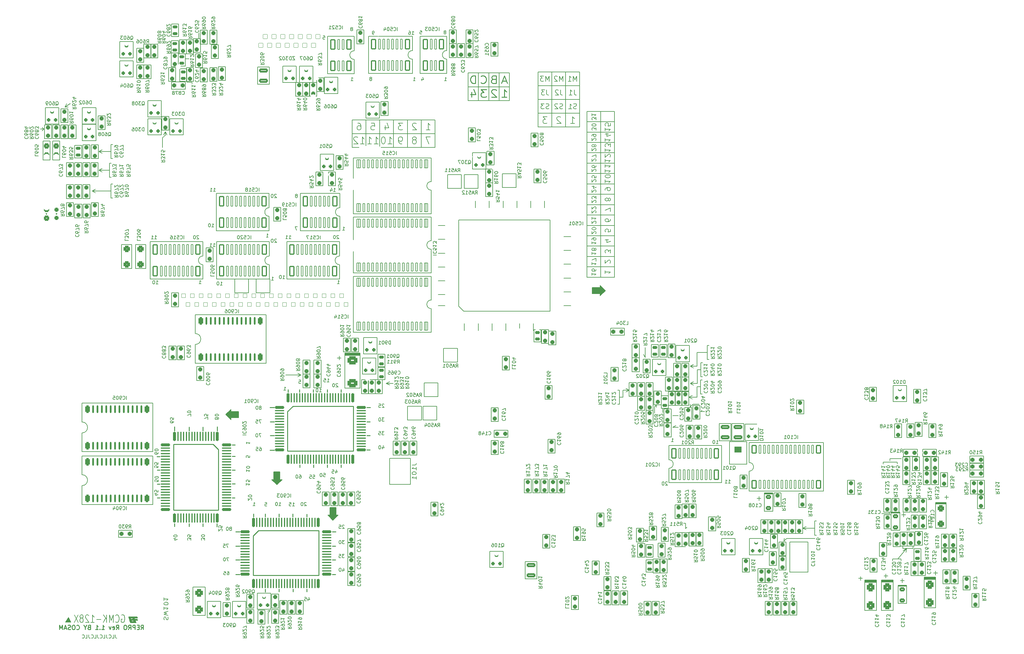
<source format=gbo>
G04 #@! TF.GenerationSoftware,KiCad,Pcbnew,7.0.8*
G04 #@! TF.CreationDate,2023-11-03T12:20:07+01:00*
G04 #@! TF.ProjectId,PCE,5043452e-6b69-4636-9164-5f7063625858,rev?*
G04 #@! TF.SameCoordinates,Original*
G04 #@! TF.FileFunction,Legend,Bot*
G04 #@! TF.FilePolarity,Positive*
%FSLAX46Y46*%
G04 Gerber Fmt 4.6, Leading zero omitted, Abs format (unit mm)*
G04 Created by KiCad (PCBNEW 7.0.8) date 2023-11-03 12:20:07*
%MOMM*%
%LPD*%
G01*
G04 APERTURE LIST*
G04 Aperture macros list*
%AMRoundRect*
0 Rectangle with rounded corners*
0 $1 Rounding radius*
0 $2 $3 $4 $5 $6 $7 $8 $9 X,Y pos of 4 corners*
0 Add a 4 corners polygon primitive as box body*
4,1,4,$2,$3,$4,$5,$6,$7,$8,$9,$2,$3,0*
0 Add four circle primitives for the rounded corners*
1,1,$1+$1,$2,$3*
1,1,$1+$1,$4,$5*
1,1,$1+$1,$6,$7*
1,1,$1+$1,$8,$9*
0 Add four rect primitives between the rounded corners*
20,1,$1+$1,$2,$3,$4,$5,0*
20,1,$1+$1,$4,$5,$6,$7,0*
20,1,$1+$1,$6,$7,$8,$9,0*
20,1,$1+$1,$8,$9,$2,$3,0*%
G04 Aperture macros list end*
%ADD10C,0.200000*%
%ADD11C,0.150000*%
%ADD12C,0.006614*%
%ADD13C,0.250000*%
%ADD14C,2.525000*%
%ADD15C,1.000000*%
%ADD16C,1.700000*%
%ADD17C,2.675000*%
%ADD18C,1.750000*%
%ADD19C,1.250000*%
%ADD20C,2.650000*%
%ADD21C,1.620000*%
%ADD22O,1.350000X1.350000*%
%ADD23C,1.600000*%
%ADD24C,1.500000*%
%ADD25C,2.000000*%
%ADD26O,1.700000X1.700000*%
%ADD27C,3.000000*%
%ADD28C,4.500000*%
%ADD29RoundRect,0.070000X0.630000X0.630000X-0.630000X0.630000X-0.630000X-0.630000X0.630000X-0.630000X0*%
%ADD30C,2.500000*%
%ADD31C,3.500000*%
%ADD32R,1.600000X1.600000*%
%ADD33C,1.900000*%
%ADD34RoundRect,0.292682X-0.307318X0.307318X-0.307318X-0.307318X0.307318X-0.307318X0.307318X0.307318X0*%
%ADD35RoundRect,0.292682X0.307318X-0.307318X0.307318X0.307318X-0.307318X0.307318X-0.307318X-0.307318X0*%
%ADD36RoundRect,0.200000X0.300000X-0.300000X0.300000X0.300000X-0.300000X0.300000X-0.300000X-0.300000X0*%
%ADD37C,1.000000*%
%ADD38RoundRect,0.250000X0.250000X-0.250000X0.250000X0.250000X-0.250000X0.250000X-0.250000X-0.250000X0*%
%ADD39RoundRect,0.207500X-0.207500X-1.181875X0.207500X-1.181875X0.207500X1.181875X-0.207500X1.181875X0*%
%ADD40RoundRect,0.103750X-0.103750X-1.285625X0.103750X-1.285625X0.103750X1.285625X-0.103750X1.285625X0*%
%ADD41RoundRect,0.207500X-1.181875X0.207500X-1.181875X-0.207500X1.181875X-0.207500X1.181875X0.207500X0*%
%ADD42RoundRect,0.103750X-1.285625X0.103750X-1.285625X-0.103750X1.285625X-0.103750X1.285625X0.103750X0*%
%ADD43RoundRect,0.150000X0.600000X-1.350000X0.600000X1.350000X-0.600000X1.350000X-0.600000X-1.350000X0*%
%ADD44RoundRect,0.060000X0.240000X-1.440000X0.240000X1.440000X-0.240000X1.440000X-0.240000X-1.440000X0*%
%ADD45R,0.400000X1.100000*%
%ADD46R,1.100000X0.400000*%
%ADD47RoundRect,0.478260X-0.621740X0.671740X-0.621740X-0.671740X0.621740X-0.671740X0.621740X0.671740X0*%
%ADD48RoundRect,0.219512X0.480488X-0.230488X0.480488X0.230488X-0.480488X0.230488X-0.480488X-0.230488X0*%
%ADD49R,0.900000X2.000000*%
%ADD50R,0.900000X2.500000*%
%ADD51RoundRect,1.050000X0.000000X-0.825000X0.000000X0.825000X0.000000X0.825000X0.000000X-0.825000X0*%
%ADD52RoundRect,0.292682X0.307318X0.307318X-0.307318X0.307318X-0.307318X-0.307318X0.307318X-0.307318X0*%
%ADD53RoundRect,0.292682X-0.307318X-0.307318X0.307318X-0.307318X0.307318X0.307318X-0.307318X0.307318X0*%
%ADD54RoundRect,0.060000X0.240000X-1.190000X0.240000X1.190000X-0.240000X1.190000X-0.240000X-1.190000X0*%
%ADD55RoundRect,0.391304X0.508696X-0.508696X0.508696X0.508696X-0.508696X0.508696X-0.508696X-0.508696X0*%
%ADD56RoundRect,0.250000X-0.550000X0.325000X-0.550000X-0.325000X0.550000X-0.325000X0.550000X0.325000X0*%
%ADD57RoundRect,0.326087X-0.473913X0.423913X-0.473913X-0.423913X0.473913X-0.423913X0.473913X0.423913X0*%
%ADD58R,2.300000X1.750000*%
%ADD59R,2.300000X0.500000*%
%ADD60R,1.750000X2.300000*%
%ADD61R,0.500000X2.300000*%
%ADD62R,2.300000X1.000000*%
%ADD63R,1.000000X2.300000*%
%ADD64RoundRect,0.325000X-0.325000X-0.753750X0.325000X-0.753750X0.325000X0.753750X-0.325000X0.753750X0*%
%ADD65RoundRect,0.142500X-0.142500X-0.936250X0.142500X-0.936250X0.142500X0.936250X-0.142500X0.936250X0*%
%ADD66RoundRect,0.250000X1.050000X-0.325000X1.050000X0.325000X-1.050000X0.325000X-1.050000X-0.325000X0*%
%ADD67RoundRect,0.326087X0.473913X-0.423913X0.473913X0.423913X-0.473913X0.423913X-0.473913X-0.423913X0*%
%ADD68RoundRect,0.219512X-0.480488X0.230488X-0.480488X-0.230488X0.480488X-0.230488X0.480488X0.230488X0*%
%ADD69RoundRect,0.151000X-0.604000X1.099000X-0.604000X-1.099000X0.604000X-1.099000X0.604000X1.099000X0*%
%ADD70RoundRect,0.060000X-0.240000X1.190000X-0.240000X-1.190000X0.240000X-1.190000X0.240000X1.190000X0*%
%ADD71RoundRect,0.250000X-1.050000X0.325000X-1.050000X-0.325000X1.050000X-0.325000X1.050000X0.325000X0*%
%ADD72RoundRect,0.478260X-0.621740X0.621740X-0.621740X-0.621740X0.621740X-0.621740X0.621740X0.621740X0*%
%ADD73R,4.400000X2.400000*%
%ADD74RoundRect,0.062500X0.562500X0.562500X-0.562500X0.562500X-0.562500X-0.562500X0.562500X-0.562500X0*%
%ADD75RoundRect,0.207500X0.207500X1.181875X-0.207500X1.181875X-0.207500X-1.181875X0.207500X-1.181875X0*%
%ADD76RoundRect,0.103750X0.103750X1.285625X-0.103750X1.285625X-0.103750X-1.285625X0.103750X-1.285625X0*%
%ADD77RoundRect,0.150000X-0.600000X1.350000X-0.600000X-1.350000X0.600000X-1.350000X0.600000X1.350000X0*%
%ADD78RoundRect,0.060000X-0.240000X1.440000X-0.240000X-1.440000X0.240000X-1.440000X0.240000X1.440000X0*%
%ADD79RoundRect,0.499999X-0.900001X0.650001X-0.900001X-0.650001X0.900001X-0.650001X0.900001X0.650001X0*%
%ADD80RoundRect,0.391304X-0.508696X0.508696X-0.508696X-0.508696X0.508696X-0.508696X0.508696X0.508696X0*%
G04 APERTURE END LIST*
D10*
X173684800Y-151370300D02*
X174650000Y-151865600D01*
X243933600Y-153377350D02*
X242968400Y-152882050D01*
D11*
X231700000Y-96650000D02*
X235700000Y-96650000D01*
X235700000Y-99650000D01*
X231700000Y-99650000D01*
X231700000Y-96650000D01*
X235700000Y-81650000D02*
X239700000Y-81650000D01*
X239700000Y-84650000D01*
X235700000Y-84650000D01*
X235700000Y-81650000D01*
X260250000Y-191900000D02*
X260250000Y-193425000D01*
X235700000Y-78650000D02*
X239700000Y-78650000D01*
X239700000Y-81650000D01*
X235700000Y-81650000D01*
X235700000Y-78650000D01*
X231700000Y-84650000D02*
X235700000Y-84650000D01*
X235700000Y-87650000D01*
X231700000Y-87650000D01*
X231700000Y-84650000D01*
D10*
X261620637Y-158154362D02*
X262389389Y-157385610D01*
X319375000Y-189050000D02*
X319000000Y-188675000D01*
X265104000Y-150360600D02*
X264596000Y-150360600D01*
X289483800Y-196265800D02*
X288671000Y-197078600D01*
X74162500Y-78250000D02*
X74637500Y-77775000D01*
X320100000Y-202246000D02*
X322575000Y-202246000D01*
X221575000Y-61200000D02*
X225575000Y-61200000D01*
X225575000Y-65200000D01*
X221575000Y-65200000D01*
X221575000Y-61200000D01*
D11*
X235700000Y-87650000D02*
X239700000Y-87650000D01*
X239700000Y-90650000D01*
X235700000Y-90650000D01*
X235700000Y-87650000D01*
D10*
X321514400Y-174167000D02*
X317425000Y-174167000D01*
X248597650Y-140975000D02*
X248597650Y-143882600D01*
X93647200Y-87627950D02*
X93647200Y-91717350D01*
D11*
X231700000Y-111650000D02*
X235700000Y-111650000D01*
X235700000Y-114650000D01*
X231700000Y-114650000D01*
X231700000Y-111650000D01*
D10*
X294157400Y-193281300D02*
X295122600Y-192786000D01*
X266546000Y-142430300D02*
X263600000Y-142430300D01*
X139525000Y-220900000D02*
X139525000Y-217750000D01*
D11*
X231700000Y-87650000D02*
X235700000Y-87650000D01*
X235700000Y-90650000D01*
X231700000Y-90650000D01*
X231700000Y-87650000D01*
X231700000Y-114650000D02*
X235700000Y-114650000D01*
X235700000Y-117650000D01*
X231700000Y-117650000D01*
X231700000Y-114650000D01*
X231700000Y-81650000D02*
X235700000Y-81650000D01*
X235700000Y-84650000D01*
X231700000Y-84650000D01*
X231700000Y-81650000D01*
D10*
X297637200Y-191236600D02*
X297637200Y-195326000D01*
D11*
X235700000Y-99650000D02*
X239700000Y-99650000D01*
X239700000Y-102650000D01*
X235700000Y-102650000D01*
X235700000Y-99650000D01*
X235700000Y-75650000D02*
X239700000Y-75650000D01*
X239700000Y-78650000D01*
X235700000Y-78650000D01*
X235700000Y-75650000D01*
D10*
X240617000Y-153325000D02*
X241125000Y-153325000D01*
X94155200Y-87627950D02*
X93647200Y-87627950D01*
X80775000Y-71375000D02*
X81725000Y-71400000D01*
X108992726Y-83100000D02*
X108992726Y-80332274D01*
D11*
X231700000Y-75650000D02*
X235700000Y-75650000D01*
X235700000Y-78650000D01*
X231700000Y-78650000D01*
X231700000Y-75650000D01*
D10*
X175800000Y-75125000D02*
X179800000Y-75125000D01*
X179800000Y-79125000D01*
X175800000Y-79125000D01*
X175800000Y-75125000D01*
X217575000Y-61200000D02*
X221575000Y-61200000D01*
X221575000Y-65200000D01*
X217575000Y-65200000D01*
X217575000Y-61200000D01*
D11*
X235700000Y-105650000D02*
X239700000Y-105650000D01*
X239700000Y-108650000D01*
X235700000Y-108650000D01*
X235700000Y-105650000D01*
D10*
X294157400Y-193281300D02*
X295122600Y-193776600D01*
X266546000Y-140385600D02*
X266546000Y-144475000D01*
X241122000Y-155400000D02*
X242120000Y-155400000D01*
X263601000Y-152375000D02*
X263601000Y-155375000D01*
X197325000Y-61525000D02*
X200325000Y-61525000D01*
X200325000Y-65525000D01*
X197325000Y-65525000D01*
X197325000Y-61525000D01*
X261592400Y-151402350D02*
X262557600Y-151897650D01*
X94047200Y-82202950D02*
X94047200Y-86292350D01*
X265129000Y-145360600D02*
X264621000Y-145360600D01*
X139525000Y-217750000D02*
X140150000Y-217125000D01*
D11*
X235700000Y-84650000D02*
X239700000Y-84650000D01*
X239700000Y-87650000D01*
X235700000Y-87650000D01*
X235700000Y-84650000D01*
D10*
X128750000Y-159525000D02*
X131000000Y-159525000D01*
X131000000Y-161325000D01*
X128750000Y-161325000D01*
X128750000Y-161925000D01*
X127250000Y-160425000D01*
X128750000Y-158925000D01*
X128750000Y-159525000D01*
G36*
X128750000Y-159525000D02*
G01*
X131000000Y-159525000D01*
X131000000Y-161325000D01*
X128750000Y-161325000D01*
X128750000Y-161925000D01*
X127250000Y-160425000D01*
X128750000Y-158925000D01*
X128750000Y-159525000D01*
G37*
X200325000Y-65525000D02*
X203325000Y-65525000D01*
X203325000Y-69525000D01*
X200325000Y-69525000D01*
X200325000Y-65525000D01*
D11*
X260250000Y-193425000D02*
X260725000Y-192950000D01*
D10*
X163800000Y-79125000D02*
X167800000Y-79125000D01*
X167800000Y-83125000D01*
X163800000Y-83125000D01*
X163800000Y-79125000D01*
X108992726Y-80332274D02*
X109775000Y-79550000D01*
X167800000Y-79125000D02*
X171800000Y-79125000D01*
X171800000Y-83125000D01*
X167800000Y-83125000D01*
X167800000Y-79125000D01*
D11*
X231700000Y-105650000D02*
X235700000Y-105650000D01*
X235700000Y-108650000D01*
X231700000Y-108650000D01*
X231700000Y-105650000D01*
D10*
X261217400Y-155372650D02*
X262182600Y-155867950D01*
X221575000Y-65200000D02*
X225575000Y-65200000D01*
X225575000Y-69200000D01*
X221575000Y-69200000D01*
X221575000Y-65200000D01*
X206325000Y-61525000D02*
X209325000Y-61525000D01*
X209325000Y-65525000D01*
X206325000Y-65525000D01*
X206325000Y-61525000D01*
X326050000Y-198471000D02*
X326050000Y-199175000D01*
X217575000Y-69200000D02*
X221575000Y-69200000D01*
X221575000Y-73200000D01*
X217575000Y-73200000D01*
X217575000Y-69200000D01*
D11*
X235700000Y-102650000D02*
X239700000Y-102650000D01*
X239700000Y-105650000D01*
X235700000Y-105650000D01*
X235700000Y-102650000D01*
X231700000Y-117650000D02*
X235700000Y-117650000D01*
X235700000Y-120650000D01*
X231700000Y-120650000D01*
X231700000Y-117650000D01*
D10*
X167800000Y-75125000D02*
X171800000Y-75125000D01*
X171800000Y-79125000D01*
X167800000Y-79125000D01*
X167800000Y-75125000D01*
X261610100Y-146400000D02*
X262575300Y-146895300D01*
X288823400Y-196240400D02*
X288671000Y-197078600D01*
X197325000Y-65525000D02*
X200325000Y-65525000D01*
X200325000Y-69525000D01*
X197325000Y-69525000D01*
X197325000Y-65525000D01*
X171800000Y-79125000D02*
X175800000Y-79125000D01*
X175800000Y-83125000D01*
X171800000Y-83125000D01*
X171800000Y-79125000D01*
X225575000Y-61200000D02*
X229575000Y-61200000D01*
X229575000Y-65200000D01*
X225575000Y-65200000D01*
X225575000Y-61200000D01*
X94555200Y-82202950D02*
X94047200Y-82202950D01*
X74162500Y-77300000D02*
X74637500Y-77775000D01*
X94530200Y-93652950D02*
X94022200Y-93652950D01*
X93647200Y-89672650D02*
X90600000Y-89672650D01*
X265104000Y-154450000D02*
X264596000Y-154450000D01*
X94047200Y-84247650D02*
X90567400Y-84247650D01*
X256509800Y-164122650D02*
X257475000Y-163627350D01*
X200325000Y-61525000D02*
X203325000Y-61525000D01*
X203325000Y-65525000D01*
X200325000Y-65525000D01*
X200325000Y-61525000D01*
D11*
X235700000Y-117650000D02*
X239700000Y-117650000D01*
X239700000Y-120650000D01*
X235700000Y-120650000D01*
X235700000Y-117650000D01*
X235700000Y-111650000D02*
X239700000Y-111650000D01*
X239700000Y-114650000D01*
X235700000Y-114650000D01*
X235700000Y-111650000D01*
X231700000Y-90650000D02*
X235700000Y-90650000D01*
X235700000Y-93650000D01*
X231700000Y-93650000D01*
X231700000Y-90650000D01*
D10*
X94155200Y-91717350D02*
X93647200Y-91717350D01*
X225575000Y-65200000D02*
X229575000Y-65200000D01*
X229575000Y-69200000D01*
X225575000Y-69200000D01*
X225575000Y-65200000D01*
X264599000Y-152375000D02*
X263601000Y-152375000D01*
X217575000Y-65200000D02*
X221575000Y-65200000D01*
X221575000Y-69200000D01*
X217575000Y-69200000D01*
X217575000Y-65200000D01*
X321514400Y-174675000D02*
X321514400Y-174167000D01*
X261592400Y-151402350D02*
X262557600Y-150907050D01*
X321650000Y-202225000D02*
X324200000Y-199200000D01*
X225575000Y-69200000D02*
X229575000Y-69200000D01*
X229575000Y-73200000D01*
X225575000Y-73200000D01*
X225575000Y-69200000D01*
X298145200Y-195326000D02*
X297637200Y-195326000D01*
X149040200Y-148929700D02*
X148075000Y-149425000D01*
X183800000Y-79125000D02*
X187800000Y-79125000D01*
X187800000Y-83125000D01*
X183800000Y-83125000D01*
X183800000Y-79125000D01*
X117400000Y-64175000D02*
X116100000Y-64175000D01*
X183800000Y-75125000D02*
X187800000Y-75125000D01*
X187800000Y-79125000D01*
X183800000Y-79125000D01*
X183800000Y-75125000D01*
X262385610Y-157389389D02*
X264164410Y-157389389D01*
X324200000Y-199200000D02*
X323200000Y-199850000D01*
X319350000Y-173729000D02*
X319350000Y-173150000D01*
X322575000Y-202246000D02*
X322575000Y-202754000D01*
X144625000Y-148929700D02*
X149040200Y-148929700D01*
X221575000Y-69200000D02*
X225575000Y-69200000D01*
X225575000Y-73200000D01*
X221575000Y-73200000D01*
X221575000Y-69200000D01*
X140150000Y-217125000D02*
X139350000Y-217300000D01*
D11*
X231700000Y-93650000D02*
X235700000Y-93650000D01*
X235700000Y-96650000D01*
X231700000Y-96650000D01*
X231700000Y-93650000D01*
X231700000Y-102650000D02*
X235700000Y-102650000D01*
X235700000Y-105650000D01*
X231700000Y-105650000D01*
X231700000Y-102650000D01*
D10*
X90592400Y-89672650D02*
X91557600Y-90167950D01*
X109775000Y-78500000D02*
X109279700Y-79465200D01*
X173684800Y-151370300D02*
X174650000Y-150875000D01*
D11*
X235700000Y-72650000D02*
X239700000Y-72650000D01*
X239700000Y-75650000D01*
X235700000Y-75650000D01*
X235700000Y-72650000D01*
D10*
X265800000Y-159572650D02*
X264667400Y-159572650D01*
X82275000Y-70350000D02*
X80775000Y-71375000D01*
X251775000Y-157646200D02*
X251246221Y-158174979D01*
X90567400Y-84247650D02*
X91532600Y-84742950D01*
X258175000Y-160720300D02*
X256509800Y-160720300D01*
X298145200Y-191236600D02*
X297637200Y-191236600D01*
X179800000Y-75125000D02*
X183800000Y-75125000D01*
X183800000Y-79125000D01*
X179800000Y-79125000D01*
X179800000Y-75125000D01*
X171800000Y-75125000D02*
X175800000Y-75125000D01*
X175800000Y-79125000D01*
X171800000Y-79125000D01*
X171800000Y-75125000D01*
X316975000Y-189050000D02*
X319375000Y-189050000D01*
X323050000Y-199175000D02*
X326050000Y-199175000D01*
X175650000Y-151370300D02*
X173684800Y-151370300D01*
D11*
X231700000Y-72650000D02*
X235700000Y-72650000D01*
X235700000Y-75650000D01*
X231700000Y-75650000D01*
X231700000Y-72650000D01*
D10*
X243933600Y-153377350D02*
X242968400Y-153872650D01*
X322675000Y-173150000D02*
X319350000Y-173150000D01*
X267054000Y-144475000D02*
X266546000Y-144475000D01*
X263600000Y-146400000D02*
X261610100Y-146400000D01*
X241125000Y-157414400D02*
X241125000Y-153325000D01*
X109775000Y-79550000D02*
X109775000Y-78500000D01*
X267054000Y-140385600D02*
X266546000Y-140385600D01*
X94530200Y-97742350D02*
X94022200Y-97742350D01*
X264596000Y-150360600D02*
X264596000Y-154450000D01*
D11*
X235700000Y-108650000D02*
X239700000Y-108650000D01*
X239700000Y-111650000D01*
X235700000Y-111650000D01*
X235700000Y-108650000D01*
D10*
X263625000Y-147400000D02*
X263625000Y-151400000D01*
X264667400Y-159572650D02*
X265109833Y-159130217D01*
X117525000Y-64300000D02*
X117400000Y-64175000D01*
D11*
X235700000Y-90650000D02*
X239700000Y-90650000D01*
X239700000Y-93650000D01*
X235700000Y-93650000D01*
X235700000Y-90650000D01*
D10*
X94022200Y-93652950D02*
X94022200Y-97742350D01*
X221575000Y-73200000D02*
X225575000Y-73200000D01*
X225575000Y-77200000D01*
X221575000Y-77200000D01*
X221575000Y-73200000D01*
X117525000Y-64650000D02*
X117525000Y-64300000D01*
X264623000Y-147400000D02*
X263625000Y-147400000D01*
X94022200Y-95697650D02*
X88625000Y-95697650D01*
D11*
X82466078Y-220473068D02*
X80942078Y-220473068D01*
X81754878Y-219152268D01*
X82466078Y-220473068D01*
G36*
X82466078Y-220473068D02*
G01*
X80942078Y-220473068D01*
X81754878Y-219152268D01*
X82466078Y-220473068D01*
G37*
D10*
X217575000Y-73200000D02*
X221575000Y-73200000D01*
X221575000Y-77200000D01*
X217575000Y-77200000D01*
X217575000Y-73200000D01*
D11*
X231700000Y-108650000D02*
X235700000Y-108650000D01*
X235700000Y-111650000D01*
X231700000Y-111650000D01*
X231700000Y-108650000D01*
D10*
X324200000Y-199200000D02*
X323975000Y-200225000D01*
X115587500Y-57400000D02*
X116700000Y-57400000D01*
X90567400Y-84247650D02*
X91532600Y-83752350D01*
X88634800Y-95697650D02*
X89600000Y-95202350D01*
X206325000Y-65525000D02*
X209325000Y-65525000D01*
X209325000Y-69525000D01*
X206325000Y-69525000D01*
X206325000Y-65525000D01*
X159175000Y-189525000D02*
X159775000Y-189525000D01*
X158275000Y-191025000D01*
X156775000Y-189525000D01*
X157375000Y-189525000D01*
X157375000Y-187275000D01*
X159175000Y-187275000D01*
X159175000Y-189525000D01*
G36*
X159175000Y-189525000D02*
G01*
X159775000Y-189525000D01*
X158275000Y-191025000D01*
X156775000Y-189525000D01*
X157375000Y-189525000D01*
X157375000Y-187275000D01*
X159175000Y-187275000D01*
X159175000Y-189525000D01*
G37*
X242125000Y-155400000D02*
X242125000Y-153377350D01*
X251250000Y-158171200D02*
X251250000Y-159950000D01*
D11*
X235700000Y-114650000D02*
X239700000Y-114650000D01*
X239700000Y-117650000D01*
X235700000Y-117650000D01*
X235700000Y-114650000D01*
D10*
X264621000Y-145360600D02*
X264621000Y-149450000D01*
X263600000Y-146400000D02*
X263600000Y-142430300D01*
X90592400Y-89672650D02*
X91557600Y-89177350D01*
X237025000Y-124550000D02*
X235525000Y-126050000D01*
X235525000Y-125450000D01*
X233275000Y-125450000D01*
X233275000Y-123650000D01*
X235525000Y-123650000D01*
X235525000Y-123050000D01*
X237025000Y-124550000D01*
G36*
X237025000Y-124550000D02*
G01*
X235525000Y-126050000D01*
X235525000Y-125450000D01*
X233275000Y-125450000D01*
X233275000Y-123650000D01*
X235525000Y-123650000D01*
X235525000Y-123050000D01*
X237025000Y-124550000D01*
G37*
X297662600Y-196265800D02*
X289483800Y-196265800D01*
X240617000Y-157414400D02*
X241125000Y-157414400D01*
X203325000Y-61525000D02*
X206325000Y-61525000D01*
X206325000Y-65525000D01*
X203325000Y-65525000D01*
X203325000Y-61525000D01*
X253625000Y-158617400D02*
X253625000Y-159775000D01*
X261610100Y-146400000D02*
X262575300Y-145904700D01*
X261620637Y-158154362D02*
X261620637Y-157400000D01*
X142950000Y-179225000D02*
X143550000Y-179225000D01*
X142050000Y-180725000D01*
X140550000Y-179225000D01*
X141150000Y-179225000D01*
X141150000Y-176975000D01*
X142950000Y-176975000D01*
X142950000Y-179225000D01*
G36*
X142950000Y-179225000D02*
G01*
X143550000Y-179225000D01*
X142050000Y-180725000D01*
X140550000Y-179225000D01*
X141150000Y-179225000D01*
X141150000Y-176975000D01*
X142950000Y-176975000D01*
X142950000Y-179225000D01*
G37*
X323050000Y-198471000D02*
X323050000Y-199175000D01*
X203325000Y-65525000D02*
X206325000Y-65525000D01*
X206325000Y-69525000D01*
X203325000Y-69525000D01*
X203325000Y-65525000D01*
X109775000Y-78500000D02*
X110270300Y-79465200D01*
X258175000Y-164122650D02*
X256509800Y-164122650D01*
X116100000Y-64175000D02*
X115875000Y-63950000D01*
X179800000Y-79125000D02*
X183800000Y-79125000D01*
X183800000Y-83125000D01*
X179800000Y-83125000D01*
X179800000Y-79125000D01*
D11*
X231700000Y-99650000D02*
X235700000Y-99650000D01*
X235700000Y-102650000D01*
X231700000Y-102650000D01*
X231700000Y-99650000D01*
D10*
X175800000Y-79125000D02*
X179800000Y-79125000D01*
X179800000Y-83125000D01*
X175800000Y-83125000D01*
X175800000Y-79125000D01*
X265129000Y-149450000D02*
X264621000Y-149450000D01*
X317425000Y-174675000D02*
X317425000Y-174167000D01*
X119500000Y-50000000D02*
X119500000Y-51475000D01*
X320100000Y-202246000D02*
X320100000Y-202754000D01*
X163800000Y-75125000D02*
X167800000Y-75125000D01*
X167800000Y-79125000D01*
X163800000Y-79125000D01*
X163800000Y-75125000D01*
X73625000Y-77775000D02*
X74637500Y-77775000D01*
X263600000Y-155372650D02*
X261217400Y-155372650D01*
X225575000Y-73200000D02*
X229575000Y-73200000D01*
X229575000Y-77200000D01*
X225575000Y-77200000D01*
X225575000Y-73200000D01*
X297637200Y-193281300D02*
X294157400Y-193281300D01*
D11*
X235700000Y-96650000D02*
X239700000Y-96650000D01*
X239700000Y-99650000D01*
X235700000Y-99650000D01*
X235700000Y-96650000D01*
D10*
X242125000Y-153377350D02*
X243933600Y-153377350D01*
X261217400Y-155372650D02*
X262182600Y-154877350D01*
X149040200Y-148929700D02*
X148075000Y-148434400D01*
D11*
X235700000Y-93650000D02*
X239700000Y-93650000D01*
X239700000Y-96650000D01*
X235700000Y-96650000D01*
X235700000Y-93650000D01*
D12*
X101788019Y-219348741D02*
X100856667Y-219348741D01*
X100923330Y-219548742D01*
X101573329Y-219548742D01*
X101671040Y-219766978D01*
X101723027Y-219883974D01*
X101773330Y-219998740D01*
X101074574Y-219998740D01*
X101298333Y-220673738D01*
X99800000Y-220674991D01*
X99791651Y-220674791D01*
X99783347Y-220674198D01*
X99775097Y-220673221D01*
X99766909Y-220671873D01*
X99758793Y-220670162D01*
X99750758Y-220668099D01*
X99742813Y-220665695D01*
X99734967Y-220662960D01*
X99727230Y-220659904D01*
X99719609Y-220656538D01*
X99712115Y-220652872D01*
X99704757Y-220648917D01*
X99697543Y-220644683D01*
X99690482Y-220640180D01*
X99683584Y-220635418D01*
X99676858Y-220630409D01*
X99663957Y-220619687D01*
X99651852Y-220608098D01*
X99640615Y-220595725D01*
X99630320Y-220582651D01*
X99621038Y-220568958D01*
X99616799Y-220561906D01*
X99612842Y-220554730D01*
X99609174Y-220547441D01*
X99605805Y-220540050D01*
X99602744Y-220532566D01*
X99600000Y-220525000D01*
X99429920Y-220043441D01*
X99426866Y-220034400D01*
X99424108Y-220025405D01*
X99421653Y-220016465D01*
X99419509Y-220007587D01*
X99418518Y-220002810D01*
X100017700Y-220002810D01*
X100081663Y-220202811D01*
X100581671Y-220202811D01*
X100517709Y-220002810D01*
X100017700Y-220002810D01*
X99418518Y-220002810D01*
X99417682Y-219998780D01*
X99416179Y-219990053D01*
X99415007Y-219981414D01*
X99414172Y-219972872D01*
X99413682Y-219964434D01*
X99413544Y-219956110D01*
X99413764Y-219947908D01*
X99414350Y-219939835D01*
X99415308Y-219931902D01*
X99416645Y-219924115D01*
X99418368Y-219916484D01*
X99420484Y-219909016D01*
X99423000Y-219901721D01*
X99425922Y-219894607D01*
X99429258Y-219887681D01*
X99433015Y-219880954D01*
X99437199Y-219874432D01*
X99441817Y-219868125D01*
X99446877Y-219862040D01*
X99452384Y-219856187D01*
X99458347Y-219850574D01*
X99464771Y-219845209D01*
X99471664Y-219840100D01*
X99479033Y-219835256D01*
X99486885Y-219830686D01*
X99495225Y-219826397D01*
X99504063Y-219822399D01*
X99513403Y-219818700D01*
X99502184Y-219818110D01*
X99491324Y-219817259D01*
X99480817Y-219816151D01*
X99470658Y-219814790D01*
X99460843Y-219813180D01*
X99451365Y-219811325D01*
X99442221Y-219809228D01*
X99433405Y-219806895D01*
X99424912Y-219804328D01*
X99416738Y-219801531D01*
X99408876Y-219798510D01*
X99401322Y-219795266D01*
X99394071Y-219791806D01*
X99387119Y-219788132D01*
X99380459Y-219784248D01*
X99374087Y-219780159D01*
X99367998Y-219775868D01*
X99362187Y-219771379D01*
X99356648Y-219766697D01*
X99351378Y-219761825D01*
X99346370Y-219756767D01*
X99341620Y-219751527D01*
X99337122Y-219746110D01*
X99332873Y-219740518D01*
X99328866Y-219734757D01*
X99325096Y-219728829D01*
X99321559Y-219722740D01*
X99318250Y-219716492D01*
X99315163Y-219710090D01*
X99312294Y-219703538D01*
X99307188Y-219690000D01*
X99191271Y-219348741D01*
X99766346Y-219348741D01*
X99830309Y-219548742D01*
X100330317Y-219548742D01*
X100266354Y-219348741D01*
X99766346Y-219348741D01*
X99191271Y-219348741D01*
X99123336Y-219148741D01*
X99119043Y-219134767D01*
X99115642Y-219120809D01*
X99113112Y-219106897D01*
X99111432Y-219093058D01*
X99110581Y-219079319D01*
X99110537Y-219065709D01*
X99111279Y-219052256D01*
X99112786Y-219038987D01*
X99115037Y-219025932D01*
X99118011Y-219013117D01*
X99121686Y-219000571D01*
X99126041Y-218988321D01*
X99131056Y-218976397D01*
X99136708Y-218964825D01*
X99142977Y-218953633D01*
X99149841Y-218942851D01*
X99157279Y-218932505D01*
X99165270Y-218922623D01*
X99173793Y-218913235D01*
X99182827Y-218904367D01*
X99192350Y-218896047D01*
X99202341Y-218888304D01*
X99212779Y-218881166D01*
X99223643Y-218874660D01*
X99234912Y-218868815D01*
X99246563Y-218863659D01*
X99258577Y-218859219D01*
X99270932Y-218855523D01*
X99283607Y-218852600D01*
X99296580Y-218850478D01*
X99309830Y-218849184D01*
X99323337Y-218848746D01*
X101598327Y-218848746D01*
X101788019Y-219348741D01*
G36*
X101788019Y-219348741D02*
G01*
X100856667Y-219348741D01*
X100923330Y-219548742D01*
X101573329Y-219548742D01*
X101671040Y-219766978D01*
X101723027Y-219883974D01*
X101773330Y-219998740D01*
X101074574Y-219998740D01*
X101298333Y-220673738D01*
X99800000Y-220674991D01*
X99791651Y-220674791D01*
X99783347Y-220674198D01*
X99775097Y-220673221D01*
X99766909Y-220671873D01*
X99758793Y-220670162D01*
X99750758Y-220668099D01*
X99742813Y-220665695D01*
X99734967Y-220662960D01*
X99727230Y-220659904D01*
X99719609Y-220656538D01*
X99712115Y-220652872D01*
X99704757Y-220648917D01*
X99697543Y-220644683D01*
X99690482Y-220640180D01*
X99683584Y-220635418D01*
X99676858Y-220630409D01*
X99663957Y-220619687D01*
X99651852Y-220608098D01*
X99640615Y-220595725D01*
X99630320Y-220582651D01*
X99621038Y-220568958D01*
X99616799Y-220561906D01*
X99612842Y-220554730D01*
X99609174Y-220547441D01*
X99605805Y-220540050D01*
X99602744Y-220532566D01*
X99600000Y-220525000D01*
X99429920Y-220043441D01*
X99426866Y-220034400D01*
X99424108Y-220025405D01*
X99421653Y-220016465D01*
X99419509Y-220007587D01*
X99418518Y-220002810D01*
X100017700Y-220002810D01*
X100081663Y-220202811D01*
X100581671Y-220202811D01*
X100517709Y-220002810D01*
X100017700Y-220002810D01*
X99418518Y-220002810D01*
X99417682Y-219998780D01*
X99416179Y-219990053D01*
X99415007Y-219981414D01*
X99414172Y-219972872D01*
X99413682Y-219964434D01*
X99413544Y-219956110D01*
X99413764Y-219947908D01*
X99414350Y-219939835D01*
X99415308Y-219931902D01*
X99416645Y-219924115D01*
X99418368Y-219916484D01*
X99420484Y-219909016D01*
X99423000Y-219901721D01*
X99425922Y-219894607D01*
X99429258Y-219887681D01*
X99433015Y-219880954D01*
X99437199Y-219874432D01*
X99441817Y-219868125D01*
X99446877Y-219862040D01*
X99452384Y-219856187D01*
X99458347Y-219850574D01*
X99464771Y-219845209D01*
X99471664Y-219840100D01*
X99479033Y-219835256D01*
X99486885Y-219830686D01*
X99495225Y-219826397D01*
X99504063Y-219822399D01*
X99513403Y-219818700D01*
X99502184Y-219818110D01*
X99491324Y-219817259D01*
X99480817Y-219816151D01*
X99470658Y-219814790D01*
X99460843Y-219813180D01*
X99451365Y-219811325D01*
X99442221Y-219809228D01*
X99433405Y-219806895D01*
X99424912Y-219804328D01*
X99416738Y-219801531D01*
X99408876Y-219798510D01*
X99401322Y-219795266D01*
X99394071Y-219791806D01*
X99387119Y-219788132D01*
X99380459Y-219784248D01*
X99374087Y-219780159D01*
X99367998Y-219775868D01*
X99362187Y-219771379D01*
X99356648Y-219766697D01*
X99351378Y-219761825D01*
X99346370Y-219756767D01*
X99341620Y-219751527D01*
X99337122Y-219746110D01*
X99332873Y-219740518D01*
X99328866Y-219734757D01*
X99325096Y-219728829D01*
X99321559Y-219722740D01*
X99318250Y-219716492D01*
X99315163Y-219710090D01*
X99312294Y-219703538D01*
X99307188Y-219690000D01*
X99191271Y-219348741D01*
X99766346Y-219348741D01*
X99830309Y-219548742D01*
X100330317Y-219548742D01*
X100266354Y-219348741D01*
X99766346Y-219348741D01*
X99191271Y-219348741D01*
X99123336Y-219148741D01*
X99119043Y-219134767D01*
X99115642Y-219120809D01*
X99113112Y-219106897D01*
X99111432Y-219093058D01*
X99110581Y-219079319D01*
X99110537Y-219065709D01*
X99111279Y-219052256D01*
X99112786Y-219038987D01*
X99115037Y-219025932D01*
X99118011Y-219013117D01*
X99121686Y-219000571D01*
X99126041Y-218988321D01*
X99131056Y-218976397D01*
X99136708Y-218964825D01*
X99142977Y-218953633D01*
X99149841Y-218942851D01*
X99157279Y-218932505D01*
X99165270Y-218922623D01*
X99173793Y-218913235D01*
X99182827Y-218904367D01*
X99192350Y-218896047D01*
X99202341Y-218888304D01*
X99212779Y-218881166D01*
X99223643Y-218874660D01*
X99234912Y-218868815D01*
X99246563Y-218863659D01*
X99258577Y-218859219D01*
X99270932Y-218855523D01*
X99283607Y-218852600D01*
X99296580Y-218850478D01*
X99309830Y-218849184D01*
X99323337Y-218848746D01*
X101598327Y-218848746D01*
X101788019Y-219348741D01*
G37*
D10*
X94555200Y-86292350D02*
X94047200Y-86292350D01*
X88634800Y-95697650D02*
X89600000Y-96192950D01*
X251775000Y-157646200D02*
X251775000Y-158253800D01*
D11*
X231700000Y-78650000D02*
X235700000Y-78650000D01*
X235700000Y-81650000D01*
X231700000Y-81650000D01*
X231700000Y-78650000D01*
D10*
X248597650Y-143882600D02*
X248102350Y-142917400D01*
X263625000Y-151402350D02*
X261592400Y-151402350D01*
D11*
X259700000Y-191900000D02*
X260250000Y-191900000D01*
D10*
X80775000Y-71375000D02*
X81300000Y-70350000D01*
X237016471Y-83435713D02*
X237016471Y-84292856D01*
X237016471Y-83864285D02*
X238516471Y-83864285D01*
X238516471Y-83864285D02*
X238302185Y-84007142D01*
X238302185Y-84007142D02*
X238159328Y-84149999D01*
X238159328Y-84149999D02*
X238087900Y-84292856D01*
X238516471Y-82935714D02*
X238516471Y-82007142D01*
X238516471Y-82007142D02*
X237945042Y-82507142D01*
X237945042Y-82507142D02*
X237945042Y-82292857D01*
X237945042Y-82292857D02*
X237873614Y-82150000D01*
X237873614Y-82150000D02*
X237802185Y-82078571D01*
X237802185Y-82078571D02*
X237659328Y-82007142D01*
X237659328Y-82007142D02*
X237302185Y-82007142D01*
X237302185Y-82007142D02*
X237159328Y-82078571D01*
X237159328Y-82078571D02*
X237087900Y-82150000D01*
X237087900Y-82150000D02*
X237016471Y-82292857D01*
X237016471Y-82292857D02*
X237016471Y-82721428D01*
X237016471Y-82721428D02*
X237087900Y-82864285D01*
X237087900Y-82864285D02*
X237159328Y-82935714D01*
X234240971Y-87064285D02*
X234298114Y-87007142D01*
X234298114Y-87007142D02*
X234355257Y-86892857D01*
X234355257Y-86892857D02*
X234355257Y-86607142D01*
X234355257Y-86607142D02*
X234298114Y-86492857D01*
X234298114Y-86492857D02*
X234240971Y-86435714D01*
X234240971Y-86435714D02*
X234126685Y-86378571D01*
X234126685Y-86378571D02*
X234012400Y-86378571D01*
X234012400Y-86378571D02*
X233840971Y-86435714D01*
X233840971Y-86435714D02*
X233155257Y-87121428D01*
X233155257Y-87121428D02*
X233155257Y-86378571D01*
X234355257Y-85978571D02*
X234355257Y-85178571D01*
X234355257Y-85178571D02*
X233155257Y-85692857D01*
X220789285Y-63933528D02*
X220789285Y-62433528D01*
X220789285Y-62433528D02*
X220289285Y-63504957D01*
X220289285Y-63504957D02*
X219789285Y-62433528D01*
X219789285Y-62433528D02*
X219789285Y-63933528D01*
X219217856Y-62433528D02*
X218289284Y-62433528D01*
X218289284Y-62433528D02*
X218789284Y-63004957D01*
X218789284Y-63004957D02*
X218574999Y-63004957D01*
X218574999Y-63004957D02*
X218432142Y-63076385D01*
X218432142Y-63076385D02*
X218360713Y-63147814D01*
X218360713Y-63147814D02*
X218289284Y-63290671D01*
X218289284Y-63290671D02*
X218289284Y-63647814D01*
X218289284Y-63647814D02*
X218360713Y-63790671D01*
X218360713Y-63790671D02*
X218432142Y-63862100D01*
X218432142Y-63862100D02*
X218574999Y-63933528D01*
X218574999Y-63933528D02*
X219003570Y-63933528D01*
X219003570Y-63933528D02*
X219146427Y-63862100D01*
X219146427Y-63862100D02*
X219217856Y-63790671D01*
X238516471Y-103864285D02*
X238516471Y-104149999D01*
X238516471Y-104149999D02*
X238445042Y-104292856D01*
X238445042Y-104292856D02*
X238373614Y-104364285D01*
X238373614Y-104364285D02*
X238159328Y-104507142D01*
X238159328Y-104507142D02*
X237873614Y-104578570D01*
X237873614Y-104578570D02*
X237302185Y-104578570D01*
X237302185Y-104578570D02*
X237159328Y-104507142D01*
X237159328Y-104507142D02*
X237087900Y-104435713D01*
X237087900Y-104435713D02*
X237016471Y-104292856D01*
X237016471Y-104292856D02*
X237016471Y-104007142D01*
X237016471Y-104007142D02*
X237087900Y-103864285D01*
X237087900Y-103864285D02*
X237159328Y-103792856D01*
X237159328Y-103792856D02*
X237302185Y-103721427D01*
X237302185Y-103721427D02*
X237659328Y-103721427D01*
X237659328Y-103721427D02*
X237802185Y-103792856D01*
X237802185Y-103792856D02*
X237873614Y-103864285D01*
X237873614Y-103864285D02*
X237945042Y-104007142D01*
X237945042Y-104007142D02*
X237945042Y-104292856D01*
X237945042Y-104292856D02*
X237873614Y-104435713D01*
X237873614Y-104435713D02*
X237802185Y-104507142D01*
X237802185Y-104507142D02*
X237659328Y-104578570D01*
X165419047Y-76039838D02*
X165800000Y-76039838D01*
X165800000Y-76039838D02*
X165990476Y-76135076D01*
X165990476Y-76135076D02*
X166085714Y-76230314D01*
X166085714Y-76230314D02*
X166276190Y-76516028D01*
X166276190Y-76516028D02*
X166371428Y-76896980D01*
X166371428Y-76896980D02*
X166371428Y-77658885D01*
X166371428Y-77658885D02*
X166276190Y-77849361D01*
X166276190Y-77849361D02*
X166180952Y-77944600D01*
X166180952Y-77944600D02*
X165990476Y-78039838D01*
X165990476Y-78039838D02*
X165609523Y-78039838D01*
X165609523Y-78039838D02*
X165419047Y-77944600D01*
X165419047Y-77944600D02*
X165323809Y-77849361D01*
X165323809Y-77849361D02*
X165228571Y-77658885D01*
X165228571Y-77658885D02*
X165228571Y-77182695D01*
X165228571Y-77182695D02*
X165323809Y-76992219D01*
X165323809Y-76992219D02*
X165419047Y-76896980D01*
X165419047Y-76896980D02*
X165609523Y-76801742D01*
X165609523Y-76801742D02*
X165990476Y-76801742D01*
X165990476Y-76801742D02*
X166180952Y-76896980D01*
X166180952Y-76896980D02*
X166276190Y-76992219D01*
X166276190Y-76992219D02*
X166371428Y-77182695D01*
X228074999Y-66433528D02*
X228074999Y-67504957D01*
X228074999Y-67504957D02*
X228146428Y-67719242D01*
X228146428Y-67719242D02*
X228289285Y-67862100D01*
X228289285Y-67862100D02*
X228503571Y-67933528D01*
X228503571Y-67933528D02*
X228646428Y-67933528D01*
X226574999Y-67933528D02*
X227432142Y-67933528D01*
X227003571Y-67933528D02*
X227003571Y-66433528D01*
X227003571Y-66433528D02*
X227146428Y-66647814D01*
X227146428Y-66647814D02*
X227289285Y-66790671D01*
X227289285Y-66790671D02*
X227432142Y-66862100D01*
D13*
X201051190Y-64320238D02*
X201170238Y-64425000D01*
X201170238Y-64425000D02*
X201527380Y-64529761D01*
X201527380Y-64529761D02*
X201765476Y-64529761D01*
X201765476Y-64529761D02*
X202122619Y-64425000D01*
X202122619Y-64425000D02*
X202360714Y-64215476D01*
X202360714Y-64215476D02*
X202479761Y-64005952D01*
X202479761Y-64005952D02*
X202598809Y-63586904D01*
X202598809Y-63586904D02*
X202598809Y-63272619D01*
X202598809Y-63272619D02*
X202479761Y-62853571D01*
X202479761Y-62853571D02*
X202360714Y-62644047D01*
X202360714Y-62644047D02*
X202122619Y-62434523D01*
X202122619Y-62434523D02*
X201765476Y-62329761D01*
X201765476Y-62329761D02*
X201527380Y-62329761D01*
X201527380Y-62329761D02*
X201170238Y-62434523D01*
X201170238Y-62434523D02*
X201051190Y-62539285D01*
D10*
X238516471Y-113649999D02*
X238516471Y-112721427D01*
X238516471Y-112721427D02*
X237945042Y-113221427D01*
X237945042Y-113221427D02*
X237945042Y-113007142D01*
X237945042Y-113007142D02*
X237873614Y-112864285D01*
X237873614Y-112864285D02*
X237802185Y-112792856D01*
X237802185Y-112792856D02*
X237659328Y-112721427D01*
X237659328Y-112721427D02*
X237302185Y-112721427D01*
X237302185Y-112721427D02*
X237159328Y-112792856D01*
X237159328Y-112792856D02*
X237087900Y-112864285D01*
X237087900Y-112864285D02*
X237016471Y-113007142D01*
X237016471Y-113007142D02*
X237016471Y-113435713D01*
X237016471Y-113435713D02*
X237087900Y-113578570D01*
X237087900Y-113578570D02*
X237159328Y-113649999D01*
X237873614Y-98292856D02*
X237945042Y-98435713D01*
X237945042Y-98435713D02*
X238016471Y-98507142D01*
X238016471Y-98507142D02*
X238159328Y-98578570D01*
X238159328Y-98578570D02*
X238230757Y-98578570D01*
X238230757Y-98578570D02*
X238373614Y-98507142D01*
X238373614Y-98507142D02*
X238445042Y-98435713D01*
X238445042Y-98435713D02*
X238516471Y-98292856D01*
X238516471Y-98292856D02*
X238516471Y-98007142D01*
X238516471Y-98007142D02*
X238445042Y-97864285D01*
X238445042Y-97864285D02*
X238373614Y-97792856D01*
X238373614Y-97792856D02*
X238230757Y-97721427D01*
X238230757Y-97721427D02*
X238159328Y-97721427D01*
X238159328Y-97721427D02*
X238016471Y-97792856D01*
X238016471Y-97792856D02*
X237945042Y-97864285D01*
X237945042Y-97864285D02*
X237873614Y-98007142D01*
X237873614Y-98007142D02*
X237873614Y-98292856D01*
X237873614Y-98292856D02*
X237802185Y-98435713D01*
X237802185Y-98435713D02*
X237730757Y-98507142D01*
X237730757Y-98507142D02*
X237587900Y-98578570D01*
X237587900Y-98578570D02*
X237302185Y-98578570D01*
X237302185Y-98578570D02*
X237159328Y-98507142D01*
X237159328Y-98507142D02*
X237087900Y-98435713D01*
X237087900Y-98435713D02*
X237016471Y-98292856D01*
X237016471Y-98292856D02*
X237016471Y-98007142D01*
X237016471Y-98007142D02*
X237087900Y-97864285D01*
X237087900Y-97864285D02*
X237159328Y-97792856D01*
X237159328Y-97792856D02*
X237302185Y-97721427D01*
X237302185Y-97721427D02*
X237587900Y-97721427D01*
X237587900Y-97721427D02*
X237730757Y-97792856D01*
X237730757Y-97792856D02*
X237802185Y-97864285D01*
X237802185Y-97864285D02*
X237873614Y-98007142D01*
X234355257Y-78121428D02*
X234355257Y-77378571D01*
X234355257Y-77378571D02*
X233898114Y-77778571D01*
X233898114Y-77778571D02*
X233898114Y-77607142D01*
X233898114Y-77607142D02*
X233840971Y-77492857D01*
X233840971Y-77492857D02*
X233783828Y-77435714D01*
X233783828Y-77435714D02*
X233669542Y-77378571D01*
X233669542Y-77378571D02*
X233383828Y-77378571D01*
X233383828Y-77378571D02*
X233269542Y-77435714D01*
X233269542Y-77435714D02*
X233212400Y-77492857D01*
X233212400Y-77492857D02*
X233155257Y-77607142D01*
X233155257Y-77607142D02*
X233155257Y-77949999D01*
X233155257Y-77949999D02*
X233212400Y-78064285D01*
X233212400Y-78064285D02*
X233269542Y-78121428D01*
X234355257Y-76635714D02*
X234355257Y-76521428D01*
X234355257Y-76521428D02*
X234298114Y-76407142D01*
X234298114Y-76407142D02*
X234240971Y-76350000D01*
X234240971Y-76350000D02*
X234126685Y-76292857D01*
X234126685Y-76292857D02*
X233898114Y-76235714D01*
X233898114Y-76235714D02*
X233612400Y-76235714D01*
X233612400Y-76235714D02*
X233383828Y-76292857D01*
X233383828Y-76292857D02*
X233269542Y-76350000D01*
X233269542Y-76350000D02*
X233212400Y-76407142D01*
X233212400Y-76407142D02*
X233155257Y-76521428D01*
X233155257Y-76521428D02*
X233155257Y-76635714D01*
X233155257Y-76635714D02*
X233212400Y-76750000D01*
X233212400Y-76750000D02*
X233269542Y-76807142D01*
X233269542Y-76807142D02*
X233383828Y-76864285D01*
X233383828Y-76864285D02*
X233612400Y-76921428D01*
X233612400Y-76921428D02*
X233898114Y-76921428D01*
X233898114Y-76921428D02*
X234126685Y-76864285D01*
X234126685Y-76864285D02*
X234240971Y-76807142D01*
X234240971Y-76807142D02*
X234298114Y-76750000D01*
X234298114Y-76750000D02*
X234355257Y-76635714D01*
X237016471Y-77435713D02*
X237016471Y-78292856D01*
X237016471Y-77864285D02*
X238516471Y-77864285D01*
X238516471Y-77864285D02*
X238302185Y-78007142D01*
X238302185Y-78007142D02*
X238159328Y-78149999D01*
X238159328Y-78149999D02*
X238087900Y-78292856D01*
X238516471Y-76078571D02*
X238516471Y-76792857D01*
X238516471Y-76792857D02*
X237802185Y-76864285D01*
X237802185Y-76864285D02*
X237873614Y-76792857D01*
X237873614Y-76792857D02*
X237945042Y-76650000D01*
X237945042Y-76650000D02*
X237945042Y-76292857D01*
X237945042Y-76292857D02*
X237873614Y-76150000D01*
X237873614Y-76150000D02*
X237802185Y-76078571D01*
X237802185Y-76078571D02*
X237659328Y-76007142D01*
X237659328Y-76007142D02*
X237302185Y-76007142D01*
X237302185Y-76007142D02*
X237159328Y-76078571D01*
X237159328Y-76078571D02*
X237087900Y-76150000D01*
X237087900Y-76150000D02*
X237016471Y-76292857D01*
X237016471Y-76292857D02*
X237016471Y-76650000D01*
X237016471Y-76650000D02*
X237087900Y-76792857D01*
X237087900Y-76792857D02*
X237159328Y-76864285D01*
X233155257Y-119378571D02*
X233155257Y-120064285D01*
X233155257Y-119721428D02*
X234355257Y-119721428D01*
X234355257Y-119721428D02*
X234183828Y-119835714D01*
X234183828Y-119835714D02*
X234069542Y-119949999D01*
X234069542Y-119949999D02*
X234012400Y-120064285D01*
X234355257Y-118350000D02*
X234355257Y-118578571D01*
X234355257Y-118578571D02*
X234298114Y-118692857D01*
X234298114Y-118692857D02*
X234240971Y-118750000D01*
X234240971Y-118750000D02*
X234069542Y-118864285D01*
X234069542Y-118864285D02*
X233840971Y-118921428D01*
X233840971Y-118921428D02*
X233383828Y-118921428D01*
X233383828Y-118921428D02*
X233269542Y-118864285D01*
X233269542Y-118864285D02*
X233212400Y-118807142D01*
X233212400Y-118807142D02*
X233155257Y-118692857D01*
X233155257Y-118692857D02*
X233155257Y-118464285D01*
X233155257Y-118464285D02*
X233212400Y-118350000D01*
X233212400Y-118350000D02*
X233269542Y-118292857D01*
X233269542Y-118292857D02*
X233383828Y-118235714D01*
X233383828Y-118235714D02*
X233669542Y-118235714D01*
X233669542Y-118235714D02*
X233783828Y-118292857D01*
X233783828Y-118292857D02*
X233840971Y-118350000D01*
X233840971Y-118350000D02*
X233898114Y-118464285D01*
X233898114Y-118464285D02*
X233898114Y-118692857D01*
X233898114Y-118692857D02*
X233840971Y-118807142D01*
X233840971Y-118807142D02*
X233783828Y-118864285D01*
X233783828Y-118864285D02*
X233669542Y-118921428D01*
X234240971Y-90064285D02*
X234298114Y-90007142D01*
X234298114Y-90007142D02*
X234355257Y-89892857D01*
X234355257Y-89892857D02*
X234355257Y-89607142D01*
X234355257Y-89607142D02*
X234298114Y-89492857D01*
X234298114Y-89492857D02*
X234240971Y-89435714D01*
X234240971Y-89435714D02*
X234126685Y-89378571D01*
X234126685Y-89378571D02*
X234012400Y-89378571D01*
X234012400Y-89378571D02*
X233840971Y-89435714D01*
X233840971Y-89435714D02*
X233155257Y-90121428D01*
X233155257Y-90121428D02*
X233155257Y-89378571D01*
X234355257Y-88350000D02*
X234355257Y-88578571D01*
X234355257Y-88578571D02*
X234298114Y-88692857D01*
X234298114Y-88692857D02*
X234240971Y-88750000D01*
X234240971Y-88750000D02*
X234069542Y-88864285D01*
X234069542Y-88864285D02*
X233840971Y-88921428D01*
X233840971Y-88921428D02*
X233383828Y-88921428D01*
X233383828Y-88921428D02*
X233269542Y-88864285D01*
X233269542Y-88864285D02*
X233212400Y-88807142D01*
X233212400Y-88807142D02*
X233155257Y-88692857D01*
X233155257Y-88692857D02*
X233155257Y-88464285D01*
X233155257Y-88464285D02*
X233212400Y-88350000D01*
X233212400Y-88350000D02*
X233269542Y-88292857D01*
X233269542Y-88292857D02*
X233383828Y-88235714D01*
X233383828Y-88235714D02*
X233669542Y-88235714D01*
X233669542Y-88235714D02*
X233783828Y-88292857D01*
X233783828Y-88292857D02*
X233840971Y-88350000D01*
X233840971Y-88350000D02*
X233898114Y-88464285D01*
X233898114Y-88464285D02*
X233898114Y-88692857D01*
X233898114Y-88692857D02*
X233840971Y-88807142D01*
X233840971Y-88807142D02*
X233783828Y-88864285D01*
X233783828Y-88864285D02*
X233669542Y-88921428D01*
X233155257Y-116378571D02*
X233155257Y-117064285D01*
X233155257Y-116721428D02*
X234355257Y-116721428D01*
X234355257Y-116721428D02*
X234183828Y-116835714D01*
X234183828Y-116835714D02*
X234069542Y-116949999D01*
X234069542Y-116949999D02*
X234012400Y-117064285D01*
X234355257Y-115978571D02*
X234355257Y-115178571D01*
X234355257Y-115178571D02*
X233155257Y-115692857D01*
X220241666Y-74164838D02*
X219003571Y-74164838D01*
X219003571Y-74164838D02*
X219670238Y-74926742D01*
X219670238Y-74926742D02*
X219384523Y-74926742D01*
X219384523Y-74926742D02*
X219194047Y-75021980D01*
X219194047Y-75021980D02*
X219098809Y-75117219D01*
X219098809Y-75117219D02*
X219003571Y-75307695D01*
X219003571Y-75307695D02*
X219003571Y-75783885D01*
X219003571Y-75783885D02*
X219098809Y-75974361D01*
X219098809Y-75974361D02*
X219194047Y-76069600D01*
X219194047Y-76069600D02*
X219384523Y-76164838D01*
X219384523Y-76164838D02*
X219955952Y-76164838D01*
X219955952Y-76164838D02*
X220146428Y-76069600D01*
X220146428Y-76069600D02*
X220241666Y-75974361D01*
X170180952Y-82039838D02*
X171323809Y-82039838D01*
X170752381Y-82039838D02*
X170752381Y-80039838D01*
X170752381Y-80039838D02*
X170942857Y-80325552D01*
X170942857Y-80325552D02*
X171133333Y-80516028D01*
X171133333Y-80516028D02*
X171323809Y-80611266D01*
X168276190Y-82039838D02*
X169419047Y-82039838D01*
X168847619Y-82039838D02*
X168847619Y-80039838D01*
X168847619Y-80039838D02*
X169038095Y-80325552D01*
X169038095Y-80325552D02*
X169228571Y-80516028D01*
X169228571Y-80516028D02*
X169419047Y-80611266D01*
D13*
X199479761Y-64529761D02*
X199479761Y-62329761D01*
X199479761Y-62329761D02*
X198884523Y-62329761D01*
X198884523Y-62329761D02*
X198527380Y-62434523D01*
X198527380Y-62434523D02*
X198289285Y-62644047D01*
X198289285Y-62644047D02*
X198170238Y-62853571D01*
X198170238Y-62853571D02*
X198051190Y-63272619D01*
X198051190Y-63272619D02*
X198051190Y-63586904D01*
X198051190Y-63586904D02*
X198170238Y-64005952D01*
X198170238Y-64005952D02*
X198289285Y-64215476D01*
X198289285Y-64215476D02*
X198527380Y-64425000D01*
X198527380Y-64425000D02*
X198884523Y-64529761D01*
X198884523Y-64529761D02*
X199479761Y-64529761D01*
X202658333Y-66329761D02*
X201110714Y-66329761D01*
X201110714Y-66329761D02*
X201944047Y-67167857D01*
X201944047Y-67167857D02*
X201586904Y-67167857D01*
X201586904Y-67167857D02*
X201348809Y-67272619D01*
X201348809Y-67272619D02*
X201229761Y-67377380D01*
X201229761Y-67377380D02*
X201110714Y-67586904D01*
X201110714Y-67586904D02*
X201110714Y-68110714D01*
X201110714Y-68110714D02*
X201229761Y-68320238D01*
X201229761Y-68320238D02*
X201348809Y-68425000D01*
X201348809Y-68425000D02*
X201586904Y-68529761D01*
X201586904Y-68529761D02*
X202301190Y-68529761D01*
X202301190Y-68529761D02*
X202539285Y-68425000D01*
X202539285Y-68425000D02*
X202658333Y-68320238D01*
D10*
X234355257Y-75121428D02*
X234355257Y-74378571D01*
X234355257Y-74378571D02*
X233898114Y-74778571D01*
X233898114Y-74778571D02*
X233898114Y-74607142D01*
X233898114Y-74607142D02*
X233840971Y-74492857D01*
X233840971Y-74492857D02*
X233783828Y-74435714D01*
X233783828Y-74435714D02*
X233669542Y-74378571D01*
X233669542Y-74378571D02*
X233383828Y-74378571D01*
X233383828Y-74378571D02*
X233269542Y-74435714D01*
X233269542Y-74435714D02*
X233212400Y-74492857D01*
X233212400Y-74492857D02*
X233155257Y-74607142D01*
X233155257Y-74607142D02*
X233155257Y-74949999D01*
X233155257Y-74949999D02*
X233212400Y-75064285D01*
X233212400Y-75064285D02*
X233269542Y-75121428D01*
X233155257Y-73235714D02*
X233155257Y-73921428D01*
X233155257Y-73578571D02*
X234355257Y-73578571D01*
X234355257Y-73578571D02*
X234183828Y-73692857D01*
X234183828Y-73692857D02*
X234069542Y-73807142D01*
X234069542Y-73807142D02*
X234012400Y-73921428D01*
X238516471Y-101649999D02*
X238516471Y-100649999D01*
X238516471Y-100649999D02*
X237016471Y-101292856D01*
X228717856Y-71862100D02*
X228503571Y-71933528D01*
X228503571Y-71933528D02*
X228146428Y-71933528D01*
X228146428Y-71933528D02*
X228003571Y-71862100D01*
X228003571Y-71862100D02*
X227932142Y-71790671D01*
X227932142Y-71790671D02*
X227860713Y-71647814D01*
X227860713Y-71647814D02*
X227860713Y-71504957D01*
X227860713Y-71504957D02*
X227932142Y-71362100D01*
X227932142Y-71362100D02*
X228003571Y-71290671D01*
X228003571Y-71290671D02*
X228146428Y-71219242D01*
X228146428Y-71219242D02*
X228432142Y-71147814D01*
X228432142Y-71147814D02*
X228574999Y-71076385D01*
X228574999Y-71076385D02*
X228646428Y-71004957D01*
X228646428Y-71004957D02*
X228717856Y-70862100D01*
X228717856Y-70862100D02*
X228717856Y-70719242D01*
X228717856Y-70719242D02*
X228646428Y-70576385D01*
X228646428Y-70576385D02*
X228574999Y-70504957D01*
X228574999Y-70504957D02*
X228432142Y-70433528D01*
X228432142Y-70433528D02*
X228074999Y-70433528D01*
X228074999Y-70433528D02*
X227860713Y-70504957D01*
X226432142Y-71933528D02*
X227289285Y-71933528D01*
X226860714Y-71933528D02*
X226860714Y-70433528D01*
X226860714Y-70433528D02*
X227003571Y-70647814D01*
X227003571Y-70647814D02*
X227146428Y-70790671D01*
X227146428Y-70790671D02*
X227289285Y-70862100D01*
X228789285Y-63933528D02*
X228789285Y-62433528D01*
X228789285Y-62433528D02*
X228289285Y-63504957D01*
X228289285Y-63504957D02*
X227789285Y-62433528D01*
X227789285Y-62433528D02*
X227789285Y-63933528D01*
X226289284Y-63933528D02*
X227146427Y-63933528D01*
X226717856Y-63933528D02*
X226717856Y-62433528D01*
X226717856Y-62433528D02*
X226860713Y-62647814D01*
X226860713Y-62647814D02*
X227003570Y-62790671D01*
X227003570Y-62790671D02*
X227146427Y-62862100D01*
X178180952Y-82039838D02*
X177800000Y-82039838D01*
X177800000Y-82039838D02*
X177609523Y-81944600D01*
X177609523Y-81944600D02*
X177514285Y-81849361D01*
X177514285Y-81849361D02*
X177323809Y-81563647D01*
X177323809Y-81563647D02*
X177228571Y-81182695D01*
X177228571Y-81182695D02*
X177228571Y-80420790D01*
X177228571Y-80420790D02*
X177323809Y-80230314D01*
X177323809Y-80230314D02*
X177419047Y-80135076D01*
X177419047Y-80135076D02*
X177609523Y-80039838D01*
X177609523Y-80039838D02*
X177990476Y-80039838D01*
X177990476Y-80039838D02*
X178180952Y-80135076D01*
X178180952Y-80135076D02*
X178276190Y-80230314D01*
X178276190Y-80230314D02*
X178371428Y-80420790D01*
X178371428Y-80420790D02*
X178371428Y-80896980D01*
X178371428Y-80896980D02*
X178276190Y-81087457D01*
X178276190Y-81087457D02*
X178180952Y-81182695D01*
X178180952Y-81182695D02*
X177990476Y-81277933D01*
X177990476Y-81277933D02*
X177609523Y-81277933D01*
X177609523Y-81277933D02*
X177419047Y-81182695D01*
X177419047Y-81182695D02*
X177323809Y-81087457D01*
X177323809Y-81087457D02*
X177228571Y-80896980D01*
X97130157Y-218504591D02*
X97287300Y-218399829D01*
X97287300Y-218399829D02*
X97523014Y-218399829D01*
X97523014Y-218399829D02*
X97758728Y-218504591D01*
X97758728Y-218504591D02*
X97915871Y-218714115D01*
X97915871Y-218714115D02*
X97994442Y-218923639D01*
X97994442Y-218923639D02*
X98073014Y-219342687D01*
X98073014Y-219342687D02*
X98073014Y-219656972D01*
X98073014Y-219656972D02*
X97994442Y-220076020D01*
X97994442Y-220076020D02*
X97915871Y-220285544D01*
X97915871Y-220285544D02*
X97758728Y-220495068D01*
X97758728Y-220495068D02*
X97523014Y-220599829D01*
X97523014Y-220599829D02*
X97365871Y-220599829D01*
X97365871Y-220599829D02*
X97130157Y-220495068D01*
X97130157Y-220495068D02*
X97051585Y-220390306D01*
X97051585Y-220390306D02*
X97051585Y-219656972D01*
X97051585Y-219656972D02*
X97365871Y-219656972D01*
X95401585Y-220390306D02*
X95480157Y-220495068D01*
X95480157Y-220495068D02*
X95715871Y-220599829D01*
X95715871Y-220599829D02*
X95873014Y-220599829D01*
X95873014Y-220599829D02*
X96108728Y-220495068D01*
X96108728Y-220495068D02*
X96265871Y-220285544D01*
X96265871Y-220285544D02*
X96344442Y-220076020D01*
X96344442Y-220076020D02*
X96423014Y-219656972D01*
X96423014Y-219656972D02*
X96423014Y-219342687D01*
X96423014Y-219342687D02*
X96344442Y-218923639D01*
X96344442Y-218923639D02*
X96265871Y-218714115D01*
X96265871Y-218714115D02*
X96108728Y-218504591D01*
X96108728Y-218504591D02*
X95873014Y-218399829D01*
X95873014Y-218399829D02*
X95715871Y-218399829D01*
X95715871Y-218399829D02*
X95480157Y-218504591D01*
X95480157Y-218504591D02*
X95401585Y-218609353D01*
X94694442Y-220599829D02*
X94694442Y-218399829D01*
X94694442Y-218399829D02*
X94144442Y-219971258D01*
X94144442Y-219971258D02*
X93594442Y-218399829D01*
X93594442Y-218399829D02*
X93594442Y-220599829D01*
X92808728Y-220599829D02*
X92808728Y-218399829D01*
X91865871Y-220599829D02*
X92573014Y-219342687D01*
X91865871Y-218399829D02*
X92808728Y-219656972D01*
X91158728Y-219761734D02*
X89901586Y-219761734D01*
X88251586Y-220599829D02*
X89194443Y-220599829D01*
X88723014Y-220599829D02*
X88723014Y-218399829D01*
X88723014Y-218399829D02*
X88880157Y-218714115D01*
X88880157Y-218714115D02*
X89037300Y-218923639D01*
X89037300Y-218923639D02*
X89194443Y-219028401D01*
X87623014Y-218609353D02*
X87544442Y-218504591D01*
X87544442Y-218504591D02*
X87387300Y-218399829D01*
X87387300Y-218399829D02*
X86994442Y-218399829D01*
X86994442Y-218399829D02*
X86837300Y-218504591D01*
X86837300Y-218504591D02*
X86758728Y-218609353D01*
X86758728Y-218609353D02*
X86680157Y-218818877D01*
X86680157Y-218818877D02*
X86680157Y-219028401D01*
X86680157Y-219028401D02*
X86758728Y-219342687D01*
X86758728Y-219342687D02*
X87701585Y-220599829D01*
X87701585Y-220599829D02*
X86680157Y-220599829D01*
X85737299Y-219342687D02*
X85894442Y-219237925D01*
X85894442Y-219237925D02*
X85973013Y-219133163D01*
X85973013Y-219133163D02*
X86051585Y-218923639D01*
X86051585Y-218923639D02*
X86051585Y-218818877D01*
X86051585Y-218818877D02*
X85973013Y-218609353D01*
X85973013Y-218609353D02*
X85894442Y-218504591D01*
X85894442Y-218504591D02*
X85737299Y-218399829D01*
X85737299Y-218399829D02*
X85423013Y-218399829D01*
X85423013Y-218399829D02*
X85265871Y-218504591D01*
X85265871Y-218504591D02*
X85187299Y-218609353D01*
X85187299Y-218609353D02*
X85108728Y-218818877D01*
X85108728Y-218818877D02*
X85108728Y-218923639D01*
X85108728Y-218923639D02*
X85187299Y-219133163D01*
X85187299Y-219133163D02*
X85265871Y-219237925D01*
X85265871Y-219237925D02*
X85423013Y-219342687D01*
X85423013Y-219342687D02*
X85737299Y-219342687D01*
X85737299Y-219342687D02*
X85894442Y-219447448D01*
X85894442Y-219447448D02*
X85973013Y-219552210D01*
X85973013Y-219552210D02*
X86051585Y-219761734D01*
X86051585Y-219761734D02*
X86051585Y-220180782D01*
X86051585Y-220180782D02*
X85973013Y-220390306D01*
X85973013Y-220390306D02*
X85894442Y-220495068D01*
X85894442Y-220495068D02*
X85737299Y-220599829D01*
X85737299Y-220599829D02*
X85423013Y-220599829D01*
X85423013Y-220599829D02*
X85265871Y-220495068D01*
X85265871Y-220495068D02*
X85187299Y-220390306D01*
X85187299Y-220390306D02*
X85108728Y-220180782D01*
X85108728Y-220180782D02*
X85108728Y-219761734D01*
X85108728Y-219761734D02*
X85187299Y-219552210D01*
X85187299Y-219552210D02*
X85265871Y-219447448D01*
X85265871Y-219447448D02*
X85423013Y-219342687D01*
X84558727Y-218399829D02*
X83458727Y-220599829D01*
X83458727Y-218399829D02*
X84558727Y-220599829D01*
X227003571Y-76164838D02*
X228146428Y-76164838D01*
X227575000Y-76164838D02*
X227575000Y-74164838D01*
X227575000Y-74164838D02*
X227765476Y-74450552D01*
X227765476Y-74450552D02*
X227955952Y-74641028D01*
X227955952Y-74641028D02*
X228146428Y-74736266D01*
X174180952Y-82039838D02*
X175323809Y-82039838D01*
X174752381Y-82039838D02*
X174752381Y-80039838D01*
X174752381Y-80039838D02*
X174942857Y-80325552D01*
X174942857Y-80325552D02*
X175133333Y-80516028D01*
X175133333Y-80516028D02*
X175323809Y-80611266D01*
X172942857Y-80039838D02*
X172752380Y-80039838D01*
X172752380Y-80039838D02*
X172561904Y-80135076D01*
X172561904Y-80135076D02*
X172466666Y-80230314D01*
X172466666Y-80230314D02*
X172371428Y-80420790D01*
X172371428Y-80420790D02*
X172276190Y-80801742D01*
X172276190Y-80801742D02*
X172276190Y-81277933D01*
X172276190Y-81277933D02*
X172371428Y-81658885D01*
X172371428Y-81658885D02*
X172466666Y-81849361D01*
X172466666Y-81849361D02*
X172561904Y-81944600D01*
X172561904Y-81944600D02*
X172752380Y-82039838D01*
X172752380Y-82039838D02*
X172942857Y-82039838D01*
X172942857Y-82039838D02*
X173133333Y-81944600D01*
X173133333Y-81944600D02*
X173228571Y-81849361D01*
X173228571Y-81849361D02*
X173323809Y-81658885D01*
X173323809Y-81658885D02*
X173419047Y-81277933D01*
X173419047Y-81277933D02*
X173419047Y-80801742D01*
X173419047Y-80801742D02*
X173323809Y-80420790D01*
X173323809Y-80420790D02*
X173228571Y-80230314D01*
X173228571Y-80230314D02*
X173133333Y-80135076D01*
X173133333Y-80135076D02*
X172942857Y-80039838D01*
D13*
X208420237Y-63901190D02*
X207229761Y-63901190D01*
X208658332Y-64529761D02*
X207824999Y-62329761D01*
X207824999Y-62329761D02*
X206991666Y-64529761D01*
D10*
X237016471Y-118721427D02*
X237016471Y-119578570D01*
X237016471Y-119149999D02*
X238516471Y-119149999D01*
X238516471Y-119149999D02*
X238302185Y-119292856D01*
X238302185Y-119292856D02*
X238159328Y-119435713D01*
X238159328Y-119435713D02*
X238087900Y-119578570D01*
X181990476Y-80896980D02*
X182180952Y-80801742D01*
X182180952Y-80801742D02*
X182276190Y-80706504D01*
X182276190Y-80706504D02*
X182371428Y-80516028D01*
X182371428Y-80516028D02*
X182371428Y-80420790D01*
X182371428Y-80420790D02*
X182276190Y-80230314D01*
X182276190Y-80230314D02*
X182180952Y-80135076D01*
X182180952Y-80135076D02*
X181990476Y-80039838D01*
X181990476Y-80039838D02*
X181609523Y-80039838D01*
X181609523Y-80039838D02*
X181419047Y-80135076D01*
X181419047Y-80135076D02*
X181323809Y-80230314D01*
X181323809Y-80230314D02*
X181228571Y-80420790D01*
X181228571Y-80420790D02*
X181228571Y-80516028D01*
X181228571Y-80516028D02*
X181323809Y-80706504D01*
X181323809Y-80706504D02*
X181419047Y-80801742D01*
X181419047Y-80801742D02*
X181609523Y-80896980D01*
X181609523Y-80896980D02*
X181990476Y-80896980D01*
X181990476Y-80896980D02*
X182180952Y-80992219D01*
X182180952Y-80992219D02*
X182276190Y-81087457D01*
X182276190Y-81087457D02*
X182371428Y-81277933D01*
X182371428Y-81277933D02*
X182371428Y-81658885D01*
X182371428Y-81658885D02*
X182276190Y-81849361D01*
X182276190Y-81849361D02*
X182180952Y-81944600D01*
X182180952Y-81944600D02*
X181990476Y-82039838D01*
X181990476Y-82039838D02*
X181609523Y-82039838D01*
X181609523Y-82039838D02*
X181419047Y-81944600D01*
X181419047Y-81944600D02*
X181323809Y-81849361D01*
X181323809Y-81849361D02*
X181228571Y-81658885D01*
X181228571Y-81658885D02*
X181228571Y-81277933D01*
X181228571Y-81277933D02*
X181323809Y-81087457D01*
X181323809Y-81087457D02*
X181419047Y-80992219D01*
X181419047Y-80992219D02*
X181609523Y-80896980D01*
X173419047Y-76706504D02*
X173419047Y-78039838D01*
X173895238Y-75944600D02*
X174371428Y-77373171D01*
X174371428Y-77373171D02*
X173133333Y-77373171D01*
X237016471Y-92435713D02*
X237016471Y-93292856D01*
X237016471Y-92864285D02*
X238516471Y-92864285D01*
X238516471Y-92864285D02*
X238302185Y-93007142D01*
X238302185Y-93007142D02*
X238159328Y-93149999D01*
X238159328Y-93149999D02*
X238087900Y-93292856D01*
X238516471Y-91507142D02*
X238516471Y-91364285D01*
X238516471Y-91364285D02*
X238445042Y-91221428D01*
X238445042Y-91221428D02*
X238373614Y-91150000D01*
X238373614Y-91150000D02*
X238230757Y-91078571D01*
X238230757Y-91078571D02*
X237945042Y-91007142D01*
X237945042Y-91007142D02*
X237587900Y-91007142D01*
X237587900Y-91007142D02*
X237302185Y-91078571D01*
X237302185Y-91078571D02*
X237159328Y-91150000D01*
X237159328Y-91150000D02*
X237087900Y-91221428D01*
X237087900Y-91221428D02*
X237016471Y-91364285D01*
X237016471Y-91364285D02*
X237016471Y-91507142D01*
X237016471Y-91507142D02*
X237087900Y-91650000D01*
X237087900Y-91650000D02*
X237159328Y-91721428D01*
X237159328Y-91721428D02*
X237302185Y-91792857D01*
X237302185Y-91792857D02*
X237587900Y-91864285D01*
X237587900Y-91864285D02*
X237945042Y-91864285D01*
X237945042Y-91864285D02*
X238230757Y-91792857D01*
X238230757Y-91792857D02*
X238373614Y-91721428D01*
X238373614Y-91721428D02*
X238445042Y-91650000D01*
X238445042Y-91650000D02*
X238516471Y-91507142D01*
X238516471Y-106792856D02*
X238516471Y-107507142D01*
X238516471Y-107507142D02*
X237802185Y-107578570D01*
X237802185Y-107578570D02*
X237873614Y-107507142D01*
X237873614Y-107507142D02*
X237945042Y-107364285D01*
X237945042Y-107364285D02*
X237945042Y-107007142D01*
X237945042Y-107007142D02*
X237873614Y-106864285D01*
X237873614Y-106864285D02*
X237802185Y-106792856D01*
X237802185Y-106792856D02*
X237659328Y-106721427D01*
X237659328Y-106721427D02*
X237302185Y-106721427D01*
X237302185Y-106721427D02*
X237159328Y-106792856D01*
X237159328Y-106792856D02*
X237087900Y-106864285D01*
X237087900Y-106864285D02*
X237016471Y-107007142D01*
X237016471Y-107007142D02*
X237016471Y-107364285D01*
X237016471Y-107364285D02*
X237087900Y-107507142D01*
X237087900Y-107507142D02*
X237159328Y-107578570D01*
X237016471Y-89435713D02*
X237016471Y-90292856D01*
X237016471Y-89864285D02*
X238516471Y-89864285D01*
X238516471Y-89864285D02*
X238302185Y-90007142D01*
X238302185Y-90007142D02*
X238159328Y-90149999D01*
X238159328Y-90149999D02*
X238087900Y-90292856D01*
X237016471Y-88007142D02*
X237016471Y-88864285D01*
X237016471Y-88435714D02*
X238516471Y-88435714D01*
X238516471Y-88435714D02*
X238302185Y-88578571D01*
X238302185Y-88578571D02*
X238159328Y-88721428D01*
X238159328Y-88721428D02*
X238087900Y-88864285D01*
X237016471Y-95435713D02*
X237016471Y-95149999D01*
X237016471Y-95149999D02*
X237087900Y-95007142D01*
X237087900Y-95007142D02*
X237159328Y-94935713D01*
X237159328Y-94935713D02*
X237373614Y-94792856D01*
X237373614Y-94792856D02*
X237659328Y-94721427D01*
X237659328Y-94721427D02*
X238230757Y-94721427D01*
X238230757Y-94721427D02*
X238373614Y-94792856D01*
X238373614Y-94792856D02*
X238445042Y-94864285D01*
X238445042Y-94864285D02*
X238516471Y-95007142D01*
X238516471Y-95007142D02*
X238516471Y-95292856D01*
X238516471Y-95292856D02*
X238445042Y-95435713D01*
X238445042Y-95435713D02*
X238373614Y-95507142D01*
X238373614Y-95507142D02*
X238230757Y-95578570D01*
X238230757Y-95578570D02*
X237873614Y-95578570D01*
X237873614Y-95578570D02*
X237730757Y-95507142D01*
X237730757Y-95507142D02*
X237659328Y-95435713D01*
X237659328Y-95435713D02*
X237587900Y-95292856D01*
X237587900Y-95292856D02*
X237587900Y-95007142D01*
X237587900Y-95007142D02*
X237659328Y-94864285D01*
X237659328Y-94864285D02*
X237730757Y-94792856D01*
X237730757Y-94792856D02*
X237873614Y-94721427D01*
X234240971Y-108064285D02*
X234298114Y-108007142D01*
X234298114Y-108007142D02*
X234355257Y-107892857D01*
X234355257Y-107892857D02*
X234355257Y-107607142D01*
X234355257Y-107607142D02*
X234298114Y-107492857D01*
X234298114Y-107492857D02*
X234240971Y-107435714D01*
X234240971Y-107435714D02*
X234126685Y-107378571D01*
X234126685Y-107378571D02*
X234012400Y-107378571D01*
X234012400Y-107378571D02*
X233840971Y-107435714D01*
X233840971Y-107435714D02*
X233155257Y-108121428D01*
X233155257Y-108121428D02*
X233155257Y-107378571D01*
X234355257Y-106635714D02*
X234355257Y-106521428D01*
X234355257Y-106521428D02*
X234298114Y-106407142D01*
X234298114Y-106407142D02*
X234240971Y-106350000D01*
X234240971Y-106350000D02*
X234126685Y-106292857D01*
X234126685Y-106292857D02*
X233898114Y-106235714D01*
X233898114Y-106235714D02*
X233612400Y-106235714D01*
X233612400Y-106235714D02*
X233383828Y-106292857D01*
X233383828Y-106292857D02*
X233269542Y-106350000D01*
X233269542Y-106350000D02*
X233212400Y-106407142D01*
X233212400Y-106407142D02*
X233155257Y-106521428D01*
X233155257Y-106521428D02*
X233155257Y-106635714D01*
X233155257Y-106635714D02*
X233212400Y-106750000D01*
X233212400Y-106750000D02*
X233269542Y-106807142D01*
X233269542Y-106807142D02*
X233383828Y-106864285D01*
X233383828Y-106864285D02*
X233612400Y-106921428D01*
X233612400Y-106921428D02*
X233898114Y-106921428D01*
X233898114Y-106921428D02*
X234126685Y-106864285D01*
X234126685Y-106864285D02*
X234240971Y-106807142D01*
X234240971Y-106807142D02*
X234298114Y-106750000D01*
X234298114Y-106750000D02*
X234355257Y-106635714D01*
X186466666Y-80039838D02*
X185133333Y-80039838D01*
X185133333Y-80039838D02*
X185990476Y-82039838D01*
X234240971Y-81064285D02*
X234298114Y-81007142D01*
X234298114Y-81007142D02*
X234355257Y-80892857D01*
X234355257Y-80892857D02*
X234355257Y-80607142D01*
X234355257Y-80607142D02*
X234298114Y-80492857D01*
X234298114Y-80492857D02*
X234240971Y-80435714D01*
X234240971Y-80435714D02*
X234126685Y-80378571D01*
X234126685Y-80378571D02*
X234012400Y-80378571D01*
X234012400Y-80378571D02*
X233840971Y-80435714D01*
X233840971Y-80435714D02*
X233155257Y-81121428D01*
X233155257Y-81121428D02*
X233155257Y-80378571D01*
X233155257Y-79807142D02*
X233155257Y-79578571D01*
X233155257Y-79578571D02*
X233212400Y-79464285D01*
X233212400Y-79464285D02*
X233269542Y-79407142D01*
X233269542Y-79407142D02*
X233440971Y-79292857D01*
X233440971Y-79292857D02*
X233669542Y-79235714D01*
X233669542Y-79235714D02*
X234126685Y-79235714D01*
X234126685Y-79235714D02*
X234240971Y-79292857D01*
X234240971Y-79292857D02*
X234298114Y-79350000D01*
X234298114Y-79350000D02*
X234355257Y-79464285D01*
X234355257Y-79464285D02*
X234355257Y-79692857D01*
X234355257Y-79692857D02*
X234298114Y-79807142D01*
X234298114Y-79807142D02*
X234240971Y-79864285D01*
X234240971Y-79864285D02*
X234126685Y-79921428D01*
X234126685Y-79921428D02*
X233840971Y-79921428D01*
X233840971Y-79921428D02*
X233726685Y-79864285D01*
X233726685Y-79864285D02*
X233669542Y-79807142D01*
X233669542Y-79807142D02*
X233612400Y-79692857D01*
X233612400Y-79692857D02*
X233612400Y-79464285D01*
X233612400Y-79464285D02*
X233669542Y-79350000D01*
X233669542Y-79350000D02*
X233726685Y-79292857D01*
X233726685Y-79292857D02*
X233840971Y-79235714D01*
X233155257Y-113378571D02*
X233155257Y-114064285D01*
X233155257Y-113721428D02*
X234355257Y-113721428D01*
X234355257Y-113721428D02*
X234183828Y-113835714D01*
X234183828Y-113835714D02*
X234069542Y-113949999D01*
X234069542Y-113949999D02*
X234012400Y-114064285D01*
X233840971Y-112692857D02*
X233898114Y-112807142D01*
X233898114Y-112807142D02*
X233955257Y-112864285D01*
X233955257Y-112864285D02*
X234069542Y-112921428D01*
X234069542Y-112921428D02*
X234126685Y-112921428D01*
X234126685Y-112921428D02*
X234240971Y-112864285D01*
X234240971Y-112864285D02*
X234298114Y-112807142D01*
X234298114Y-112807142D02*
X234355257Y-112692857D01*
X234355257Y-112692857D02*
X234355257Y-112464285D01*
X234355257Y-112464285D02*
X234298114Y-112350000D01*
X234298114Y-112350000D02*
X234240971Y-112292857D01*
X234240971Y-112292857D02*
X234126685Y-112235714D01*
X234126685Y-112235714D02*
X234069542Y-112235714D01*
X234069542Y-112235714D02*
X233955257Y-112292857D01*
X233955257Y-112292857D02*
X233898114Y-112350000D01*
X233898114Y-112350000D02*
X233840971Y-112464285D01*
X233840971Y-112464285D02*
X233840971Y-112692857D01*
X233840971Y-112692857D02*
X233783828Y-112807142D01*
X233783828Y-112807142D02*
X233726685Y-112864285D01*
X233726685Y-112864285D02*
X233612400Y-112921428D01*
X233612400Y-112921428D02*
X233383828Y-112921428D01*
X233383828Y-112921428D02*
X233269542Y-112864285D01*
X233269542Y-112864285D02*
X233212400Y-112807142D01*
X233212400Y-112807142D02*
X233155257Y-112692857D01*
X233155257Y-112692857D02*
X233155257Y-112464285D01*
X233155257Y-112464285D02*
X233212400Y-112350000D01*
X233212400Y-112350000D02*
X233269542Y-112292857D01*
X233269542Y-112292857D02*
X233383828Y-112235714D01*
X233383828Y-112235714D02*
X233612400Y-112235714D01*
X233612400Y-112235714D02*
X233726685Y-112292857D01*
X233726685Y-112292857D02*
X233783828Y-112350000D01*
X233783828Y-112350000D02*
X233840971Y-112464285D01*
X224789285Y-63933528D02*
X224789285Y-62433528D01*
X224789285Y-62433528D02*
X224289285Y-63504957D01*
X224289285Y-63504957D02*
X223789285Y-62433528D01*
X223789285Y-62433528D02*
X223789285Y-63933528D01*
X223146427Y-62576385D02*
X223074999Y-62504957D01*
X223074999Y-62504957D02*
X222932142Y-62433528D01*
X222932142Y-62433528D02*
X222574999Y-62433528D01*
X222574999Y-62433528D02*
X222432142Y-62504957D01*
X222432142Y-62504957D02*
X222360713Y-62576385D01*
X222360713Y-62576385D02*
X222289284Y-62719242D01*
X222289284Y-62719242D02*
X222289284Y-62862100D01*
X222289284Y-62862100D02*
X222360713Y-63076385D01*
X222360713Y-63076385D02*
X223217856Y-63933528D01*
X223217856Y-63933528D02*
X222289284Y-63933528D01*
D13*
X198348809Y-67063095D02*
X198348809Y-68529761D01*
X198944047Y-66225000D02*
X199539285Y-67796428D01*
X199539285Y-67796428D02*
X197991666Y-67796428D01*
D10*
X182371428Y-76230314D02*
X182276190Y-76135076D01*
X182276190Y-76135076D02*
X182085714Y-76039838D01*
X182085714Y-76039838D02*
X181609523Y-76039838D01*
X181609523Y-76039838D02*
X181419047Y-76135076D01*
X181419047Y-76135076D02*
X181323809Y-76230314D01*
X181323809Y-76230314D02*
X181228571Y-76420790D01*
X181228571Y-76420790D02*
X181228571Y-76611266D01*
X181228571Y-76611266D02*
X181323809Y-76896980D01*
X181323809Y-76896980D02*
X182466666Y-78039838D01*
X182466666Y-78039838D02*
X181228571Y-78039838D01*
X166180952Y-82039838D02*
X167323809Y-82039838D01*
X166752381Y-82039838D02*
X166752381Y-80039838D01*
X166752381Y-80039838D02*
X166942857Y-80325552D01*
X166942857Y-80325552D02*
X167133333Y-80516028D01*
X167133333Y-80516028D02*
X167323809Y-80611266D01*
X165419047Y-80230314D02*
X165323809Y-80135076D01*
X165323809Y-80135076D02*
X165133333Y-80039838D01*
X165133333Y-80039838D02*
X164657142Y-80039838D01*
X164657142Y-80039838D02*
X164466666Y-80135076D01*
X164466666Y-80135076D02*
X164371428Y-80230314D01*
X164371428Y-80230314D02*
X164276190Y-80420790D01*
X164276190Y-80420790D02*
X164276190Y-80611266D01*
X164276190Y-80611266D02*
X164371428Y-80896980D01*
X164371428Y-80896980D02*
X165514285Y-82039838D01*
X165514285Y-82039838D02*
X164276190Y-82039838D01*
X233155257Y-110378571D02*
X233155257Y-111064285D01*
X233155257Y-110721428D02*
X234355257Y-110721428D01*
X234355257Y-110721428D02*
X234183828Y-110835714D01*
X234183828Y-110835714D02*
X234069542Y-110949999D01*
X234069542Y-110949999D02*
X234012400Y-111064285D01*
X233155257Y-109807142D02*
X233155257Y-109578571D01*
X233155257Y-109578571D02*
X233212400Y-109464285D01*
X233212400Y-109464285D02*
X233269542Y-109407142D01*
X233269542Y-109407142D02*
X233440971Y-109292857D01*
X233440971Y-109292857D02*
X233669542Y-109235714D01*
X233669542Y-109235714D02*
X234126685Y-109235714D01*
X234126685Y-109235714D02*
X234240971Y-109292857D01*
X234240971Y-109292857D02*
X234298114Y-109350000D01*
X234298114Y-109350000D02*
X234355257Y-109464285D01*
X234355257Y-109464285D02*
X234355257Y-109692857D01*
X234355257Y-109692857D02*
X234298114Y-109807142D01*
X234298114Y-109807142D02*
X234240971Y-109864285D01*
X234240971Y-109864285D02*
X234126685Y-109921428D01*
X234126685Y-109921428D02*
X233840971Y-109921428D01*
X233840971Y-109921428D02*
X233726685Y-109864285D01*
X233726685Y-109864285D02*
X233669542Y-109807142D01*
X233669542Y-109807142D02*
X233612400Y-109692857D01*
X233612400Y-109692857D02*
X233612400Y-109464285D01*
X233612400Y-109464285D02*
X233669542Y-109350000D01*
X233669542Y-109350000D02*
X233726685Y-109292857D01*
X233726685Y-109292857D02*
X233840971Y-109235714D01*
X234240971Y-102064285D02*
X234298114Y-102007142D01*
X234298114Y-102007142D02*
X234355257Y-101892857D01*
X234355257Y-101892857D02*
X234355257Y-101607142D01*
X234355257Y-101607142D02*
X234298114Y-101492857D01*
X234298114Y-101492857D02*
X234240971Y-101435714D01*
X234240971Y-101435714D02*
X234126685Y-101378571D01*
X234126685Y-101378571D02*
X234012400Y-101378571D01*
X234012400Y-101378571D02*
X233840971Y-101435714D01*
X233840971Y-101435714D02*
X233155257Y-102121428D01*
X233155257Y-102121428D02*
X233155257Y-101378571D01*
X234240971Y-100921428D02*
X234298114Y-100864285D01*
X234298114Y-100864285D02*
X234355257Y-100750000D01*
X234355257Y-100750000D02*
X234355257Y-100464285D01*
X234355257Y-100464285D02*
X234298114Y-100350000D01*
X234298114Y-100350000D02*
X234240971Y-100292857D01*
X234240971Y-100292857D02*
X234126685Y-100235714D01*
X234126685Y-100235714D02*
X234012400Y-100235714D01*
X234012400Y-100235714D02*
X233840971Y-100292857D01*
X233840971Y-100292857D02*
X233155257Y-100978571D01*
X233155257Y-100978571D02*
X233155257Y-100235714D01*
X224146428Y-74355314D02*
X224051190Y-74260076D01*
X224051190Y-74260076D02*
X223860714Y-74164838D01*
X223860714Y-74164838D02*
X223384523Y-74164838D01*
X223384523Y-74164838D02*
X223194047Y-74260076D01*
X223194047Y-74260076D02*
X223098809Y-74355314D01*
X223098809Y-74355314D02*
X223003571Y-74545790D01*
X223003571Y-74545790D02*
X223003571Y-74736266D01*
X223003571Y-74736266D02*
X223098809Y-75021980D01*
X223098809Y-75021980D02*
X224241666Y-76164838D01*
X224241666Y-76164838D02*
X223003571Y-76164838D01*
D13*
X102698809Y-222634023D02*
X103115475Y-222038785D01*
X103413094Y-222634023D02*
X103413094Y-221384023D01*
X103413094Y-221384023D02*
X102936904Y-221384023D01*
X102936904Y-221384023D02*
X102817856Y-221443547D01*
X102817856Y-221443547D02*
X102758333Y-221503071D01*
X102758333Y-221503071D02*
X102698809Y-221622119D01*
X102698809Y-221622119D02*
X102698809Y-221800690D01*
X102698809Y-221800690D02*
X102758333Y-221919738D01*
X102758333Y-221919738D02*
X102817856Y-221979261D01*
X102817856Y-221979261D02*
X102936904Y-222038785D01*
X102936904Y-222038785D02*
X103413094Y-222038785D01*
X102163094Y-221979261D02*
X101746428Y-221979261D01*
X101567856Y-222634023D02*
X102163094Y-222634023D01*
X102163094Y-222634023D02*
X102163094Y-221384023D01*
X102163094Y-221384023D02*
X101567856Y-221384023D01*
X101032142Y-222634023D02*
X101032142Y-221384023D01*
X101032142Y-221384023D02*
X100555952Y-221384023D01*
X100555952Y-221384023D02*
X100436904Y-221443547D01*
X100436904Y-221443547D02*
X100377381Y-221503071D01*
X100377381Y-221503071D02*
X100317857Y-221622119D01*
X100317857Y-221622119D02*
X100317857Y-221800690D01*
X100317857Y-221800690D02*
X100377381Y-221919738D01*
X100377381Y-221919738D02*
X100436904Y-221979261D01*
X100436904Y-221979261D02*
X100555952Y-222038785D01*
X100555952Y-222038785D02*
X101032142Y-222038785D01*
X99067857Y-222634023D02*
X99484523Y-222038785D01*
X99782142Y-222634023D02*
X99782142Y-221384023D01*
X99782142Y-221384023D02*
X99305952Y-221384023D01*
X99305952Y-221384023D02*
X99186904Y-221443547D01*
X99186904Y-221443547D02*
X99127381Y-221503071D01*
X99127381Y-221503071D02*
X99067857Y-221622119D01*
X99067857Y-221622119D02*
X99067857Y-221800690D01*
X99067857Y-221800690D02*
X99127381Y-221919738D01*
X99127381Y-221919738D02*
X99186904Y-221979261D01*
X99186904Y-221979261D02*
X99305952Y-222038785D01*
X99305952Y-222038785D02*
X99782142Y-222038785D01*
X98294047Y-221384023D02*
X98055952Y-221384023D01*
X98055952Y-221384023D02*
X97936904Y-221443547D01*
X97936904Y-221443547D02*
X97817857Y-221562595D01*
X97817857Y-221562595D02*
X97758333Y-221800690D01*
X97758333Y-221800690D02*
X97758333Y-222217357D01*
X97758333Y-222217357D02*
X97817857Y-222455452D01*
X97817857Y-222455452D02*
X97936904Y-222574500D01*
X97936904Y-222574500D02*
X98055952Y-222634023D01*
X98055952Y-222634023D02*
X98294047Y-222634023D01*
X98294047Y-222634023D02*
X98413095Y-222574500D01*
X98413095Y-222574500D02*
X98532142Y-222455452D01*
X98532142Y-222455452D02*
X98591666Y-222217357D01*
X98591666Y-222217357D02*
X98591666Y-221800690D01*
X98591666Y-221800690D02*
X98532142Y-221562595D01*
X98532142Y-221562595D02*
X98413095Y-221443547D01*
X98413095Y-221443547D02*
X98294047Y-221384023D01*
X95555952Y-222634023D02*
X95972618Y-222038785D01*
X96270237Y-222634023D02*
X96270237Y-221384023D01*
X96270237Y-221384023D02*
X95794047Y-221384023D01*
X95794047Y-221384023D02*
X95674999Y-221443547D01*
X95674999Y-221443547D02*
X95615476Y-221503071D01*
X95615476Y-221503071D02*
X95555952Y-221622119D01*
X95555952Y-221622119D02*
X95555952Y-221800690D01*
X95555952Y-221800690D02*
X95615476Y-221919738D01*
X95615476Y-221919738D02*
X95674999Y-221979261D01*
X95674999Y-221979261D02*
X95794047Y-222038785D01*
X95794047Y-222038785D02*
X96270237Y-222038785D01*
X94544047Y-222574500D02*
X94663095Y-222634023D01*
X94663095Y-222634023D02*
X94901190Y-222634023D01*
X94901190Y-222634023D02*
X95020237Y-222574500D01*
X95020237Y-222574500D02*
X95079761Y-222455452D01*
X95079761Y-222455452D02*
X95079761Y-221979261D01*
X95079761Y-221979261D02*
X95020237Y-221860214D01*
X95020237Y-221860214D02*
X94901190Y-221800690D01*
X94901190Y-221800690D02*
X94663095Y-221800690D01*
X94663095Y-221800690D02*
X94544047Y-221860214D01*
X94544047Y-221860214D02*
X94484523Y-221979261D01*
X94484523Y-221979261D02*
X94484523Y-222098309D01*
X94484523Y-222098309D02*
X95079761Y-222217357D01*
X94067856Y-221800690D02*
X93770237Y-222634023D01*
X93770237Y-222634023D02*
X93472618Y-221800690D01*
X91389285Y-222634023D02*
X92103570Y-222634023D01*
X91746427Y-222634023D02*
X91746427Y-221384023D01*
X91746427Y-221384023D02*
X91865475Y-221562595D01*
X91865475Y-221562595D02*
X91984523Y-221681642D01*
X91984523Y-221681642D02*
X92103570Y-221741166D01*
X90853570Y-222514976D02*
X90794047Y-222574500D01*
X90794047Y-222574500D02*
X90853570Y-222634023D01*
X90853570Y-222634023D02*
X90913094Y-222574500D01*
X90913094Y-222574500D02*
X90853570Y-222514976D01*
X90853570Y-222514976D02*
X90853570Y-222634023D01*
X89603571Y-222634023D02*
X90317856Y-222634023D01*
X89960713Y-222634023D02*
X89960713Y-221384023D01*
X89960713Y-221384023D02*
X90079761Y-221562595D01*
X90079761Y-221562595D02*
X90198809Y-221681642D01*
X90198809Y-221681642D02*
X90317856Y-221741166D01*
X87698809Y-221979261D02*
X87520237Y-222038785D01*
X87520237Y-222038785D02*
X87460714Y-222098309D01*
X87460714Y-222098309D02*
X87401190Y-222217357D01*
X87401190Y-222217357D02*
X87401190Y-222395928D01*
X87401190Y-222395928D02*
X87460714Y-222514976D01*
X87460714Y-222514976D02*
X87520237Y-222574500D01*
X87520237Y-222574500D02*
X87639285Y-222634023D01*
X87639285Y-222634023D02*
X88115475Y-222634023D01*
X88115475Y-222634023D02*
X88115475Y-221384023D01*
X88115475Y-221384023D02*
X87698809Y-221384023D01*
X87698809Y-221384023D02*
X87579761Y-221443547D01*
X87579761Y-221443547D02*
X87520237Y-221503071D01*
X87520237Y-221503071D02*
X87460714Y-221622119D01*
X87460714Y-221622119D02*
X87460714Y-221741166D01*
X87460714Y-221741166D02*
X87520237Y-221860214D01*
X87520237Y-221860214D02*
X87579761Y-221919738D01*
X87579761Y-221919738D02*
X87698809Y-221979261D01*
X87698809Y-221979261D02*
X88115475Y-221979261D01*
X86627380Y-222038785D02*
X86627380Y-222634023D01*
X87044047Y-221384023D02*
X86627380Y-222038785D01*
X86627380Y-222038785D02*
X86210714Y-221384023D01*
X84127380Y-222514976D02*
X84186904Y-222574500D01*
X84186904Y-222574500D02*
X84365475Y-222634023D01*
X84365475Y-222634023D02*
X84484523Y-222634023D01*
X84484523Y-222634023D02*
X84663094Y-222574500D01*
X84663094Y-222574500D02*
X84782142Y-222455452D01*
X84782142Y-222455452D02*
X84841665Y-222336404D01*
X84841665Y-222336404D02*
X84901189Y-222098309D01*
X84901189Y-222098309D02*
X84901189Y-221919738D01*
X84901189Y-221919738D02*
X84841665Y-221681642D01*
X84841665Y-221681642D02*
X84782142Y-221562595D01*
X84782142Y-221562595D02*
X84663094Y-221443547D01*
X84663094Y-221443547D02*
X84484523Y-221384023D01*
X84484523Y-221384023D02*
X84365475Y-221384023D01*
X84365475Y-221384023D02*
X84186904Y-221443547D01*
X84186904Y-221443547D02*
X84127380Y-221503071D01*
X83353570Y-221384023D02*
X83115475Y-221384023D01*
X83115475Y-221384023D02*
X82996427Y-221443547D01*
X82996427Y-221443547D02*
X82877380Y-221562595D01*
X82877380Y-221562595D02*
X82817856Y-221800690D01*
X82817856Y-221800690D02*
X82817856Y-222217357D01*
X82817856Y-222217357D02*
X82877380Y-222455452D01*
X82877380Y-222455452D02*
X82996427Y-222574500D01*
X82996427Y-222574500D02*
X83115475Y-222634023D01*
X83115475Y-222634023D02*
X83353570Y-222634023D01*
X83353570Y-222634023D02*
X83472618Y-222574500D01*
X83472618Y-222574500D02*
X83591665Y-222455452D01*
X83591665Y-222455452D02*
X83651189Y-222217357D01*
X83651189Y-222217357D02*
X83651189Y-221800690D01*
X83651189Y-221800690D02*
X83591665Y-221562595D01*
X83591665Y-221562595D02*
X83472618Y-221443547D01*
X83472618Y-221443547D02*
X83353570Y-221384023D01*
X82341665Y-222574500D02*
X82163094Y-222634023D01*
X82163094Y-222634023D02*
X81865475Y-222634023D01*
X81865475Y-222634023D02*
X81746427Y-222574500D01*
X81746427Y-222574500D02*
X81686903Y-222514976D01*
X81686903Y-222514976D02*
X81627380Y-222395928D01*
X81627380Y-222395928D02*
X81627380Y-222276880D01*
X81627380Y-222276880D02*
X81686903Y-222157833D01*
X81686903Y-222157833D02*
X81746427Y-222098309D01*
X81746427Y-222098309D02*
X81865475Y-222038785D01*
X81865475Y-222038785D02*
X82103570Y-221979261D01*
X82103570Y-221979261D02*
X82222618Y-221919738D01*
X82222618Y-221919738D02*
X82282141Y-221860214D01*
X82282141Y-221860214D02*
X82341665Y-221741166D01*
X82341665Y-221741166D02*
X82341665Y-221622119D01*
X82341665Y-221622119D02*
X82282141Y-221503071D01*
X82282141Y-221503071D02*
X82222618Y-221443547D01*
X82222618Y-221443547D02*
X82103570Y-221384023D01*
X82103570Y-221384023D02*
X81805951Y-221384023D01*
X81805951Y-221384023D02*
X81627380Y-221443547D01*
X81151189Y-222276880D02*
X80555951Y-222276880D01*
X81270237Y-222634023D02*
X80853570Y-221384023D01*
X80853570Y-221384023D02*
X80436904Y-222634023D01*
X80020236Y-222634023D02*
X80020236Y-221384023D01*
X80020236Y-221384023D02*
X79603570Y-222276880D01*
X79603570Y-222276880D02*
X79186903Y-221384023D01*
X79186903Y-221384023D02*
X79186903Y-222634023D01*
D10*
X237016471Y-80435713D02*
X237016471Y-81292856D01*
X237016471Y-80864285D02*
X238516471Y-80864285D01*
X238516471Y-80864285D02*
X238302185Y-81007142D01*
X238302185Y-81007142D02*
X238159328Y-81149999D01*
X238159328Y-81149999D02*
X238087900Y-81292856D01*
X238016471Y-79150000D02*
X237016471Y-79150000D01*
X238587900Y-79507142D02*
X237516471Y-79864285D01*
X237516471Y-79864285D02*
X237516471Y-78935714D01*
X178466666Y-76039838D02*
X177228571Y-76039838D01*
X177228571Y-76039838D02*
X177895238Y-76801742D01*
X177895238Y-76801742D02*
X177609523Y-76801742D01*
X177609523Y-76801742D02*
X177419047Y-76896980D01*
X177419047Y-76896980D02*
X177323809Y-76992219D01*
X177323809Y-76992219D02*
X177228571Y-77182695D01*
X177228571Y-77182695D02*
X177228571Y-77658885D01*
X177228571Y-77658885D02*
X177323809Y-77849361D01*
X177323809Y-77849361D02*
X177419047Y-77944600D01*
X177419047Y-77944600D02*
X177609523Y-78039838D01*
X177609523Y-78039838D02*
X178180952Y-78039838D01*
X178180952Y-78039838D02*
X178371428Y-77944600D01*
X178371428Y-77944600D02*
X178466666Y-77849361D01*
D13*
X205539285Y-66539285D02*
X205420237Y-66434523D01*
X205420237Y-66434523D02*
X205182142Y-66329761D01*
X205182142Y-66329761D02*
X204586904Y-66329761D01*
X204586904Y-66329761D02*
X204348809Y-66434523D01*
X204348809Y-66434523D02*
X204229761Y-66539285D01*
X204229761Y-66539285D02*
X204110714Y-66748809D01*
X204110714Y-66748809D02*
X204110714Y-66958333D01*
X204110714Y-66958333D02*
X204229761Y-67272619D01*
X204229761Y-67272619D02*
X205658333Y-68529761D01*
X205658333Y-68529761D02*
X204110714Y-68529761D01*
D10*
X220717856Y-71862100D02*
X220503571Y-71933528D01*
X220503571Y-71933528D02*
X220146428Y-71933528D01*
X220146428Y-71933528D02*
X220003571Y-71862100D01*
X220003571Y-71862100D02*
X219932142Y-71790671D01*
X219932142Y-71790671D02*
X219860713Y-71647814D01*
X219860713Y-71647814D02*
X219860713Y-71504957D01*
X219860713Y-71504957D02*
X219932142Y-71362100D01*
X219932142Y-71362100D02*
X220003571Y-71290671D01*
X220003571Y-71290671D02*
X220146428Y-71219242D01*
X220146428Y-71219242D02*
X220432142Y-71147814D01*
X220432142Y-71147814D02*
X220574999Y-71076385D01*
X220574999Y-71076385D02*
X220646428Y-71004957D01*
X220646428Y-71004957D02*
X220717856Y-70862100D01*
X220717856Y-70862100D02*
X220717856Y-70719242D01*
X220717856Y-70719242D02*
X220646428Y-70576385D01*
X220646428Y-70576385D02*
X220574999Y-70504957D01*
X220574999Y-70504957D02*
X220432142Y-70433528D01*
X220432142Y-70433528D02*
X220074999Y-70433528D01*
X220074999Y-70433528D02*
X219860713Y-70504957D01*
X219360714Y-70433528D02*
X218432142Y-70433528D01*
X218432142Y-70433528D02*
X218932142Y-71004957D01*
X218932142Y-71004957D02*
X218717857Y-71004957D01*
X218717857Y-71004957D02*
X218575000Y-71076385D01*
X218575000Y-71076385D02*
X218503571Y-71147814D01*
X218503571Y-71147814D02*
X218432142Y-71290671D01*
X218432142Y-71290671D02*
X218432142Y-71647814D01*
X218432142Y-71647814D02*
X218503571Y-71790671D01*
X218503571Y-71790671D02*
X218575000Y-71862100D01*
X218575000Y-71862100D02*
X218717857Y-71933528D01*
X218717857Y-71933528D02*
X219146428Y-71933528D01*
X219146428Y-71933528D02*
X219289285Y-71862100D01*
X219289285Y-71862100D02*
X219360714Y-71790671D01*
D13*
X204646428Y-63377380D02*
X204289285Y-63482142D01*
X204289285Y-63482142D02*
X204170238Y-63586904D01*
X204170238Y-63586904D02*
X204051190Y-63796428D01*
X204051190Y-63796428D02*
X204051190Y-64110714D01*
X204051190Y-64110714D02*
X204170238Y-64320238D01*
X204170238Y-64320238D02*
X204289285Y-64425000D01*
X204289285Y-64425000D02*
X204527380Y-64529761D01*
X204527380Y-64529761D02*
X205479761Y-64529761D01*
X205479761Y-64529761D02*
X205479761Y-62329761D01*
X205479761Y-62329761D02*
X204646428Y-62329761D01*
X204646428Y-62329761D02*
X204408333Y-62434523D01*
X204408333Y-62434523D02*
X204289285Y-62539285D01*
X204289285Y-62539285D02*
X204170238Y-62748809D01*
X204170238Y-62748809D02*
X204170238Y-62958333D01*
X204170238Y-62958333D02*
X204289285Y-63167857D01*
X204289285Y-63167857D02*
X204408333Y-63272619D01*
X204408333Y-63272619D02*
X204646428Y-63377380D01*
X204646428Y-63377380D02*
X205479761Y-63377380D01*
D10*
X234240971Y-99064285D02*
X234298114Y-99007142D01*
X234298114Y-99007142D02*
X234355257Y-98892857D01*
X234355257Y-98892857D02*
X234355257Y-98607142D01*
X234355257Y-98607142D02*
X234298114Y-98492857D01*
X234298114Y-98492857D02*
X234240971Y-98435714D01*
X234240971Y-98435714D02*
X234126685Y-98378571D01*
X234126685Y-98378571D02*
X234012400Y-98378571D01*
X234012400Y-98378571D02*
X233840971Y-98435714D01*
X233840971Y-98435714D02*
X233155257Y-99121428D01*
X233155257Y-99121428D02*
X233155257Y-98378571D01*
X234355257Y-97978571D02*
X234355257Y-97235714D01*
X234355257Y-97235714D02*
X233898114Y-97635714D01*
X233898114Y-97635714D02*
X233898114Y-97464285D01*
X233898114Y-97464285D02*
X233840971Y-97350000D01*
X233840971Y-97350000D02*
X233783828Y-97292857D01*
X233783828Y-97292857D02*
X233669542Y-97235714D01*
X233669542Y-97235714D02*
X233383828Y-97235714D01*
X233383828Y-97235714D02*
X233269542Y-97292857D01*
X233269542Y-97292857D02*
X233212400Y-97350000D01*
X233212400Y-97350000D02*
X233155257Y-97464285D01*
X233155257Y-97464285D02*
X233155257Y-97807142D01*
X233155257Y-97807142D02*
X233212400Y-97921428D01*
X233212400Y-97921428D02*
X233269542Y-97978571D01*
D13*
X207110714Y-68529761D02*
X208539285Y-68529761D01*
X207824999Y-68529761D02*
X207824999Y-66329761D01*
X207824999Y-66329761D02*
X208063095Y-66644047D01*
X208063095Y-66644047D02*
X208301190Y-66853571D01*
X208301190Y-66853571D02*
X208539285Y-66958333D01*
D10*
X238016471Y-109864285D02*
X237016471Y-109864285D01*
X238587900Y-110221427D02*
X237516471Y-110578570D01*
X237516471Y-110578570D02*
X237516471Y-109649999D01*
X238373614Y-116578570D02*
X238445042Y-116507142D01*
X238445042Y-116507142D02*
X238516471Y-116364285D01*
X238516471Y-116364285D02*
X238516471Y-116007142D01*
X238516471Y-116007142D02*
X238445042Y-115864285D01*
X238445042Y-115864285D02*
X238373614Y-115792856D01*
X238373614Y-115792856D02*
X238230757Y-115721427D01*
X238230757Y-115721427D02*
X238087900Y-115721427D01*
X238087900Y-115721427D02*
X237873614Y-115792856D01*
X237873614Y-115792856D02*
X237016471Y-116649999D01*
X237016471Y-116649999D02*
X237016471Y-115721427D01*
X234240971Y-105064285D02*
X234298114Y-105007142D01*
X234298114Y-105007142D02*
X234355257Y-104892857D01*
X234355257Y-104892857D02*
X234355257Y-104607142D01*
X234355257Y-104607142D02*
X234298114Y-104492857D01*
X234298114Y-104492857D02*
X234240971Y-104435714D01*
X234240971Y-104435714D02*
X234126685Y-104378571D01*
X234126685Y-104378571D02*
X234012400Y-104378571D01*
X234012400Y-104378571D02*
X233840971Y-104435714D01*
X233840971Y-104435714D02*
X233155257Y-105121428D01*
X233155257Y-105121428D02*
X233155257Y-104378571D01*
X233155257Y-103235714D02*
X233155257Y-103921428D01*
X233155257Y-103578571D02*
X234355257Y-103578571D01*
X234355257Y-103578571D02*
X234183828Y-103692857D01*
X234183828Y-103692857D02*
X234069542Y-103807142D01*
X234069542Y-103807142D02*
X234012400Y-103921428D01*
X169323809Y-76039838D02*
X170276190Y-76039838D01*
X170276190Y-76039838D02*
X170371428Y-76992219D01*
X170371428Y-76992219D02*
X170276190Y-76896980D01*
X170276190Y-76896980D02*
X170085714Y-76801742D01*
X170085714Y-76801742D02*
X169609523Y-76801742D01*
X169609523Y-76801742D02*
X169419047Y-76896980D01*
X169419047Y-76896980D02*
X169323809Y-76992219D01*
X169323809Y-76992219D02*
X169228571Y-77182695D01*
X169228571Y-77182695D02*
X169228571Y-77658885D01*
X169228571Y-77658885D02*
X169323809Y-77849361D01*
X169323809Y-77849361D02*
X169419047Y-77944600D01*
X169419047Y-77944600D02*
X169609523Y-78039838D01*
X169609523Y-78039838D02*
X170085714Y-78039838D01*
X170085714Y-78039838D02*
X170276190Y-77944600D01*
X170276190Y-77944600D02*
X170371428Y-77849361D01*
X237016471Y-86435713D02*
X237016471Y-87292856D01*
X237016471Y-86864285D02*
X238516471Y-86864285D01*
X238516471Y-86864285D02*
X238302185Y-87007142D01*
X238302185Y-87007142D02*
X238159328Y-87149999D01*
X238159328Y-87149999D02*
X238087900Y-87292856D01*
X238373614Y-85864285D02*
X238445042Y-85792857D01*
X238445042Y-85792857D02*
X238516471Y-85650000D01*
X238516471Y-85650000D02*
X238516471Y-85292857D01*
X238516471Y-85292857D02*
X238445042Y-85150000D01*
X238445042Y-85150000D02*
X238373614Y-85078571D01*
X238373614Y-85078571D02*
X238230757Y-85007142D01*
X238230757Y-85007142D02*
X238087900Y-85007142D01*
X238087900Y-85007142D02*
X237873614Y-85078571D01*
X237873614Y-85078571D02*
X237016471Y-85935714D01*
X237016471Y-85935714D02*
X237016471Y-85007142D01*
X234240971Y-84064285D02*
X234298114Y-84007142D01*
X234298114Y-84007142D02*
X234355257Y-83892857D01*
X234355257Y-83892857D02*
X234355257Y-83607142D01*
X234355257Y-83607142D02*
X234298114Y-83492857D01*
X234298114Y-83492857D02*
X234240971Y-83435714D01*
X234240971Y-83435714D02*
X234126685Y-83378571D01*
X234126685Y-83378571D02*
X234012400Y-83378571D01*
X234012400Y-83378571D02*
X233840971Y-83435714D01*
X233840971Y-83435714D02*
X233155257Y-84121428D01*
X233155257Y-84121428D02*
X233155257Y-83378571D01*
X233840971Y-82692857D02*
X233898114Y-82807142D01*
X233898114Y-82807142D02*
X233955257Y-82864285D01*
X233955257Y-82864285D02*
X234069542Y-82921428D01*
X234069542Y-82921428D02*
X234126685Y-82921428D01*
X234126685Y-82921428D02*
X234240971Y-82864285D01*
X234240971Y-82864285D02*
X234298114Y-82807142D01*
X234298114Y-82807142D02*
X234355257Y-82692857D01*
X234355257Y-82692857D02*
X234355257Y-82464285D01*
X234355257Y-82464285D02*
X234298114Y-82350000D01*
X234298114Y-82350000D02*
X234240971Y-82292857D01*
X234240971Y-82292857D02*
X234126685Y-82235714D01*
X234126685Y-82235714D02*
X234069542Y-82235714D01*
X234069542Y-82235714D02*
X233955257Y-82292857D01*
X233955257Y-82292857D02*
X233898114Y-82350000D01*
X233898114Y-82350000D02*
X233840971Y-82464285D01*
X233840971Y-82464285D02*
X233840971Y-82692857D01*
X233840971Y-82692857D02*
X233783828Y-82807142D01*
X233783828Y-82807142D02*
X233726685Y-82864285D01*
X233726685Y-82864285D02*
X233612400Y-82921428D01*
X233612400Y-82921428D02*
X233383828Y-82921428D01*
X233383828Y-82921428D02*
X233269542Y-82864285D01*
X233269542Y-82864285D02*
X233212400Y-82807142D01*
X233212400Y-82807142D02*
X233155257Y-82692857D01*
X233155257Y-82692857D02*
X233155257Y-82464285D01*
X233155257Y-82464285D02*
X233212400Y-82350000D01*
X233212400Y-82350000D02*
X233269542Y-82292857D01*
X233269542Y-82292857D02*
X233383828Y-82235714D01*
X233383828Y-82235714D02*
X233612400Y-82235714D01*
X233612400Y-82235714D02*
X233726685Y-82292857D01*
X233726685Y-82292857D02*
X233783828Y-82350000D01*
X233783828Y-82350000D02*
X233840971Y-82464285D01*
D11*
X95344048Y-224144819D02*
X95344048Y-224859104D01*
X95344048Y-224859104D02*
X95391667Y-225001961D01*
X95391667Y-225001961D02*
X95486905Y-225097200D01*
X95486905Y-225097200D02*
X95629762Y-225144819D01*
X95629762Y-225144819D02*
X95725000Y-225144819D01*
X94391667Y-225144819D02*
X94867857Y-225144819D01*
X94867857Y-225144819D02*
X94867857Y-224144819D01*
X93486905Y-225049580D02*
X93534524Y-225097200D01*
X93534524Y-225097200D02*
X93677381Y-225144819D01*
X93677381Y-225144819D02*
X93772619Y-225144819D01*
X93772619Y-225144819D02*
X93915476Y-225097200D01*
X93915476Y-225097200D02*
X94010714Y-225001961D01*
X94010714Y-225001961D02*
X94058333Y-224906723D01*
X94058333Y-224906723D02*
X94105952Y-224716247D01*
X94105952Y-224716247D02*
X94105952Y-224573390D01*
X94105952Y-224573390D02*
X94058333Y-224382914D01*
X94058333Y-224382914D02*
X94010714Y-224287676D01*
X94010714Y-224287676D02*
X93915476Y-224192438D01*
X93915476Y-224192438D02*
X93772619Y-224144819D01*
X93772619Y-224144819D02*
X93677381Y-224144819D01*
X93677381Y-224144819D02*
X93534524Y-224192438D01*
X93534524Y-224192438D02*
X93486905Y-224240057D01*
X92772619Y-224144819D02*
X92772619Y-224859104D01*
X92772619Y-224859104D02*
X92820238Y-225001961D01*
X92820238Y-225001961D02*
X92915476Y-225097200D01*
X92915476Y-225097200D02*
X93058333Y-225144819D01*
X93058333Y-225144819D02*
X93153571Y-225144819D01*
X91820238Y-225144819D02*
X92296428Y-225144819D01*
X92296428Y-225144819D02*
X92296428Y-224144819D01*
X90915476Y-225049580D02*
X90963095Y-225097200D01*
X90963095Y-225097200D02*
X91105952Y-225144819D01*
X91105952Y-225144819D02*
X91201190Y-225144819D01*
X91201190Y-225144819D02*
X91344047Y-225097200D01*
X91344047Y-225097200D02*
X91439285Y-225001961D01*
X91439285Y-225001961D02*
X91486904Y-224906723D01*
X91486904Y-224906723D02*
X91534523Y-224716247D01*
X91534523Y-224716247D02*
X91534523Y-224573390D01*
X91534523Y-224573390D02*
X91486904Y-224382914D01*
X91486904Y-224382914D02*
X91439285Y-224287676D01*
X91439285Y-224287676D02*
X91344047Y-224192438D01*
X91344047Y-224192438D02*
X91201190Y-224144819D01*
X91201190Y-224144819D02*
X91105952Y-224144819D01*
X91105952Y-224144819D02*
X90963095Y-224192438D01*
X90963095Y-224192438D02*
X90915476Y-224240057D01*
X90201190Y-224144819D02*
X90201190Y-224859104D01*
X90201190Y-224859104D02*
X90248809Y-225001961D01*
X90248809Y-225001961D02*
X90344047Y-225097200D01*
X90344047Y-225097200D02*
X90486904Y-225144819D01*
X90486904Y-225144819D02*
X90582142Y-225144819D01*
X89248809Y-225144819D02*
X89724999Y-225144819D01*
X89724999Y-225144819D02*
X89724999Y-224144819D01*
X88344047Y-225049580D02*
X88391666Y-225097200D01*
X88391666Y-225097200D02*
X88534523Y-225144819D01*
X88534523Y-225144819D02*
X88629761Y-225144819D01*
X88629761Y-225144819D02*
X88772618Y-225097200D01*
X88772618Y-225097200D02*
X88867856Y-225001961D01*
X88867856Y-225001961D02*
X88915475Y-224906723D01*
X88915475Y-224906723D02*
X88963094Y-224716247D01*
X88963094Y-224716247D02*
X88963094Y-224573390D01*
X88963094Y-224573390D02*
X88915475Y-224382914D01*
X88915475Y-224382914D02*
X88867856Y-224287676D01*
X88867856Y-224287676D02*
X88772618Y-224192438D01*
X88772618Y-224192438D02*
X88629761Y-224144819D01*
X88629761Y-224144819D02*
X88534523Y-224144819D01*
X88534523Y-224144819D02*
X88391666Y-224192438D01*
X88391666Y-224192438D02*
X88344047Y-224240057D01*
X87629761Y-224144819D02*
X87629761Y-224859104D01*
X87629761Y-224859104D02*
X87677380Y-225001961D01*
X87677380Y-225001961D02*
X87772618Y-225097200D01*
X87772618Y-225097200D02*
X87915475Y-225144819D01*
X87915475Y-225144819D02*
X88010713Y-225144819D01*
X86677380Y-225144819D02*
X87153570Y-225144819D01*
X87153570Y-225144819D02*
X87153570Y-224144819D01*
X85772618Y-225049580D02*
X85820237Y-225097200D01*
X85820237Y-225097200D02*
X85963094Y-225144819D01*
X85963094Y-225144819D02*
X86058332Y-225144819D01*
X86058332Y-225144819D02*
X86201189Y-225097200D01*
X86201189Y-225097200D02*
X86296427Y-225001961D01*
X86296427Y-225001961D02*
X86344046Y-224906723D01*
X86344046Y-224906723D02*
X86391665Y-224716247D01*
X86391665Y-224716247D02*
X86391665Y-224573390D01*
X86391665Y-224573390D02*
X86344046Y-224382914D01*
X86344046Y-224382914D02*
X86296427Y-224287676D01*
X86296427Y-224287676D02*
X86201189Y-224192438D01*
X86201189Y-224192438D02*
X86058332Y-224144819D01*
X86058332Y-224144819D02*
X85963094Y-224144819D01*
X85963094Y-224144819D02*
X85820237Y-224192438D01*
X85820237Y-224192438D02*
X85772618Y-224240057D01*
D10*
X224717856Y-71862100D02*
X224503571Y-71933528D01*
X224503571Y-71933528D02*
X224146428Y-71933528D01*
X224146428Y-71933528D02*
X224003571Y-71862100D01*
X224003571Y-71862100D02*
X223932142Y-71790671D01*
X223932142Y-71790671D02*
X223860713Y-71647814D01*
X223860713Y-71647814D02*
X223860713Y-71504957D01*
X223860713Y-71504957D02*
X223932142Y-71362100D01*
X223932142Y-71362100D02*
X224003571Y-71290671D01*
X224003571Y-71290671D02*
X224146428Y-71219242D01*
X224146428Y-71219242D02*
X224432142Y-71147814D01*
X224432142Y-71147814D02*
X224574999Y-71076385D01*
X224574999Y-71076385D02*
X224646428Y-71004957D01*
X224646428Y-71004957D02*
X224717856Y-70862100D01*
X224717856Y-70862100D02*
X224717856Y-70719242D01*
X224717856Y-70719242D02*
X224646428Y-70576385D01*
X224646428Y-70576385D02*
X224574999Y-70504957D01*
X224574999Y-70504957D02*
X224432142Y-70433528D01*
X224432142Y-70433528D02*
X224074999Y-70433528D01*
X224074999Y-70433528D02*
X223860713Y-70504957D01*
X223289285Y-70576385D02*
X223217857Y-70504957D01*
X223217857Y-70504957D02*
X223075000Y-70433528D01*
X223075000Y-70433528D02*
X222717857Y-70433528D01*
X222717857Y-70433528D02*
X222575000Y-70504957D01*
X222575000Y-70504957D02*
X222503571Y-70576385D01*
X222503571Y-70576385D02*
X222432142Y-70719242D01*
X222432142Y-70719242D02*
X222432142Y-70862100D01*
X222432142Y-70862100D02*
X222503571Y-71076385D01*
X222503571Y-71076385D02*
X223360714Y-71933528D01*
X223360714Y-71933528D02*
X222432142Y-71933528D01*
X234240971Y-96064285D02*
X234298114Y-96007142D01*
X234298114Y-96007142D02*
X234355257Y-95892857D01*
X234355257Y-95892857D02*
X234355257Y-95607142D01*
X234355257Y-95607142D02*
X234298114Y-95492857D01*
X234298114Y-95492857D02*
X234240971Y-95435714D01*
X234240971Y-95435714D02*
X234126685Y-95378571D01*
X234126685Y-95378571D02*
X234012400Y-95378571D01*
X234012400Y-95378571D02*
X233840971Y-95435714D01*
X233840971Y-95435714D02*
X233155257Y-96121428D01*
X233155257Y-96121428D02*
X233155257Y-95378571D01*
X233955257Y-94350000D02*
X233155257Y-94350000D01*
X234412400Y-94635714D02*
X233555257Y-94921428D01*
X233555257Y-94921428D02*
X233555257Y-94178571D01*
X224074999Y-66433528D02*
X224074999Y-67504957D01*
X224074999Y-67504957D02*
X224146428Y-67719242D01*
X224146428Y-67719242D02*
X224289285Y-67862100D01*
X224289285Y-67862100D02*
X224503571Y-67933528D01*
X224503571Y-67933528D02*
X224646428Y-67933528D01*
X223432142Y-66576385D02*
X223360714Y-66504957D01*
X223360714Y-66504957D02*
X223217857Y-66433528D01*
X223217857Y-66433528D02*
X222860714Y-66433528D01*
X222860714Y-66433528D02*
X222717857Y-66504957D01*
X222717857Y-66504957D02*
X222646428Y-66576385D01*
X222646428Y-66576385D02*
X222574999Y-66719242D01*
X222574999Y-66719242D02*
X222574999Y-66862100D01*
X222574999Y-66862100D02*
X222646428Y-67076385D01*
X222646428Y-67076385D02*
X223503571Y-67933528D01*
X223503571Y-67933528D02*
X222574999Y-67933528D01*
X185228571Y-78039838D02*
X186371428Y-78039838D01*
X185800000Y-78039838D02*
X185800000Y-76039838D01*
X185800000Y-76039838D02*
X185990476Y-76325552D01*
X185990476Y-76325552D02*
X186180952Y-76516028D01*
X186180952Y-76516028D02*
X186371428Y-76611266D01*
X234240971Y-93064285D02*
X234298114Y-93007142D01*
X234298114Y-93007142D02*
X234355257Y-92892857D01*
X234355257Y-92892857D02*
X234355257Y-92607142D01*
X234355257Y-92607142D02*
X234298114Y-92492857D01*
X234298114Y-92492857D02*
X234240971Y-92435714D01*
X234240971Y-92435714D02*
X234126685Y-92378571D01*
X234126685Y-92378571D02*
X234012400Y-92378571D01*
X234012400Y-92378571D02*
X233840971Y-92435714D01*
X233840971Y-92435714D02*
X233155257Y-93121428D01*
X233155257Y-93121428D02*
X233155257Y-92378571D01*
X234355257Y-91292857D02*
X234355257Y-91864285D01*
X234355257Y-91864285D02*
X233783828Y-91921428D01*
X233783828Y-91921428D02*
X233840971Y-91864285D01*
X233840971Y-91864285D02*
X233898114Y-91750000D01*
X233898114Y-91750000D02*
X233898114Y-91464285D01*
X233898114Y-91464285D02*
X233840971Y-91350000D01*
X233840971Y-91350000D02*
X233783828Y-91292857D01*
X233783828Y-91292857D02*
X233669542Y-91235714D01*
X233669542Y-91235714D02*
X233383828Y-91235714D01*
X233383828Y-91235714D02*
X233269542Y-91292857D01*
X233269542Y-91292857D02*
X233212400Y-91350000D01*
X233212400Y-91350000D02*
X233155257Y-91464285D01*
X233155257Y-91464285D02*
X233155257Y-91750000D01*
X233155257Y-91750000D02*
X233212400Y-91864285D01*
X233212400Y-91864285D02*
X233269542Y-91921428D01*
X220074999Y-66433528D02*
X220074999Y-67504957D01*
X220074999Y-67504957D02*
X220146428Y-67719242D01*
X220146428Y-67719242D02*
X220289285Y-67862100D01*
X220289285Y-67862100D02*
X220503571Y-67933528D01*
X220503571Y-67933528D02*
X220646428Y-67933528D01*
X219503571Y-66433528D02*
X218574999Y-66433528D01*
X218574999Y-66433528D02*
X219074999Y-67004957D01*
X219074999Y-67004957D02*
X218860714Y-67004957D01*
X218860714Y-67004957D02*
X218717857Y-67076385D01*
X218717857Y-67076385D02*
X218646428Y-67147814D01*
X218646428Y-67147814D02*
X218574999Y-67290671D01*
X218574999Y-67290671D02*
X218574999Y-67647814D01*
X218574999Y-67647814D02*
X218646428Y-67790671D01*
X218646428Y-67790671D02*
X218717857Y-67862100D01*
X218717857Y-67862100D02*
X218860714Y-67933528D01*
X218860714Y-67933528D02*
X219289285Y-67933528D01*
X219289285Y-67933528D02*
X219432142Y-67862100D01*
X219432142Y-67862100D02*
X219503571Y-67790671D01*
X109448400Y-219808855D02*
X109391257Y-219608855D01*
X109391257Y-219608855D02*
X109391257Y-219275522D01*
X109391257Y-219275522D02*
X109448400Y-219142188D01*
X109448400Y-219142188D02*
X109505542Y-219075522D01*
X109505542Y-219075522D02*
X109619828Y-219008855D01*
X109619828Y-219008855D02*
X109734114Y-219008855D01*
X109734114Y-219008855D02*
X109848400Y-219075522D01*
X109848400Y-219075522D02*
X109905542Y-219142188D01*
X109905542Y-219142188D02*
X109962685Y-219275522D01*
X109962685Y-219275522D02*
X110019828Y-219542188D01*
X110019828Y-219542188D02*
X110076971Y-219675522D01*
X110076971Y-219675522D02*
X110134114Y-219742188D01*
X110134114Y-219742188D02*
X110248400Y-219808855D01*
X110248400Y-219808855D02*
X110362685Y-219808855D01*
X110362685Y-219808855D02*
X110476971Y-219742188D01*
X110476971Y-219742188D02*
X110534114Y-219675522D01*
X110534114Y-219675522D02*
X110591257Y-219542188D01*
X110591257Y-219542188D02*
X110591257Y-219208855D01*
X110591257Y-219208855D02*
X110534114Y-219008855D01*
X110591257Y-218542189D02*
X109391257Y-218208855D01*
X109391257Y-218208855D02*
X110248400Y-217942189D01*
X110248400Y-217942189D02*
X109391257Y-217675522D01*
X109391257Y-217675522D02*
X110591257Y-217342189D01*
X109391257Y-216075522D02*
X109391257Y-216875522D01*
X109391257Y-216475522D02*
X110591257Y-216475522D01*
X110591257Y-216475522D02*
X110419828Y-216608855D01*
X110419828Y-216608855D02*
X110305542Y-216742189D01*
X110305542Y-216742189D02*
X110248400Y-216875522D01*
X110591257Y-215208856D02*
X110591257Y-215075522D01*
X110591257Y-215075522D02*
X110534114Y-214942189D01*
X110534114Y-214942189D02*
X110476971Y-214875522D01*
X110476971Y-214875522D02*
X110362685Y-214808856D01*
X110362685Y-214808856D02*
X110134114Y-214742189D01*
X110134114Y-214742189D02*
X109848400Y-214742189D01*
X109848400Y-214742189D02*
X109619828Y-214808856D01*
X109619828Y-214808856D02*
X109505542Y-214875522D01*
X109505542Y-214875522D02*
X109448400Y-214942189D01*
X109448400Y-214942189D02*
X109391257Y-215075522D01*
X109391257Y-215075522D02*
X109391257Y-215208856D01*
X109391257Y-215208856D02*
X109448400Y-215342189D01*
X109448400Y-215342189D02*
X109505542Y-215408856D01*
X109505542Y-215408856D02*
X109619828Y-215475522D01*
X109619828Y-215475522D02*
X109848400Y-215542189D01*
X109848400Y-215542189D02*
X110134114Y-215542189D01*
X110134114Y-215542189D02*
X110362685Y-215475522D01*
X110362685Y-215475522D02*
X110476971Y-215408856D01*
X110476971Y-215408856D02*
X110534114Y-215342189D01*
X110534114Y-215342189D02*
X110591257Y-215208856D01*
X109391257Y-213408856D02*
X109391257Y-214208856D01*
X109391257Y-213808856D02*
X110591257Y-213808856D01*
X110591257Y-213808856D02*
X110419828Y-213942189D01*
X110419828Y-213942189D02*
X110305542Y-214075523D01*
X110305542Y-214075523D02*
X110248400Y-214208856D01*
X181144742Y-175050000D02*
X182001885Y-175050000D01*
X182001885Y-175050000D02*
X182173314Y-174983333D01*
X182173314Y-174983333D02*
X182287600Y-174850000D01*
X182287600Y-174850000D02*
X182344742Y-174650000D01*
X182344742Y-174650000D02*
X182344742Y-174516667D01*
X182344742Y-176450000D02*
X182344742Y-175650000D01*
X182344742Y-176050000D02*
X181144742Y-176050000D01*
X181144742Y-176050000D02*
X181316171Y-175916667D01*
X181316171Y-175916667D02*
X181430457Y-175783334D01*
X181430457Y-175783334D02*
X181487600Y-175650000D01*
X181144742Y-177316667D02*
X181144742Y-177450000D01*
X181144742Y-177450000D02*
X181201885Y-177583333D01*
X181201885Y-177583333D02*
X181259028Y-177650000D01*
X181259028Y-177650000D02*
X181373314Y-177716667D01*
X181373314Y-177716667D02*
X181601885Y-177783333D01*
X181601885Y-177783333D02*
X181887600Y-177783333D01*
X181887600Y-177783333D02*
X182116171Y-177716667D01*
X182116171Y-177716667D02*
X182230457Y-177650000D01*
X182230457Y-177650000D02*
X182287600Y-177583333D01*
X182287600Y-177583333D02*
X182344742Y-177450000D01*
X182344742Y-177450000D02*
X182344742Y-177316667D01*
X182344742Y-177316667D02*
X182287600Y-177183333D01*
X182287600Y-177183333D02*
X182230457Y-177116667D01*
X182230457Y-177116667D02*
X182116171Y-177050000D01*
X182116171Y-177050000D02*
X181887600Y-176983333D01*
X181887600Y-176983333D02*
X181601885Y-176983333D01*
X181601885Y-176983333D02*
X181373314Y-177050000D01*
X181373314Y-177050000D02*
X181259028Y-177116667D01*
X181259028Y-177116667D02*
X181201885Y-177183333D01*
X181201885Y-177183333D02*
X181144742Y-177316667D01*
X182344742Y-179116666D02*
X182344742Y-178316666D01*
X182344742Y-178716666D02*
X181144742Y-178716666D01*
X181144742Y-178716666D02*
X181316171Y-178583333D01*
X181316171Y-178583333D02*
X181430457Y-178450000D01*
X181430457Y-178450000D02*
X181487600Y-178316666D01*
X153522780Y-71794047D02*
X153998971Y-72127380D01*
X153522780Y-72365475D02*
X154522780Y-72365475D01*
X154522780Y-72365475D02*
X154522780Y-71984523D01*
X154522780Y-71984523D02*
X154475161Y-71889285D01*
X154475161Y-71889285D02*
X154427542Y-71841666D01*
X154427542Y-71841666D02*
X154332304Y-71794047D01*
X154332304Y-71794047D02*
X154189447Y-71794047D01*
X154189447Y-71794047D02*
X154094209Y-71841666D01*
X154094209Y-71841666D02*
X154046590Y-71889285D01*
X154046590Y-71889285D02*
X153998971Y-71984523D01*
X153998971Y-71984523D02*
X153998971Y-72365475D01*
X154522780Y-70936904D02*
X154522780Y-71127380D01*
X154522780Y-71127380D02*
X154475161Y-71222618D01*
X154475161Y-71222618D02*
X154427542Y-71270237D01*
X154427542Y-71270237D02*
X154284685Y-71365475D01*
X154284685Y-71365475D02*
X154094209Y-71413094D01*
X154094209Y-71413094D02*
X153713257Y-71413094D01*
X153713257Y-71413094D02*
X153618019Y-71365475D01*
X153618019Y-71365475D02*
X153570400Y-71317856D01*
X153570400Y-71317856D02*
X153522780Y-71222618D01*
X153522780Y-71222618D02*
X153522780Y-71032142D01*
X153522780Y-71032142D02*
X153570400Y-70936904D01*
X153570400Y-70936904D02*
X153618019Y-70889285D01*
X153618019Y-70889285D02*
X153713257Y-70841666D01*
X153713257Y-70841666D02*
X153951352Y-70841666D01*
X153951352Y-70841666D02*
X154046590Y-70889285D01*
X154046590Y-70889285D02*
X154094209Y-70936904D01*
X154094209Y-70936904D02*
X154141828Y-71032142D01*
X154141828Y-71032142D02*
X154141828Y-71222618D01*
X154141828Y-71222618D02*
X154094209Y-71317856D01*
X154094209Y-71317856D02*
X154046590Y-71365475D01*
X154046590Y-71365475D02*
X153951352Y-71413094D01*
X154522780Y-70508332D02*
X154522780Y-69889285D01*
X154522780Y-69889285D02*
X154141828Y-70222618D01*
X154141828Y-70222618D02*
X154141828Y-70079761D01*
X154141828Y-70079761D02*
X154094209Y-69984523D01*
X154094209Y-69984523D02*
X154046590Y-69936904D01*
X154046590Y-69936904D02*
X153951352Y-69889285D01*
X153951352Y-69889285D02*
X153713257Y-69889285D01*
X153713257Y-69889285D02*
X153618019Y-69936904D01*
X153618019Y-69936904D02*
X153570400Y-69984523D01*
X153570400Y-69984523D02*
X153522780Y-70079761D01*
X153522780Y-70079761D02*
X153522780Y-70365475D01*
X153522780Y-70365475D02*
X153570400Y-70460713D01*
X153570400Y-70460713D02*
X153618019Y-70508332D01*
X153522780Y-69413094D02*
X153522780Y-69222618D01*
X153522780Y-69222618D02*
X153570400Y-69127380D01*
X153570400Y-69127380D02*
X153618019Y-69079761D01*
X153618019Y-69079761D02*
X153760876Y-68984523D01*
X153760876Y-68984523D02*
X153951352Y-68936904D01*
X153951352Y-68936904D02*
X154332304Y-68936904D01*
X154332304Y-68936904D02*
X154427542Y-68984523D01*
X154427542Y-68984523D02*
X154475161Y-69032142D01*
X154475161Y-69032142D02*
X154522780Y-69127380D01*
X154522780Y-69127380D02*
X154522780Y-69317856D01*
X154522780Y-69317856D02*
X154475161Y-69413094D01*
X154475161Y-69413094D02*
X154427542Y-69460713D01*
X154427542Y-69460713D02*
X154332304Y-69508332D01*
X154332304Y-69508332D02*
X154094209Y-69508332D01*
X154094209Y-69508332D02*
X153998971Y-69460713D01*
X153998971Y-69460713D02*
X153951352Y-69413094D01*
X153951352Y-69413094D02*
X153903733Y-69317856D01*
X153903733Y-69317856D02*
X153903733Y-69127380D01*
X153903733Y-69127380D02*
X153951352Y-69032142D01*
X153951352Y-69032142D02*
X153998971Y-68984523D01*
X153998971Y-68984523D02*
X154094209Y-68936904D01*
X216747780Y-177594047D02*
X217223971Y-177927380D01*
X216747780Y-178165475D02*
X217747780Y-178165475D01*
X217747780Y-178165475D02*
X217747780Y-177784523D01*
X217747780Y-177784523D02*
X217700161Y-177689285D01*
X217700161Y-177689285D02*
X217652542Y-177641666D01*
X217652542Y-177641666D02*
X217557304Y-177594047D01*
X217557304Y-177594047D02*
X217414447Y-177594047D01*
X217414447Y-177594047D02*
X217319209Y-177641666D01*
X217319209Y-177641666D02*
X217271590Y-177689285D01*
X217271590Y-177689285D02*
X217223971Y-177784523D01*
X217223971Y-177784523D02*
X217223971Y-178165475D01*
X216747780Y-176641666D02*
X216747780Y-177213094D01*
X216747780Y-176927380D02*
X217747780Y-176927380D01*
X217747780Y-176927380D02*
X217604923Y-177022618D01*
X217604923Y-177022618D02*
X217509685Y-177117856D01*
X217509685Y-177117856D02*
X217462066Y-177213094D01*
X217747780Y-176308332D02*
X217747780Y-175641666D01*
X217747780Y-175641666D02*
X216747780Y-176070237D01*
X217747780Y-175355951D02*
X217747780Y-174736904D01*
X217747780Y-174736904D02*
X217366828Y-175070237D01*
X217366828Y-175070237D02*
X217366828Y-174927380D01*
X217366828Y-174927380D02*
X217319209Y-174832142D01*
X217319209Y-174832142D02*
X217271590Y-174784523D01*
X217271590Y-174784523D02*
X217176352Y-174736904D01*
X217176352Y-174736904D02*
X216938257Y-174736904D01*
X216938257Y-174736904D02*
X216843019Y-174784523D01*
X216843019Y-174784523D02*
X216795400Y-174832142D01*
X216795400Y-174832142D02*
X216747780Y-174927380D01*
X216747780Y-174927380D02*
X216747780Y-175213094D01*
X216747780Y-175213094D02*
X216795400Y-175308332D01*
X216795400Y-175308332D02*
X216843019Y-175355951D01*
X160793019Y-181494047D02*
X160745400Y-181541666D01*
X160745400Y-181541666D02*
X160697780Y-181684523D01*
X160697780Y-181684523D02*
X160697780Y-181779761D01*
X160697780Y-181779761D02*
X160745400Y-181922618D01*
X160745400Y-181922618D02*
X160840638Y-182017856D01*
X160840638Y-182017856D02*
X160935876Y-182065475D01*
X160935876Y-182065475D02*
X161126352Y-182113094D01*
X161126352Y-182113094D02*
X161269209Y-182113094D01*
X161269209Y-182113094D02*
X161459685Y-182065475D01*
X161459685Y-182065475D02*
X161554923Y-182017856D01*
X161554923Y-182017856D02*
X161650161Y-181922618D01*
X161650161Y-181922618D02*
X161697780Y-181779761D01*
X161697780Y-181779761D02*
X161697780Y-181684523D01*
X161697780Y-181684523D02*
X161650161Y-181541666D01*
X161650161Y-181541666D02*
X161602542Y-181494047D01*
X160697780Y-181017856D02*
X160697780Y-180827380D01*
X160697780Y-180827380D02*
X160745400Y-180732142D01*
X160745400Y-180732142D02*
X160793019Y-180684523D01*
X160793019Y-180684523D02*
X160935876Y-180589285D01*
X160935876Y-180589285D02*
X161126352Y-180541666D01*
X161126352Y-180541666D02*
X161507304Y-180541666D01*
X161507304Y-180541666D02*
X161602542Y-180589285D01*
X161602542Y-180589285D02*
X161650161Y-180636904D01*
X161650161Y-180636904D02*
X161697780Y-180732142D01*
X161697780Y-180732142D02*
X161697780Y-180922618D01*
X161697780Y-180922618D02*
X161650161Y-181017856D01*
X161650161Y-181017856D02*
X161602542Y-181065475D01*
X161602542Y-181065475D02*
X161507304Y-181113094D01*
X161507304Y-181113094D02*
X161269209Y-181113094D01*
X161269209Y-181113094D02*
X161173971Y-181065475D01*
X161173971Y-181065475D02*
X161126352Y-181017856D01*
X161126352Y-181017856D02*
X161078733Y-180922618D01*
X161078733Y-180922618D02*
X161078733Y-180732142D01*
X161078733Y-180732142D02*
X161126352Y-180636904D01*
X161126352Y-180636904D02*
X161173971Y-180589285D01*
X161173971Y-180589285D02*
X161269209Y-180541666D01*
X161697780Y-179636904D02*
X161697780Y-180113094D01*
X161697780Y-180113094D02*
X161221590Y-180160713D01*
X161221590Y-180160713D02*
X161269209Y-180113094D01*
X161269209Y-180113094D02*
X161316828Y-180017856D01*
X161316828Y-180017856D02*
X161316828Y-179779761D01*
X161316828Y-179779761D02*
X161269209Y-179684523D01*
X161269209Y-179684523D02*
X161221590Y-179636904D01*
X161221590Y-179636904D02*
X161126352Y-179589285D01*
X161126352Y-179589285D02*
X160888257Y-179589285D01*
X160888257Y-179589285D02*
X160793019Y-179636904D01*
X160793019Y-179636904D02*
X160745400Y-179684523D01*
X160745400Y-179684523D02*
X160697780Y-179779761D01*
X160697780Y-179779761D02*
X160697780Y-180017856D01*
X160697780Y-180017856D02*
X160745400Y-180113094D01*
X160745400Y-180113094D02*
X160793019Y-180160713D01*
X161697780Y-178732142D02*
X161697780Y-178922618D01*
X161697780Y-178922618D02*
X161650161Y-179017856D01*
X161650161Y-179017856D02*
X161602542Y-179065475D01*
X161602542Y-179065475D02*
X161459685Y-179160713D01*
X161459685Y-179160713D02*
X161269209Y-179208332D01*
X161269209Y-179208332D02*
X160888257Y-179208332D01*
X160888257Y-179208332D02*
X160793019Y-179160713D01*
X160793019Y-179160713D02*
X160745400Y-179113094D01*
X160745400Y-179113094D02*
X160697780Y-179017856D01*
X160697780Y-179017856D02*
X160697780Y-178827380D01*
X160697780Y-178827380D02*
X160745400Y-178732142D01*
X160745400Y-178732142D02*
X160793019Y-178684523D01*
X160793019Y-178684523D02*
X160888257Y-178636904D01*
X160888257Y-178636904D02*
X161126352Y-178636904D01*
X161126352Y-178636904D02*
X161221590Y-178684523D01*
X161221590Y-178684523D02*
X161269209Y-178732142D01*
X161269209Y-178732142D02*
X161316828Y-178827380D01*
X161316828Y-178827380D02*
X161316828Y-179017856D01*
X161316828Y-179017856D02*
X161269209Y-179113094D01*
X161269209Y-179113094D02*
X161221590Y-179160713D01*
X161221590Y-179160713D02*
X161126352Y-179208332D01*
X327472780Y-180019047D02*
X327948971Y-180352380D01*
X327472780Y-180590475D02*
X328472780Y-180590475D01*
X328472780Y-180590475D02*
X328472780Y-180209523D01*
X328472780Y-180209523D02*
X328425161Y-180114285D01*
X328425161Y-180114285D02*
X328377542Y-180066666D01*
X328377542Y-180066666D02*
X328282304Y-180019047D01*
X328282304Y-180019047D02*
X328139447Y-180019047D01*
X328139447Y-180019047D02*
X328044209Y-180066666D01*
X328044209Y-180066666D02*
X327996590Y-180114285D01*
X327996590Y-180114285D02*
X327948971Y-180209523D01*
X327948971Y-180209523D02*
X327948971Y-180590475D01*
X327472780Y-179066666D02*
X327472780Y-179638094D01*
X327472780Y-179352380D02*
X328472780Y-179352380D01*
X328472780Y-179352380D02*
X328329923Y-179447618D01*
X328329923Y-179447618D02*
X328234685Y-179542856D01*
X328234685Y-179542856D02*
X328187066Y-179638094D01*
X328472780Y-178733332D02*
X328472780Y-178114285D01*
X328472780Y-178114285D02*
X328091828Y-178447618D01*
X328091828Y-178447618D02*
X328091828Y-178304761D01*
X328091828Y-178304761D02*
X328044209Y-178209523D01*
X328044209Y-178209523D02*
X327996590Y-178161904D01*
X327996590Y-178161904D02*
X327901352Y-178114285D01*
X327901352Y-178114285D02*
X327663257Y-178114285D01*
X327663257Y-178114285D02*
X327568019Y-178161904D01*
X327568019Y-178161904D02*
X327520400Y-178209523D01*
X327520400Y-178209523D02*
X327472780Y-178304761D01*
X327472780Y-178304761D02*
X327472780Y-178590475D01*
X327472780Y-178590475D02*
X327520400Y-178685713D01*
X327520400Y-178685713D02*
X327568019Y-178733332D01*
X328139447Y-177257142D02*
X327472780Y-177257142D01*
X328520400Y-177495237D02*
X327806114Y-177733332D01*
X327806114Y-177733332D02*
X327806114Y-177114285D01*
X129372619Y-221922457D02*
X129467857Y-221874838D01*
X129467857Y-221874838D02*
X129563095Y-221779600D01*
X129563095Y-221779600D02*
X129705952Y-221636742D01*
X129705952Y-221636742D02*
X129801190Y-221589123D01*
X129801190Y-221589123D02*
X129896428Y-221589123D01*
X129848809Y-221827219D02*
X129944047Y-221779600D01*
X129944047Y-221779600D02*
X130039285Y-221684361D01*
X130039285Y-221684361D02*
X130086904Y-221493885D01*
X130086904Y-221493885D02*
X130086904Y-221160552D01*
X130086904Y-221160552D02*
X130039285Y-220970076D01*
X130039285Y-220970076D02*
X129944047Y-220874838D01*
X129944047Y-220874838D02*
X129848809Y-220827219D01*
X129848809Y-220827219D02*
X129658333Y-220827219D01*
X129658333Y-220827219D02*
X129563095Y-220874838D01*
X129563095Y-220874838D02*
X129467857Y-220970076D01*
X129467857Y-220970076D02*
X129420238Y-221160552D01*
X129420238Y-221160552D02*
X129420238Y-221493885D01*
X129420238Y-221493885D02*
X129467857Y-221684361D01*
X129467857Y-221684361D02*
X129563095Y-221779600D01*
X129563095Y-221779600D02*
X129658333Y-221827219D01*
X129658333Y-221827219D02*
X129848809Y-221827219D01*
X128944047Y-221827219D02*
X128753571Y-221827219D01*
X128753571Y-221827219D02*
X128658333Y-221779600D01*
X128658333Y-221779600D02*
X128610714Y-221731980D01*
X128610714Y-221731980D02*
X128515476Y-221589123D01*
X128515476Y-221589123D02*
X128467857Y-221398647D01*
X128467857Y-221398647D02*
X128467857Y-221017695D01*
X128467857Y-221017695D02*
X128515476Y-220922457D01*
X128515476Y-220922457D02*
X128563095Y-220874838D01*
X128563095Y-220874838D02*
X128658333Y-220827219D01*
X128658333Y-220827219D02*
X128848809Y-220827219D01*
X128848809Y-220827219D02*
X128944047Y-220874838D01*
X128944047Y-220874838D02*
X128991666Y-220922457D01*
X128991666Y-220922457D02*
X129039285Y-221017695D01*
X129039285Y-221017695D02*
X129039285Y-221255790D01*
X129039285Y-221255790D02*
X128991666Y-221351028D01*
X128991666Y-221351028D02*
X128944047Y-221398647D01*
X128944047Y-221398647D02*
X128848809Y-221446266D01*
X128848809Y-221446266D02*
X128658333Y-221446266D01*
X128658333Y-221446266D02*
X128563095Y-221398647D01*
X128563095Y-221398647D02*
X128515476Y-221351028D01*
X128515476Y-221351028D02*
X128467857Y-221255790D01*
X127848809Y-220827219D02*
X127753571Y-220827219D01*
X127753571Y-220827219D02*
X127658333Y-220874838D01*
X127658333Y-220874838D02*
X127610714Y-220922457D01*
X127610714Y-220922457D02*
X127563095Y-221017695D01*
X127563095Y-221017695D02*
X127515476Y-221208171D01*
X127515476Y-221208171D02*
X127515476Y-221446266D01*
X127515476Y-221446266D02*
X127563095Y-221636742D01*
X127563095Y-221636742D02*
X127610714Y-221731980D01*
X127610714Y-221731980D02*
X127658333Y-221779600D01*
X127658333Y-221779600D02*
X127753571Y-221827219D01*
X127753571Y-221827219D02*
X127848809Y-221827219D01*
X127848809Y-221827219D02*
X127944047Y-221779600D01*
X127944047Y-221779600D02*
X127991666Y-221731980D01*
X127991666Y-221731980D02*
X128039285Y-221636742D01*
X128039285Y-221636742D02*
X128086904Y-221446266D01*
X128086904Y-221446266D02*
X128086904Y-221208171D01*
X128086904Y-221208171D02*
X128039285Y-221017695D01*
X128039285Y-221017695D02*
X127991666Y-220922457D01*
X127991666Y-220922457D02*
X127944047Y-220874838D01*
X127944047Y-220874838D02*
X127848809Y-220827219D01*
X127182142Y-220827219D02*
X126563095Y-220827219D01*
X126563095Y-220827219D02*
X126896428Y-221208171D01*
X126896428Y-221208171D02*
X126753571Y-221208171D01*
X126753571Y-221208171D02*
X126658333Y-221255790D01*
X126658333Y-221255790D02*
X126610714Y-221303409D01*
X126610714Y-221303409D02*
X126563095Y-221398647D01*
X126563095Y-221398647D02*
X126563095Y-221636742D01*
X126563095Y-221636742D02*
X126610714Y-221731980D01*
X126610714Y-221731980D02*
X126658333Y-221779600D01*
X126658333Y-221779600D02*
X126753571Y-221827219D01*
X126753571Y-221827219D02*
X127039285Y-221827219D01*
X127039285Y-221827219D02*
X127134523Y-221779600D01*
X127134523Y-221779600D02*
X127182142Y-221731980D01*
X242168019Y-210144047D02*
X242120400Y-210191666D01*
X242120400Y-210191666D02*
X242072780Y-210334523D01*
X242072780Y-210334523D02*
X242072780Y-210429761D01*
X242072780Y-210429761D02*
X242120400Y-210572618D01*
X242120400Y-210572618D02*
X242215638Y-210667856D01*
X242215638Y-210667856D02*
X242310876Y-210715475D01*
X242310876Y-210715475D02*
X242501352Y-210763094D01*
X242501352Y-210763094D02*
X242644209Y-210763094D01*
X242644209Y-210763094D02*
X242834685Y-210715475D01*
X242834685Y-210715475D02*
X242929923Y-210667856D01*
X242929923Y-210667856D02*
X243025161Y-210572618D01*
X243025161Y-210572618D02*
X243072780Y-210429761D01*
X243072780Y-210429761D02*
X243072780Y-210334523D01*
X243072780Y-210334523D02*
X243025161Y-210191666D01*
X243025161Y-210191666D02*
X242977542Y-210144047D01*
X242072780Y-209191666D02*
X242072780Y-209763094D01*
X242072780Y-209477380D02*
X243072780Y-209477380D01*
X243072780Y-209477380D02*
X242929923Y-209572618D01*
X242929923Y-209572618D02*
X242834685Y-209667856D01*
X242834685Y-209667856D02*
X242787066Y-209763094D01*
X242739447Y-208334523D02*
X242072780Y-208334523D01*
X243120400Y-208572618D02*
X242406114Y-208810713D01*
X242406114Y-208810713D02*
X242406114Y-208191666D01*
X243072780Y-207620237D02*
X243072780Y-207524999D01*
X243072780Y-207524999D02*
X243025161Y-207429761D01*
X243025161Y-207429761D02*
X242977542Y-207382142D01*
X242977542Y-207382142D02*
X242882304Y-207334523D01*
X242882304Y-207334523D02*
X242691828Y-207286904D01*
X242691828Y-207286904D02*
X242453733Y-207286904D01*
X242453733Y-207286904D02*
X242263257Y-207334523D01*
X242263257Y-207334523D02*
X242168019Y-207382142D01*
X242168019Y-207382142D02*
X242120400Y-207429761D01*
X242120400Y-207429761D02*
X242072780Y-207524999D01*
X242072780Y-207524999D02*
X242072780Y-207620237D01*
X242072780Y-207620237D02*
X242120400Y-207715475D01*
X242120400Y-207715475D02*
X242168019Y-207763094D01*
X242168019Y-207763094D02*
X242263257Y-207810713D01*
X242263257Y-207810713D02*
X242453733Y-207858332D01*
X242453733Y-207858332D02*
X242691828Y-207858332D01*
X242691828Y-207858332D02*
X242882304Y-207810713D01*
X242882304Y-207810713D02*
X242977542Y-207763094D01*
X242977542Y-207763094D02*
X243025161Y-207715475D01*
X243025161Y-207715475D02*
X243072780Y-207620237D01*
X218243019Y-81769047D02*
X218195400Y-81816666D01*
X218195400Y-81816666D02*
X218147780Y-81959523D01*
X218147780Y-81959523D02*
X218147780Y-82054761D01*
X218147780Y-82054761D02*
X218195400Y-82197618D01*
X218195400Y-82197618D02*
X218290638Y-82292856D01*
X218290638Y-82292856D02*
X218385876Y-82340475D01*
X218385876Y-82340475D02*
X218576352Y-82388094D01*
X218576352Y-82388094D02*
X218719209Y-82388094D01*
X218719209Y-82388094D02*
X218909685Y-82340475D01*
X218909685Y-82340475D02*
X219004923Y-82292856D01*
X219004923Y-82292856D02*
X219100161Y-82197618D01*
X219100161Y-82197618D02*
X219147780Y-82054761D01*
X219147780Y-82054761D02*
X219147780Y-81959523D01*
X219147780Y-81959523D02*
X219100161Y-81816666D01*
X219100161Y-81816666D02*
X219052542Y-81769047D01*
X219147780Y-80864285D02*
X219147780Y-81340475D01*
X219147780Y-81340475D02*
X218671590Y-81388094D01*
X218671590Y-81388094D02*
X218719209Y-81340475D01*
X218719209Y-81340475D02*
X218766828Y-81245237D01*
X218766828Y-81245237D02*
X218766828Y-81007142D01*
X218766828Y-81007142D02*
X218719209Y-80911904D01*
X218719209Y-80911904D02*
X218671590Y-80864285D01*
X218671590Y-80864285D02*
X218576352Y-80816666D01*
X218576352Y-80816666D02*
X218338257Y-80816666D01*
X218338257Y-80816666D02*
X218243019Y-80864285D01*
X218243019Y-80864285D02*
X218195400Y-80911904D01*
X218195400Y-80911904D02*
X218147780Y-81007142D01*
X218147780Y-81007142D02*
X218147780Y-81245237D01*
X218147780Y-81245237D02*
X218195400Y-81340475D01*
X218195400Y-81340475D02*
X218243019Y-81388094D01*
X219147780Y-80197618D02*
X219147780Y-80102380D01*
X219147780Y-80102380D02*
X219100161Y-80007142D01*
X219100161Y-80007142D02*
X219052542Y-79959523D01*
X219052542Y-79959523D02*
X218957304Y-79911904D01*
X218957304Y-79911904D02*
X218766828Y-79864285D01*
X218766828Y-79864285D02*
X218528733Y-79864285D01*
X218528733Y-79864285D02*
X218338257Y-79911904D01*
X218338257Y-79911904D02*
X218243019Y-79959523D01*
X218243019Y-79959523D02*
X218195400Y-80007142D01*
X218195400Y-80007142D02*
X218147780Y-80102380D01*
X218147780Y-80102380D02*
X218147780Y-80197618D01*
X218147780Y-80197618D02*
X218195400Y-80292856D01*
X218195400Y-80292856D02*
X218243019Y-80340475D01*
X218243019Y-80340475D02*
X218338257Y-80388094D01*
X218338257Y-80388094D02*
X218528733Y-80435713D01*
X218528733Y-80435713D02*
X218766828Y-80435713D01*
X218766828Y-80435713D02*
X218957304Y-80388094D01*
X218957304Y-80388094D02*
X219052542Y-80340475D01*
X219052542Y-80340475D02*
X219100161Y-80292856D01*
X219100161Y-80292856D02*
X219147780Y-80197618D01*
X218719209Y-79292856D02*
X218766828Y-79388094D01*
X218766828Y-79388094D02*
X218814447Y-79435713D01*
X218814447Y-79435713D02*
X218909685Y-79483332D01*
X218909685Y-79483332D02*
X218957304Y-79483332D01*
X218957304Y-79483332D02*
X219052542Y-79435713D01*
X219052542Y-79435713D02*
X219100161Y-79388094D01*
X219100161Y-79388094D02*
X219147780Y-79292856D01*
X219147780Y-79292856D02*
X219147780Y-79102380D01*
X219147780Y-79102380D02*
X219100161Y-79007142D01*
X219100161Y-79007142D02*
X219052542Y-78959523D01*
X219052542Y-78959523D02*
X218957304Y-78911904D01*
X218957304Y-78911904D02*
X218909685Y-78911904D01*
X218909685Y-78911904D02*
X218814447Y-78959523D01*
X218814447Y-78959523D02*
X218766828Y-79007142D01*
X218766828Y-79007142D02*
X218719209Y-79102380D01*
X218719209Y-79102380D02*
X218719209Y-79292856D01*
X218719209Y-79292856D02*
X218671590Y-79388094D01*
X218671590Y-79388094D02*
X218623971Y-79435713D01*
X218623971Y-79435713D02*
X218528733Y-79483332D01*
X218528733Y-79483332D02*
X218338257Y-79483332D01*
X218338257Y-79483332D02*
X218243019Y-79435713D01*
X218243019Y-79435713D02*
X218195400Y-79388094D01*
X218195400Y-79388094D02*
X218147780Y-79292856D01*
X218147780Y-79292856D02*
X218147780Y-79102380D01*
X218147780Y-79102380D02*
X218195400Y-79007142D01*
X218195400Y-79007142D02*
X218243019Y-78959523D01*
X218243019Y-78959523D02*
X218338257Y-78911904D01*
X218338257Y-78911904D02*
X218528733Y-78911904D01*
X218528733Y-78911904D02*
X218623971Y-78959523D01*
X218623971Y-78959523D02*
X218671590Y-79007142D01*
X218671590Y-79007142D02*
X218719209Y-79102380D01*
X146078570Y-184352219D02*
X146078570Y-183352219D01*
X145030952Y-184256980D02*
X145078571Y-184304600D01*
X145078571Y-184304600D02*
X145221428Y-184352219D01*
X145221428Y-184352219D02*
X145316666Y-184352219D01*
X145316666Y-184352219D02*
X145459523Y-184304600D01*
X145459523Y-184304600D02*
X145554761Y-184209361D01*
X145554761Y-184209361D02*
X145602380Y-184114123D01*
X145602380Y-184114123D02*
X145649999Y-183923647D01*
X145649999Y-183923647D02*
X145649999Y-183780790D01*
X145649999Y-183780790D02*
X145602380Y-183590314D01*
X145602380Y-183590314D02*
X145554761Y-183495076D01*
X145554761Y-183495076D02*
X145459523Y-183399838D01*
X145459523Y-183399838D02*
X145316666Y-183352219D01*
X145316666Y-183352219D02*
X145221428Y-183352219D01*
X145221428Y-183352219D02*
X145078571Y-183399838D01*
X145078571Y-183399838D02*
X145030952Y-183447457D01*
X144554761Y-184352219D02*
X144364285Y-184352219D01*
X144364285Y-184352219D02*
X144269047Y-184304600D01*
X144269047Y-184304600D02*
X144221428Y-184256980D01*
X144221428Y-184256980D02*
X144126190Y-184114123D01*
X144126190Y-184114123D02*
X144078571Y-183923647D01*
X144078571Y-183923647D02*
X144078571Y-183542695D01*
X144078571Y-183542695D02*
X144126190Y-183447457D01*
X144126190Y-183447457D02*
X144173809Y-183399838D01*
X144173809Y-183399838D02*
X144269047Y-183352219D01*
X144269047Y-183352219D02*
X144459523Y-183352219D01*
X144459523Y-183352219D02*
X144554761Y-183399838D01*
X144554761Y-183399838D02*
X144602380Y-183447457D01*
X144602380Y-183447457D02*
X144649999Y-183542695D01*
X144649999Y-183542695D02*
X144649999Y-183780790D01*
X144649999Y-183780790D02*
X144602380Y-183876028D01*
X144602380Y-183876028D02*
X144554761Y-183923647D01*
X144554761Y-183923647D02*
X144459523Y-183971266D01*
X144459523Y-183971266D02*
X144269047Y-183971266D01*
X144269047Y-183971266D02*
X144173809Y-183923647D01*
X144173809Y-183923647D02*
X144126190Y-183876028D01*
X144126190Y-183876028D02*
X144078571Y-183780790D01*
X143459523Y-183352219D02*
X143364285Y-183352219D01*
X143364285Y-183352219D02*
X143269047Y-183399838D01*
X143269047Y-183399838D02*
X143221428Y-183447457D01*
X143221428Y-183447457D02*
X143173809Y-183542695D01*
X143173809Y-183542695D02*
X143126190Y-183733171D01*
X143126190Y-183733171D02*
X143126190Y-183971266D01*
X143126190Y-183971266D02*
X143173809Y-184161742D01*
X143173809Y-184161742D02*
X143221428Y-184256980D01*
X143221428Y-184256980D02*
X143269047Y-184304600D01*
X143269047Y-184304600D02*
X143364285Y-184352219D01*
X143364285Y-184352219D02*
X143459523Y-184352219D01*
X143459523Y-184352219D02*
X143554761Y-184304600D01*
X143554761Y-184304600D02*
X143602380Y-184256980D01*
X143602380Y-184256980D02*
X143649999Y-184161742D01*
X143649999Y-184161742D02*
X143697618Y-183971266D01*
X143697618Y-183971266D02*
X143697618Y-183733171D01*
X143697618Y-183733171D02*
X143649999Y-183542695D01*
X143649999Y-183542695D02*
X143602380Y-183447457D01*
X143602380Y-183447457D02*
X143554761Y-183399838D01*
X143554761Y-183399838D02*
X143459523Y-183352219D01*
X142792856Y-183352219D02*
X142173809Y-183352219D01*
X142173809Y-183352219D02*
X142507142Y-183733171D01*
X142507142Y-183733171D02*
X142364285Y-183733171D01*
X142364285Y-183733171D02*
X142269047Y-183780790D01*
X142269047Y-183780790D02*
X142221428Y-183828409D01*
X142221428Y-183828409D02*
X142173809Y-183923647D01*
X142173809Y-183923647D02*
X142173809Y-184161742D01*
X142173809Y-184161742D02*
X142221428Y-184256980D01*
X142221428Y-184256980D02*
X142269047Y-184304600D01*
X142269047Y-184304600D02*
X142364285Y-184352219D01*
X142364285Y-184352219D02*
X142649999Y-184352219D01*
X142649999Y-184352219D02*
X142745237Y-184304600D01*
X142745237Y-184304600D02*
X142792856Y-184256980D01*
X128762469Y-193395790D02*
X128857707Y-193348171D01*
X128857707Y-193348171D02*
X128905326Y-193300552D01*
X128905326Y-193300552D02*
X128952945Y-193205314D01*
X128952945Y-193205314D02*
X128952945Y-193157695D01*
X128952945Y-193157695D02*
X128905326Y-193062457D01*
X128905326Y-193062457D02*
X128857707Y-193014838D01*
X128857707Y-193014838D02*
X128762469Y-192967219D01*
X128762469Y-192967219D02*
X128571993Y-192967219D01*
X128571993Y-192967219D02*
X128476755Y-193014838D01*
X128476755Y-193014838D02*
X128429136Y-193062457D01*
X128429136Y-193062457D02*
X128381517Y-193157695D01*
X128381517Y-193157695D02*
X128381517Y-193205314D01*
X128381517Y-193205314D02*
X128429136Y-193300552D01*
X128429136Y-193300552D02*
X128476755Y-193348171D01*
X128476755Y-193348171D02*
X128571993Y-193395790D01*
X128571993Y-193395790D02*
X128762469Y-193395790D01*
X128762469Y-193395790D02*
X128857707Y-193443409D01*
X128857707Y-193443409D02*
X128905326Y-193491028D01*
X128905326Y-193491028D02*
X128952945Y-193586266D01*
X128952945Y-193586266D02*
X128952945Y-193776742D01*
X128952945Y-193776742D02*
X128905326Y-193871980D01*
X128905326Y-193871980D02*
X128857707Y-193919600D01*
X128857707Y-193919600D02*
X128762469Y-193967219D01*
X128762469Y-193967219D02*
X128571993Y-193967219D01*
X128571993Y-193967219D02*
X128476755Y-193919600D01*
X128476755Y-193919600D02*
X128429136Y-193871980D01*
X128429136Y-193871980D02*
X128381517Y-193776742D01*
X128381517Y-193776742D02*
X128381517Y-193586266D01*
X128381517Y-193586266D02*
X128429136Y-193491028D01*
X128429136Y-193491028D02*
X128476755Y-193443409D01*
X128476755Y-193443409D02*
X128571993Y-193395790D01*
X127762469Y-192967219D02*
X127667231Y-192967219D01*
X127667231Y-192967219D02*
X127571993Y-193014838D01*
X127571993Y-193014838D02*
X127524374Y-193062457D01*
X127524374Y-193062457D02*
X127476755Y-193157695D01*
X127476755Y-193157695D02*
X127429136Y-193348171D01*
X127429136Y-193348171D02*
X127429136Y-193586266D01*
X127429136Y-193586266D02*
X127476755Y-193776742D01*
X127476755Y-193776742D02*
X127524374Y-193871980D01*
X127524374Y-193871980D02*
X127571993Y-193919600D01*
X127571993Y-193919600D02*
X127667231Y-193967219D01*
X127667231Y-193967219D02*
X127762469Y-193967219D01*
X127762469Y-193967219D02*
X127857707Y-193919600D01*
X127857707Y-193919600D02*
X127905326Y-193871980D01*
X127905326Y-193871980D02*
X127952945Y-193776742D01*
X127952945Y-193776742D02*
X128000564Y-193586266D01*
X128000564Y-193586266D02*
X128000564Y-193348171D01*
X128000564Y-193348171D02*
X127952945Y-193157695D01*
X127952945Y-193157695D02*
X127905326Y-193062457D01*
X127905326Y-193062457D02*
X127857707Y-193014838D01*
X127857707Y-193014838D02*
X127762469Y-192967219D01*
X151051755Y-213675552D02*
X151051755Y-214342219D01*
X151289850Y-213294600D02*
X151527945Y-214008885D01*
X151527945Y-214008885D02*
X150908898Y-214008885D01*
X150051755Y-213342219D02*
X150527945Y-213342219D01*
X150527945Y-213342219D02*
X150575564Y-213818409D01*
X150575564Y-213818409D02*
X150527945Y-213770790D01*
X150527945Y-213770790D02*
X150432707Y-213723171D01*
X150432707Y-213723171D02*
X150194612Y-213723171D01*
X150194612Y-213723171D02*
X150099374Y-213770790D01*
X150099374Y-213770790D02*
X150051755Y-213818409D01*
X150051755Y-213818409D02*
X150004136Y-213913647D01*
X150004136Y-213913647D02*
X150004136Y-214151742D01*
X150004136Y-214151742D02*
X150051755Y-214246980D01*
X150051755Y-214246980D02*
X150099374Y-214294600D01*
X150099374Y-214294600D02*
X150194612Y-214342219D01*
X150194612Y-214342219D02*
X150432707Y-214342219D01*
X150432707Y-214342219D02*
X150527945Y-214294600D01*
X150527945Y-214294600D02*
X150575564Y-214246980D01*
X146531517Y-186867219D02*
X147102945Y-186867219D01*
X146817231Y-186867219D02*
X146817231Y-185867219D01*
X146817231Y-185867219D02*
X146912469Y-186010076D01*
X146912469Y-186010076D02*
X147007707Y-186105314D01*
X147007707Y-186105314D02*
X147102945Y-186152933D01*
X145626755Y-185867219D02*
X146102945Y-185867219D01*
X146102945Y-185867219D02*
X146150564Y-186343409D01*
X146150564Y-186343409D02*
X146102945Y-186295790D01*
X146102945Y-186295790D02*
X146007707Y-186248171D01*
X146007707Y-186248171D02*
X145769612Y-186248171D01*
X145769612Y-186248171D02*
X145674374Y-186295790D01*
X145674374Y-186295790D02*
X145626755Y-186343409D01*
X145626755Y-186343409D02*
X145579136Y-186438647D01*
X145579136Y-186438647D02*
X145579136Y-186676742D01*
X145579136Y-186676742D02*
X145626755Y-186771980D01*
X145626755Y-186771980D02*
X145674374Y-186819600D01*
X145674374Y-186819600D02*
X145769612Y-186867219D01*
X145769612Y-186867219D02*
X146007707Y-186867219D01*
X146007707Y-186867219D02*
X146102945Y-186819600D01*
X146102945Y-186819600D02*
X146150564Y-186771980D01*
X142606517Y-186792219D02*
X143177945Y-186792219D01*
X142892231Y-186792219D02*
X142892231Y-185792219D01*
X142892231Y-185792219D02*
X142987469Y-185935076D01*
X142987469Y-185935076D02*
X143082707Y-186030314D01*
X143082707Y-186030314D02*
X143177945Y-186077933D01*
X141987469Y-185792219D02*
X141892231Y-185792219D01*
X141892231Y-185792219D02*
X141796993Y-185839838D01*
X141796993Y-185839838D02*
X141749374Y-185887457D01*
X141749374Y-185887457D02*
X141701755Y-185982695D01*
X141701755Y-185982695D02*
X141654136Y-186173171D01*
X141654136Y-186173171D02*
X141654136Y-186411266D01*
X141654136Y-186411266D02*
X141701755Y-186601742D01*
X141701755Y-186601742D02*
X141749374Y-186696980D01*
X141749374Y-186696980D02*
X141796993Y-186744600D01*
X141796993Y-186744600D02*
X141892231Y-186792219D01*
X141892231Y-186792219D02*
X141987469Y-186792219D01*
X141987469Y-186792219D02*
X142082707Y-186744600D01*
X142082707Y-186744600D02*
X142130326Y-186696980D01*
X142130326Y-186696980D02*
X142177945Y-186601742D01*
X142177945Y-186601742D02*
X142225564Y-186411266D01*
X142225564Y-186411266D02*
X142225564Y-186173171D01*
X142225564Y-186173171D02*
X142177945Y-185982695D01*
X142177945Y-185982695D02*
X142130326Y-185887457D01*
X142130326Y-185887457D02*
X142082707Y-185839838D01*
X142082707Y-185839838D02*
X141987469Y-185792219D01*
X128100564Y-197892219D02*
X127433898Y-197892219D01*
X127433898Y-197892219D02*
X127862469Y-198892219D01*
X126576755Y-197892219D02*
X127052945Y-197892219D01*
X127052945Y-197892219D02*
X127100564Y-198368409D01*
X127100564Y-198368409D02*
X127052945Y-198320790D01*
X127052945Y-198320790D02*
X126957707Y-198273171D01*
X126957707Y-198273171D02*
X126719612Y-198273171D01*
X126719612Y-198273171D02*
X126624374Y-198320790D01*
X126624374Y-198320790D02*
X126576755Y-198368409D01*
X126576755Y-198368409D02*
X126529136Y-198463647D01*
X126529136Y-198463647D02*
X126529136Y-198701742D01*
X126529136Y-198701742D02*
X126576755Y-198796980D01*
X126576755Y-198796980D02*
X126624374Y-198844600D01*
X126624374Y-198844600D02*
X126719612Y-198892219D01*
X126719612Y-198892219D02*
X126957707Y-198892219D01*
X126957707Y-198892219D02*
X127052945Y-198844600D01*
X127052945Y-198844600D02*
X127100564Y-198796980D01*
X150527945Y-185937457D02*
X150480326Y-185889838D01*
X150480326Y-185889838D02*
X150385088Y-185842219D01*
X150385088Y-185842219D02*
X150146993Y-185842219D01*
X150146993Y-185842219D02*
X150051755Y-185889838D01*
X150051755Y-185889838D02*
X150004136Y-185937457D01*
X150004136Y-185937457D02*
X149956517Y-186032695D01*
X149956517Y-186032695D02*
X149956517Y-186127933D01*
X149956517Y-186127933D02*
X150004136Y-186270790D01*
X150004136Y-186270790D02*
X150575564Y-186842219D01*
X150575564Y-186842219D02*
X149956517Y-186842219D01*
X149337469Y-185842219D02*
X149242231Y-185842219D01*
X149242231Y-185842219D02*
X149146993Y-185889838D01*
X149146993Y-185889838D02*
X149099374Y-185937457D01*
X149099374Y-185937457D02*
X149051755Y-186032695D01*
X149051755Y-186032695D02*
X149004136Y-186223171D01*
X149004136Y-186223171D02*
X149004136Y-186461266D01*
X149004136Y-186461266D02*
X149051755Y-186651742D01*
X149051755Y-186651742D02*
X149099374Y-186746980D01*
X149099374Y-186746980D02*
X149146993Y-186794600D01*
X149146993Y-186794600D02*
X149242231Y-186842219D01*
X149242231Y-186842219D02*
X149337469Y-186842219D01*
X149337469Y-186842219D02*
X149432707Y-186794600D01*
X149432707Y-186794600D02*
X149480326Y-186746980D01*
X149480326Y-186746980D02*
X149527945Y-186651742D01*
X149527945Y-186651742D02*
X149575564Y-186461266D01*
X149575564Y-186461266D02*
X149575564Y-186223171D01*
X149575564Y-186223171D02*
X149527945Y-186032695D01*
X149527945Y-186032695D02*
X149480326Y-185937457D01*
X149480326Y-185937457D02*
X149432707Y-185889838D01*
X149432707Y-185889838D02*
X149337469Y-185842219D01*
X161527945Y-192487457D02*
X161480326Y-192439838D01*
X161480326Y-192439838D02*
X161385088Y-192392219D01*
X161385088Y-192392219D02*
X161146993Y-192392219D01*
X161146993Y-192392219D02*
X161051755Y-192439838D01*
X161051755Y-192439838D02*
X161004136Y-192487457D01*
X161004136Y-192487457D02*
X160956517Y-192582695D01*
X160956517Y-192582695D02*
X160956517Y-192677933D01*
X160956517Y-192677933D02*
X161004136Y-192820790D01*
X161004136Y-192820790D02*
X161575564Y-193392219D01*
X161575564Y-193392219D02*
X160956517Y-193392219D01*
X160051755Y-192392219D02*
X160527945Y-192392219D01*
X160527945Y-192392219D02*
X160575564Y-192868409D01*
X160575564Y-192868409D02*
X160527945Y-192820790D01*
X160527945Y-192820790D02*
X160432707Y-192773171D01*
X160432707Y-192773171D02*
X160194612Y-192773171D01*
X160194612Y-192773171D02*
X160099374Y-192820790D01*
X160099374Y-192820790D02*
X160051755Y-192868409D01*
X160051755Y-192868409D02*
X160004136Y-192963647D01*
X160004136Y-192963647D02*
X160004136Y-193201742D01*
X160004136Y-193201742D02*
X160051755Y-193296980D01*
X160051755Y-193296980D02*
X160099374Y-193344600D01*
X160099374Y-193344600D02*
X160194612Y-193392219D01*
X160194612Y-193392219D02*
X160432707Y-193392219D01*
X160432707Y-193392219D02*
X160527945Y-193344600D01*
X160527945Y-193344600D02*
X160575564Y-193296980D01*
X138604136Y-185892219D02*
X139080326Y-185892219D01*
X139080326Y-185892219D02*
X139127945Y-186368409D01*
X139127945Y-186368409D02*
X139080326Y-186320790D01*
X139080326Y-186320790D02*
X138985088Y-186273171D01*
X138985088Y-186273171D02*
X138746993Y-186273171D01*
X138746993Y-186273171D02*
X138651755Y-186320790D01*
X138651755Y-186320790D02*
X138604136Y-186368409D01*
X138604136Y-186368409D02*
X138556517Y-186463647D01*
X138556517Y-186463647D02*
X138556517Y-186701742D01*
X138556517Y-186701742D02*
X138604136Y-186796980D01*
X138604136Y-186796980D02*
X138651755Y-186844600D01*
X138651755Y-186844600D02*
X138746993Y-186892219D01*
X138746993Y-186892219D02*
X138985088Y-186892219D01*
X138985088Y-186892219D02*
X139080326Y-186844600D01*
X139080326Y-186844600D02*
X139127945Y-186796980D01*
X161600564Y-196842219D02*
X160981517Y-196842219D01*
X160981517Y-196842219D02*
X161314850Y-197223171D01*
X161314850Y-197223171D02*
X161171993Y-197223171D01*
X161171993Y-197223171D02*
X161076755Y-197270790D01*
X161076755Y-197270790D02*
X161029136Y-197318409D01*
X161029136Y-197318409D02*
X160981517Y-197413647D01*
X160981517Y-197413647D02*
X160981517Y-197651742D01*
X160981517Y-197651742D02*
X161029136Y-197746980D01*
X161029136Y-197746980D02*
X161076755Y-197794600D01*
X161076755Y-197794600D02*
X161171993Y-197842219D01*
X161171993Y-197842219D02*
X161457707Y-197842219D01*
X161457707Y-197842219D02*
X161552945Y-197794600D01*
X161552945Y-197794600D02*
X161600564Y-197746980D01*
X160362469Y-196842219D02*
X160267231Y-196842219D01*
X160267231Y-196842219D02*
X160171993Y-196889838D01*
X160171993Y-196889838D02*
X160124374Y-196937457D01*
X160124374Y-196937457D02*
X160076755Y-197032695D01*
X160076755Y-197032695D02*
X160029136Y-197223171D01*
X160029136Y-197223171D02*
X160029136Y-197461266D01*
X160029136Y-197461266D02*
X160076755Y-197651742D01*
X160076755Y-197651742D02*
X160124374Y-197746980D01*
X160124374Y-197746980D02*
X160171993Y-197794600D01*
X160171993Y-197794600D02*
X160267231Y-197842219D01*
X160267231Y-197842219D02*
X160362469Y-197842219D01*
X160362469Y-197842219D02*
X160457707Y-197794600D01*
X160457707Y-197794600D02*
X160505326Y-197746980D01*
X160505326Y-197746980D02*
X160552945Y-197651742D01*
X160552945Y-197651742D02*
X160600564Y-197461266D01*
X160600564Y-197461266D02*
X160600564Y-197223171D01*
X160600564Y-197223171D02*
X160552945Y-197032695D01*
X160552945Y-197032695D02*
X160505326Y-196937457D01*
X160505326Y-196937457D02*
X160457707Y-196889838D01*
X160457707Y-196889838D02*
X160362469Y-196842219D01*
X161101755Y-205175552D02*
X161101755Y-205842219D01*
X161339850Y-204794600D02*
X161577945Y-205508885D01*
X161577945Y-205508885D02*
X160958898Y-205508885D01*
X160387469Y-204842219D02*
X160292231Y-204842219D01*
X160292231Y-204842219D02*
X160196993Y-204889838D01*
X160196993Y-204889838D02*
X160149374Y-204937457D01*
X160149374Y-204937457D02*
X160101755Y-205032695D01*
X160101755Y-205032695D02*
X160054136Y-205223171D01*
X160054136Y-205223171D02*
X160054136Y-205461266D01*
X160054136Y-205461266D02*
X160101755Y-205651742D01*
X160101755Y-205651742D02*
X160149374Y-205746980D01*
X160149374Y-205746980D02*
X160196993Y-205794600D01*
X160196993Y-205794600D02*
X160292231Y-205842219D01*
X160292231Y-205842219D02*
X160387469Y-205842219D01*
X160387469Y-205842219D02*
X160482707Y-205794600D01*
X160482707Y-205794600D02*
X160530326Y-205746980D01*
X160530326Y-205746980D02*
X160577945Y-205651742D01*
X160577945Y-205651742D02*
X160625564Y-205461266D01*
X160625564Y-205461266D02*
X160625564Y-205223171D01*
X160625564Y-205223171D02*
X160577945Y-205032695D01*
X160577945Y-205032695D02*
X160530326Y-204937457D01*
X160530326Y-204937457D02*
X160482707Y-204889838D01*
X160482707Y-204889838D02*
X160387469Y-204842219D01*
X135156517Y-186842219D02*
X135727945Y-186842219D01*
X135442231Y-186842219D02*
X135442231Y-185842219D01*
X135442231Y-185842219D02*
X135537469Y-185985076D01*
X135537469Y-185985076D02*
X135632707Y-186080314D01*
X135632707Y-186080314D02*
X135727945Y-186127933D01*
X128175564Y-201842219D02*
X127508898Y-201842219D01*
X127508898Y-201842219D02*
X127937469Y-202842219D01*
X126937469Y-201842219D02*
X126842231Y-201842219D01*
X126842231Y-201842219D02*
X126746993Y-201889838D01*
X126746993Y-201889838D02*
X126699374Y-201937457D01*
X126699374Y-201937457D02*
X126651755Y-202032695D01*
X126651755Y-202032695D02*
X126604136Y-202223171D01*
X126604136Y-202223171D02*
X126604136Y-202461266D01*
X126604136Y-202461266D02*
X126651755Y-202651742D01*
X126651755Y-202651742D02*
X126699374Y-202746980D01*
X126699374Y-202746980D02*
X126746993Y-202794600D01*
X126746993Y-202794600D02*
X126842231Y-202842219D01*
X126842231Y-202842219D02*
X126937469Y-202842219D01*
X126937469Y-202842219D02*
X127032707Y-202794600D01*
X127032707Y-202794600D02*
X127080326Y-202746980D01*
X127080326Y-202746980D02*
X127127945Y-202651742D01*
X127127945Y-202651742D02*
X127175564Y-202461266D01*
X127175564Y-202461266D02*
X127175564Y-202223171D01*
X127175564Y-202223171D02*
X127127945Y-202032695D01*
X127127945Y-202032695D02*
X127080326Y-201937457D01*
X127080326Y-201937457D02*
X127032707Y-201889838D01*
X127032707Y-201889838D02*
X126937469Y-201842219D01*
X161550564Y-200842219D02*
X160931517Y-200842219D01*
X160931517Y-200842219D02*
X161264850Y-201223171D01*
X161264850Y-201223171D02*
X161121993Y-201223171D01*
X161121993Y-201223171D02*
X161026755Y-201270790D01*
X161026755Y-201270790D02*
X160979136Y-201318409D01*
X160979136Y-201318409D02*
X160931517Y-201413647D01*
X160931517Y-201413647D02*
X160931517Y-201651742D01*
X160931517Y-201651742D02*
X160979136Y-201746980D01*
X160979136Y-201746980D02*
X161026755Y-201794600D01*
X161026755Y-201794600D02*
X161121993Y-201842219D01*
X161121993Y-201842219D02*
X161407707Y-201842219D01*
X161407707Y-201842219D02*
X161502945Y-201794600D01*
X161502945Y-201794600D02*
X161550564Y-201746980D01*
X160026755Y-200842219D02*
X160502945Y-200842219D01*
X160502945Y-200842219D02*
X160550564Y-201318409D01*
X160550564Y-201318409D02*
X160502945Y-201270790D01*
X160502945Y-201270790D02*
X160407707Y-201223171D01*
X160407707Y-201223171D02*
X160169612Y-201223171D01*
X160169612Y-201223171D02*
X160074374Y-201270790D01*
X160074374Y-201270790D02*
X160026755Y-201318409D01*
X160026755Y-201318409D02*
X159979136Y-201413647D01*
X159979136Y-201413647D02*
X159979136Y-201651742D01*
X159979136Y-201651742D02*
X160026755Y-201746980D01*
X160026755Y-201746980D02*
X160074374Y-201794600D01*
X160074374Y-201794600D02*
X160169612Y-201842219D01*
X160169612Y-201842219D02*
X160407707Y-201842219D01*
X160407707Y-201842219D02*
X160502945Y-201794600D01*
X160502945Y-201794600D02*
X160550564Y-201746980D01*
X127726755Y-205817219D02*
X127917231Y-205817219D01*
X127917231Y-205817219D02*
X128012469Y-205864838D01*
X128012469Y-205864838D02*
X128060088Y-205912457D01*
X128060088Y-205912457D02*
X128155326Y-206055314D01*
X128155326Y-206055314D02*
X128202945Y-206245790D01*
X128202945Y-206245790D02*
X128202945Y-206626742D01*
X128202945Y-206626742D02*
X128155326Y-206721980D01*
X128155326Y-206721980D02*
X128107707Y-206769600D01*
X128107707Y-206769600D02*
X128012469Y-206817219D01*
X128012469Y-206817219D02*
X127821993Y-206817219D01*
X127821993Y-206817219D02*
X127726755Y-206769600D01*
X127726755Y-206769600D02*
X127679136Y-206721980D01*
X127679136Y-206721980D02*
X127631517Y-206626742D01*
X127631517Y-206626742D02*
X127631517Y-206388647D01*
X127631517Y-206388647D02*
X127679136Y-206293409D01*
X127679136Y-206293409D02*
X127726755Y-206245790D01*
X127726755Y-206245790D02*
X127821993Y-206198171D01*
X127821993Y-206198171D02*
X128012469Y-206198171D01*
X128012469Y-206198171D02*
X128107707Y-206245790D01*
X128107707Y-206245790D02*
X128155326Y-206293409D01*
X128155326Y-206293409D02*
X128202945Y-206388647D01*
X126726755Y-205817219D02*
X127202945Y-205817219D01*
X127202945Y-205817219D02*
X127250564Y-206293409D01*
X127250564Y-206293409D02*
X127202945Y-206245790D01*
X127202945Y-206245790D02*
X127107707Y-206198171D01*
X127107707Y-206198171D02*
X126869612Y-206198171D01*
X126869612Y-206198171D02*
X126774374Y-206245790D01*
X126774374Y-206245790D02*
X126726755Y-206293409D01*
X126726755Y-206293409D02*
X126679136Y-206388647D01*
X126679136Y-206388647D02*
X126679136Y-206626742D01*
X126679136Y-206626742D02*
X126726755Y-206721980D01*
X126726755Y-206721980D02*
X126774374Y-206769600D01*
X126774374Y-206769600D02*
X126869612Y-206817219D01*
X126869612Y-206817219D02*
X127107707Y-206817219D01*
X127107707Y-206817219D02*
X127202945Y-206769600D01*
X127202945Y-206769600D02*
X127250564Y-206721980D01*
X147553570Y-100102219D02*
X147553570Y-99102219D01*
X146505952Y-100006980D02*
X146553571Y-100054600D01*
X146553571Y-100054600D02*
X146696428Y-100102219D01*
X146696428Y-100102219D02*
X146791666Y-100102219D01*
X146791666Y-100102219D02*
X146934523Y-100054600D01*
X146934523Y-100054600D02*
X147029761Y-99959361D01*
X147029761Y-99959361D02*
X147077380Y-99864123D01*
X147077380Y-99864123D02*
X147124999Y-99673647D01*
X147124999Y-99673647D02*
X147124999Y-99530790D01*
X147124999Y-99530790D02*
X147077380Y-99340314D01*
X147077380Y-99340314D02*
X147029761Y-99245076D01*
X147029761Y-99245076D02*
X146934523Y-99149838D01*
X146934523Y-99149838D02*
X146791666Y-99102219D01*
X146791666Y-99102219D02*
X146696428Y-99102219D01*
X146696428Y-99102219D02*
X146553571Y-99149838D01*
X146553571Y-99149838D02*
X146505952Y-99197457D01*
X145601190Y-99102219D02*
X146077380Y-99102219D01*
X146077380Y-99102219D02*
X146124999Y-99578409D01*
X146124999Y-99578409D02*
X146077380Y-99530790D01*
X146077380Y-99530790D02*
X145982142Y-99483171D01*
X145982142Y-99483171D02*
X145744047Y-99483171D01*
X145744047Y-99483171D02*
X145648809Y-99530790D01*
X145648809Y-99530790D02*
X145601190Y-99578409D01*
X145601190Y-99578409D02*
X145553571Y-99673647D01*
X145553571Y-99673647D02*
X145553571Y-99911742D01*
X145553571Y-99911742D02*
X145601190Y-100006980D01*
X145601190Y-100006980D02*
X145648809Y-100054600D01*
X145648809Y-100054600D02*
X145744047Y-100102219D01*
X145744047Y-100102219D02*
X145982142Y-100102219D01*
X145982142Y-100102219D02*
X146077380Y-100054600D01*
X146077380Y-100054600D02*
X146124999Y-100006980D01*
X144601190Y-100102219D02*
X145172618Y-100102219D01*
X144886904Y-100102219D02*
X144886904Y-99102219D01*
X144886904Y-99102219D02*
X144982142Y-99245076D01*
X144982142Y-99245076D02*
X145077380Y-99340314D01*
X145077380Y-99340314D02*
X145172618Y-99387933D01*
X144124999Y-100102219D02*
X143934523Y-100102219D01*
X143934523Y-100102219D02*
X143839285Y-100054600D01*
X143839285Y-100054600D02*
X143791666Y-100006980D01*
X143791666Y-100006980D02*
X143696428Y-99864123D01*
X143696428Y-99864123D02*
X143648809Y-99673647D01*
X143648809Y-99673647D02*
X143648809Y-99292695D01*
X143648809Y-99292695D02*
X143696428Y-99197457D01*
X143696428Y-99197457D02*
X143744047Y-99149838D01*
X143744047Y-99149838D02*
X143839285Y-99102219D01*
X143839285Y-99102219D02*
X144029761Y-99102219D01*
X144029761Y-99102219D02*
X144124999Y-99149838D01*
X144124999Y-99149838D02*
X144172618Y-99197457D01*
X144172618Y-99197457D02*
X144220237Y-99292695D01*
X144220237Y-99292695D02*
X144220237Y-99530790D01*
X144220237Y-99530790D02*
X144172618Y-99626028D01*
X144172618Y-99626028D02*
X144124999Y-99673647D01*
X144124999Y-99673647D02*
X144029761Y-99721266D01*
X144029761Y-99721266D02*
X143839285Y-99721266D01*
X143839285Y-99721266D02*
X143744047Y-99673647D01*
X143744047Y-99673647D02*
X143696428Y-99626028D01*
X143696428Y-99626028D02*
X143648809Y-99530790D01*
X147787469Y-97045790D02*
X147882707Y-96998171D01*
X147882707Y-96998171D02*
X147930326Y-96950552D01*
X147930326Y-96950552D02*
X147977945Y-96855314D01*
X147977945Y-96855314D02*
X147977945Y-96807695D01*
X147977945Y-96807695D02*
X147930326Y-96712457D01*
X147930326Y-96712457D02*
X147882707Y-96664838D01*
X147882707Y-96664838D02*
X147787469Y-96617219D01*
X147787469Y-96617219D02*
X147596993Y-96617219D01*
X147596993Y-96617219D02*
X147501755Y-96664838D01*
X147501755Y-96664838D02*
X147454136Y-96712457D01*
X147454136Y-96712457D02*
X147406517Y-96807695D01*
X147406517Y-96807695D02*
X147406517Y-96855314D01*
X147406517Y-96855314D02*
X147454136Y-96950552D01*
X147454136Y-96950552D02*
X147501755Y-96998171D01*
X147501755Y-96998171D02*
X147596993Y-97045790D01*
X147596993Y-97045790D02*
X147787469Y-97045790D01*
X147787469Y-97045790D02*
X147882707Y-97093409D01*
X147882707Y-97093409D02*
X147930326Y-97141028D01*
X147930326Y-97141028D02*
X147977945Y-97236266D01*
X147977945Y-97236266D02*
X147977945Y-97426742D01*
X147977945Y-97426742D02*
X147930326Y-97521980D01*
X147930326Y-97521980D02*
X147882707Y-97569600D01*
X147882707Y-97569600D02*
X147787469Y-97617219D01*
X147787469Y-97617219D02*
X147596993Y-97617219D01*
X147596993Y-97617219D02*
X147501755Y-97569600D01*
X147501755Y-97569600D02*
X147454136Y-97521980D01*
X147454136Y-97521980D02*
X147406517Y-97426742D01*
X147406517Y-97426742D02*
X147406517Y-97236266D01*
X147406517Y-97236266D02*
X147454136Y-97141028D01*
X147454136Y-97141028D02*
X147501755Y-97093409D01*
X147501755Y-97093409D02*
X147596993Y-97045790D01*
X161056517Y-107042219D02*
X161627945Y-107042219D01*
X161342231Y-107042219D02*
X161342231Y-106042219D01*
X161342231Y-106042219D02*
X161437469Y-106185076D01*
X161437469Y-106185076D02*
X161532707Y-106280314D01*
X161532707Y-106280314D02*
X161627945Y-106327933D01*
X148000564Y-106067219D02*
X147333898Y-106067219D01*
X147333898Y-106067219D02*
X147762469Y-107067219D01*
X158406517Y-95842219D02*
X158977945Y-95842219D01*
X158692231Y-95842219D02*
X158692231Y-94842219D01*
X158692231Y-94842219D02*
X158787469Y-94985076D01*
X158787469Y-94985076D02*
X158882707Y-95080314D01*
X158882707Y-95080314D02*
X158977945Y-95127933D01*
X157549374Y-95175552D02*
X157549374Y-95842219D01*
X157787469Y-94794600D02*
X158025564Y-95508885D01*
X158025564Y-95508885D02*
X157406517Y-95508885D01*
X323765475Y-151452219D02*
X323765475Y-150452219D01*
X323765475Y-150452219D02*
X323527380Y-150452219D01*
X323527380Y-150452219D02*
X323384523Y-150499838D01*
X323384523Y-150499838D02*
X323289285Y-150595076D01*
X323289285Y-150595076D02*
X323241666Y-150690314D01*
X323241666Y-150690314D02*
X323194047Y-150880790D01*
X323194047Y-150880790D02*
X323194047Y-151023647D01*
X323194047Y-151023647D02*
X323241666Y-151214123D01*
X323241666Y-151214123D02*
X323289285Y-151309361D01*
X323289285Y-151309361D02*
X323384523Y-151404600D01*
X323384523Y-151404600D02*
X323527380Y-151452219D01*
X323527380Y-151452219D02*
X323765475Y-151452219D01*
X322241666Y-151452219D02*
X322813094Y-151452219D01*
X322527380Y-151452219D02*
X322527380Y-150452219D01*
X322527380Y-150452219D02*
X322622618Y-150595076D01*
X322622618Y-150595076D02*
X322717856Y-150690314D01*
X322717856Y-150690314D02*
X322813094Y-150737933D01*
X321622618Y-150452219D02*
X321527380Y-150452219D01*
X321527380Y-150452219D02*
X321432142Y-150499838D01*
X321432142Y-150499838D02*
X321384523Y-150547457D01*
X321384523Y-150547457D02*
X321336904Y-150642695D01*
X321336904Y-150642695D02*
X321289285Y-150833171D01*
X321289285Y-150833171D02*
X321289285Y-151071266D01*
X321289285Y-151071266D02*
X321336904Y-151261742D01*
X321336904Y-151261742D02*
X321384523Y-151356980D01*
X321384523Y-151356980D02*
X321432142Y-151404600D01*
X321432142Y-151404600D02*
X321527380Y-151452219D01*
X321527380Y-151452219D02*
X321622618Y-151452219D01*
X321622618Y-151452219D02*
X321717856Y-151404600D01*
X321717856Y-151404600D02*
X321765475Y-151356980D01*
X321765475Y-151356980D02*
X321813094Y-151261742D01*
X321813094Y-151261742D02*
X321860713Y-151071266D01*
X321860713Y-151071266D02*
X321860713Y-150833171D01*
X321860713Y-150833171D02*
X321813094Y-150642695D01*
X321813094Y-150642695D02*
X321765475Y-150547457D01*
X321765475Y-150547457D02*
X321717856Y-150499838D01*
X321717856Y-150499838D02*
X321622618Y-150452219D01*
X320908332Y-150547457D02*
X320860713Y-150499838D01*
X320860713Y-150499838D02*
X320765475Y-150452219D01*
X320765475Y-150452219D02*
X320527380Y-150452219D01*
X320527380Y-150452219D02*
X320432142Y-150499838D01*
X320432142Y-150499838D02*
X320384523Y-150547457D01*
X320384523Y-150547457D02*
X320336904Y-150642695D01*
X320336904Y-150642695D02*
X320336904Y-150737933D01*
X320336904Y-150737933D02*
X320384523Y-150880790D01*
X320384523Y-150880790D02*
X320955951Y-151452219D01*
X320955951Y-151452219D02*
X320336904Y-151452219D01*
X249622780Y-166419047D02*
X250098971Y-166752380D01*
X249622780Y-166990475D02*
X250622780Y-166990475D01*
X250622780Y-166990475D02*
X250622780Y-166609523D01*
X250622780Y-166609523D02*
X250575161Y-166514285D01*
X250575161Y-166514285D02*
X250527542Y-166466666D01*
X250527542Y-166466666D02*
X250432304Y-166419047D01*
X250432304Y-166419047D02*
X250289447Y-166419047D01*
X250289447Y-166419047D02*
X250194209Y-166466666D01*
X250194209Y-166466666D02*
X250146590Y-166514285D01*
X250146590Y-166514285D02*
X250098971Y-166609523D01*
X250098971Y-166609523D02*
X250098971Y-166990475D01*
X250527542Y-166038094D02*
X250575161Y-165990475D01*
X250575161Y-165990475D02*
X250622780Y-165895237D01*
X250622780Y-165895237D02*
X250622780Y-165657142D01*
X250622780Y-165657142D02*
X250575161Y-165561904D01*
X250575161Y-165561904D02*
X250527542Y-165514285D01*
X250527542Y-165514285D02*
X250432304Y-165466666D01*
X250432304Y-165466666D02*
X250337066Y-165466666D01*
X250337066Y-165466666D02*
X250194209Y-165514285D01*
X250194209Y-165514285D02*
X249622780Y-166085713D01*
X249622780Y-166085713D02*
X249622780Y-165466666D01*
X250622780Y-164847618D02*
X250622780Y-164752380D01*
X250622780Y-164752380D02*
X250575161Y-164657142D01*
X250575161Y-164657142D02*
X250527542Y-164609523D01*
X250527542Y-164609523D02*
X250432304Y-164561904D01*
X250432304Y-164561904D02*
X250241828Y-164514285D01*
X250241828Y-164514285D02*
X250003733Y-164514285D01*
X250003733Y-164514285D02*
X249813257Y-164561904D01*
X249813257Y-164561904D02*
X249718019Y-164609523D01*
X249718019Y-164609523D02*
X249670400Y-164657142D01*
X249670400Y-164657142D02*
X249622780Y-164752380D01*
X249622780Y-164752380D02*
X249622780Y-164847618D01*
X249622780Y-164847618D02*
X249670400Y-164942856D01*
X249670400Y-164942856D02*
X249718019Y-164990475D01*
X249718019Y-164990475D02*
X249813257Y-165038094D01*
X249813257Y-165038094D02*
X250003733Y-165085713D01*
X250003733Y-165085713D02*
X250241828Y-165085713D01*
X250241828Y-165085713D02*
X250432304Y-165038094D01*
X250432304Y-165038094D02*
X250527542Y-164990475D01*
X250527542Y-164990475D02*
X250575161Y-164942856D01*
X250575161Y-164942856D02*
X250622780Y-164847618D01*
X250622780Y-164180951D02*
X250622780Y-163561904D01*
X250622780Y-163561904D02*
X250241828Y-163895237D01*
X250241828Y-163895237D02*
X250241828Y-163752380D01*
X250241828Y-163752380D02*
X250194209Y-163657142D01*
X250194209Y-163657142D02*
X250146590Y-163609523D01*
X250146590Y-163609523D02*
X250051352Y-163561904D01*
X250051352Y-163561904D02*
X249813257Y-163561904D01*
X249813257Y-163561904D02*
X249718019Y-163609523D01*
X249718019Y-163609523D02*
X249670400Y-163657142D01*
X249670400Y-163657142D02*
X249622780Y-163752380D01*
X249622780Y-163752380D02*
X249622780Y-164038094D01*
X249622780Y-164038094D02*
X249670400Y-164133332D01*
X249670400Y-164133332D02*
X249718019Y-164180951D01*
X324147780Y-193219047D02*
X324623971Y-193552380D01*
X324147780Y-193790475D02*
X325147780Y-193790475D01*
X325147780Y-193790475D02*
X325147780Y-193409523D01*
X325147780Y-193409523D02*
X325100161Y-193314285D01*
X325100161Y-193314285D02*
X325052542Y-193266666D01*
X325052542Y-193266666D02*
X324957304Y-193219047D01*
X324957304Y-193219047D02*
X324814447Y-193219047D01*
X324814447Y-193219047D02*
X324719209Y-193266666D01*
X324719209Y-193266666D02*
X324671590Y-193314285D01*
X324671590Y-193314285D02*
X324623971Y-193409523D01*
X324623971Y-193409523D02*
X324623971Y-193790475D01*
X324147780Y-192266666D02*
X324147780Y-192838094D01*
X324147780Y-192552380D02*
X325147780Y-192552380D01*
X325147780Y-192552380D02*
X325004923Y-192647618D01*
X325004923Y-192647618D02*
X324909685Y-192742856D01*
X324909685Y-192742856D02*
X324862066Y-192838094D01*
X325052542Y-191885713D02*
X325100161Y-191838094D01*
X325100161Y-191838094D02*
X325147780Y-191742856D01*
X325147780Y-191742856D02*
X325147780Y-191504761D01*
X325147780Y-191504761D02*
X325100161Y-191409523D01*
X325100161Y-191409523D02*
X325052542Y-191361904D01*
X325052542Y-191361904D02*
X324957304Y-191314285D01*
X324957304Y-191314285D02*
X324862066Y-191314285D01*
X324862066Y-191314285D02*
X324719209Y-191361904D01*
X324719209Y-191361904D02*
X324147780Y-191933332D01*
X324147780Y-191933332D02*
X324147780Y-191314285D01*
X325147780Y-190980951D02*
X325147780Y-190361904D01*
X325147780Y-190361904D02*
X324766828Y-190695237D01*
X324766828Y-190695237D02*
X324766828Y-190552380D01*
X324766828Y-190552380D02*
X324719209Y-190457142D01*
X324719209Y-190457142D02*
X324671590Y-190409523D01*
X324671590Y-190409523D02*
X324576352Y-190361904D01*
X324576352Y-190361904D02*
X324338257Y-190361904D01*
X324338257Y-190361904D02*
X324243019Y-190409523D01*
X324243019Y-190409523D02*
X324195400Y-190457142D01*
X324195400Y-190457142D02*
X324147780Y-190552380D01*
X324147780Y-190552380D02*
X324147780Y-190838094D01*
X324147780Y-190838094D02*
X324195400Y-190933332D01*
X324195400Y-190933332D02*
X324243019Y-190980951D01*
X192547780Y-61694047D02*
X193023971Y-62027380D01*
X192547780Y-62265475D02*
X193547780Y-62265475D01*
X193547780Y-62265475D02*
X193547780Y-61884523D01*
X193547780Y-61884523D02*
X193500161Y-61789285D01*
X193500161Y-61789285D02*
X193452542Y-61741666D01*
X193452542Y-61741666D02*
X193357304Y-61694047D01*
X193357304Y-61694047D02*
X193214447Y-61694047D01*
X193214447Y-61694047D02*
X193119209Y-61741666D01*
X193119209Y-61741666D02*
X193071590Y-61789285D01*
X193071590Y-61789285D02*
X193023971Y-61884523D01*
X193023971Y-61884523D02*
X193023971Y-62265475D01*
X193547780Y-60836904D02*
X193547780Y-61027380D01*
X193547780Y-61027380D02*
X193500161Y-61122618D01*
X193500161Y-61122618D02*
X193452542Y-61170237D01*
X193452542Y-61170237D02*
X193309685Y-61265475D01*
X193309685Y-61265475D02*
X193119209Y-61313094D01*
X193119209Y-61313094D02*
X192738257Y-61313094D01*
X192738257Y-61313094D02*
X192643019Y-61265475D01*
X192643019Y-61265475D02*
X192595400Y-61217856D01*
X192595400Y-61217856D02*
X192547780Y-61122618D01*
X192547780Y-61122618D02*
X192547780Y-60932142D01*
X192547780Y-60932142D02*
X192595400Y-60836904D01*
X192595400Y-60836904D02*
X192643019Y-60789285D01*
X192643019Y-60789285D02*
X192738257Y-60741666D01*
X192738257Y-60741666D02*
X192976352Y-60741666D01*
X192976352Y-60741666D02*
X193071590Y-60789285D01*
X193071590Y-60789285D02*
X193119209Y-60836904D01*
X193119209Y-60836904D02*
X193166828Y-60932142D01*
X193166828Y-60932142D02*
X193166828Y-61122618D01*
X193166828Y-61122618D02*
X193119209Y-61217856D01*
X193119209Y-61217856D02*
X193071590Y-61265475D01*
X193071590Y-61265475D02*
X192976352Y-61313094D01*
X193119209Y-60170237D02*
X193166828Y-60265475D01*
X193166828Y-60265475D02*
X193214447Y-60313094D01*
X193214447Y-60313094D02*
X193309685Y-60360713D01*
X193309685Y-60360713D02*
X193357304Y-60360713D01*
X193357304Y-60360713D02*
X193452542Y-60313094D01*
X193452542Y-60313094D02*
X193500161Y-60265475D01*
X193500161Y-60265475D02*
X193547780Y-60170237D01*
X193547780Y-60170237D02*
X193547780Y-59979761D01*
X193547780Y-59979761D02*
X193500161Y-59884523D01*
X193500161Y-59884523D02*
X193452542Y-59836904D01*
X193452542Y-59836904D02*
X193357304Y-59789285D01*
X193357304Y-59789285D02*
X193309685Y-59789285D01*
X193309685Y-59789285D02*
X193214447Y-59836904D01*
X193214447Y-59836904D02*
X193166828Y-59884523D01*
X193166828Y-59884523D02*
X193119209Y-59979761D01*
X193119209Y-59979761D02*
X193119209Y-60170237D01*
X193119209Y-60170237D02*
X193071590Y-60265475D01*
X193071590Y-60265475D02*
X193023971Y-60313094D01*
X193023971Y-60313094D02*
X192928733Y-60360713D01*
X192928733Y-60360713D02*
X192738257Y-60360713D01*
X192738257Y-60360713D02*
X192643019Y-60313094D01*
X192643019Y-60313094D02*
X192595400Y-60265475D01*
X192595400Y-60265475D02*
X192547780Y-60170237D01*
X192547780Y-60170237D02*
X192547780Y-59979761D01*
X192547780Y-59979761D02*
X192595400Y-59884523D01*
X192595400Y-59884523D02*
X192643019Y-59836904D01*
X192643019Y-59836904D02*
X192738257Y-59789285D01*
X192738257Y-59789285D02*
X192928733Y-59789285D01*
X192928733Y-59789285D02*
X193023971Y-59836904D01*
X193023971Y-59836904D02*
X193071590Y-59884523D01*
X193071590Y-59884523D02*
X193119209Y-59979761D01*
X193119209Y-59217856D02*
X193166828Y-59313094D01*
X193166828Y-59313094D02*
X193214447Y-59360713D01*
X193214447Y-59360713D02*
X193309685Y-59408332D01*
X193309685Y-59408332D02*
X193357304Y-59408332D01*
X193357304Y-59408332D02*
X193452542Y-59360713D01*
X193452542Y-59360713D02*
X193500161Y-59313094D01*
X193500161Y-59313094D02*
X193547780Y-59217856D01*
X193547780Y-59217856D02*
X193547780Y-59027380D01*
X193547780Y-59027380D02*
X193500161Y-58932142D01*
X193500161Y-58932142D02*
X193452542Y-58884523D01*
X193452542Y-58884523D02*
X193357304Y-58836904D01*
X193357304Y-58836904D02*
X193309685Y-58836904D01*
X193309685Y-58836904D02*
X193214447Y-58884523D01*
X193214447Y-58884523D02*
X193166828Y-58932142D01*
X193166828Y-58932142D02*
X193119209Y-59027380D01*
X193119209Y-59027380D02*
X193119209Y-59217856D01*
X193119209Y-59217856D02*
X193071590Y-59313094D01*
X193071590Y-59313094D02*
X193023971Y-59360713D01*
X193023971Y-59360713D02*
X192928733Y-59408332D01*
X192928733Y-59408332D02*
X192738257Y-59408332D01*
X192738257Y-59408332D02*
X192643019Y-59360713D01*
X192643019Y-59360713D02*
X192595400Y-59313094D01*
X192595400Y-59313094D02*
X192547780Y-59217856D01*
X192547780Y-59217856D02*
X192547780Y-59027380D01*
X192547780Y-59027380D02*
X192595400Y-58932142D01*
X192595400Y-58932142D02*
X192643019Y-58884523D01*
X192643019Y-58884523D02*
X192738257Y-58836904D01*
X192738257Y-58836904D02*
X192928733Y-58836904D01*
X192928733Y-58836904D02*
X193023971Y-58884523D01*
X193023971Y-58884523D02*
X193071590Y-58932142D01*
X193071590Y-58932142D02*
X193119209Y-59027380D01*
X132272780Y-224469047D02*
X132748971Y-224802380D01*
X132272780Y-225040475D02*
X133272780Y-225040475D01*
X133272780Y-225040475D02*
X133272780Y-224659523D01*
X133272780Y-224659523D02*
X133225161Y-224564285D01*
X133225161Y-224564285D02*
X133177542Y-224516666D01*
X133177542Y-224516666D02*
X133082304Y-224469047D01*
X133082304Y-224469047D02*
X132939447Y-224469047D01*
X132939447Y-224469047D02*
X132844209Y-224516666D01*
X132844209Y-224516666D02*
X132796590Y-224564285D01*
X132796590Y-224564285D02*
X132748971Y-224659523D01*
X132748971Y-224659523D02*
X132748971Y-225040475D01*
X132272780Y-223992856D02*
X132272780Y-223802380D01*
X132272780Y-223802380D02*
X132320400Y-223707142D01*
X132320400Y-223707142D02*
X132368019Y-223659523D01*
X132368019Y-223659523D02*
X132510876Y-223564285D01*
X132510876Y-223564285D02*
X132701352Y-223516666D01*
X132701352Y-223516666D02*
X133082304Y-223516666D01*
X133082304Y-223516666D02*
X133177542Y-223564285D01*
X133177542Y-223564285D02*
X133225161Y-223611904D01*
X133225161Y-223611904D02*
X133272780Y-223707142D01*
X133272780Y-223707142D02*
X133272780Y-223897618D01*
X133272780Y-223897618D02*
X133225161Y-223992856D01*
X133225161Y-223992856D02*
X133177542Y-224040475D01*
X133177542Y-224040475D02*
X133082304Y-224088094D01*
X133082304Y-224088094D02*
X132844209Y-224088094D01*
X132844209Y-224088094D02*
X132748971Y-224040475D01*
X132748971Y-224040475D02*
X132701352Y-223992856D01*
X132701352Y-223992856D02*
X132653733Y-223897618D01*
X132653733Y-223897618D02*
X132653733Y-223707142D01*
X132653733Y-223707142D02*
X132701352Y-223611904D01*
X132701352Y-223611904D02*
X132748971Y-223564285D01*
X132748971Y-223564285D02*
X132844209Y-223516666D01*
X133177542Y-223135713D02*
X133225161Y-223088094D01*
X133225161Y-223088094D02*
X133272780Y-222992856D01*
X133272780Y-222992856D02*
X133272780Y-222754761D01*
X133272780Y-222754761D02*
X133225161Y-222659523D01*
X133225161Y-222659523D02*
X133177542Y-222611904D01*
X133177542Y-222611904D02*
X133082304Y-222564285D01*
X133082304Y-222564285D02*
X132987066Y-222564285D01*
X132987066Y-222564285D02*
X132844209Y-222611904D01*
X132844209Y-222611904D02*
X132272780Y-223183332D01*
X132272780Y-223183332D02*
X132272780Y-222564285D01*
X133272780Y-222230951D02*
X133272780Y-221564285D01*
X133272780Y-221564285D02*
X132272780Y-221992856D01*
X176222780Y-152294047D02*
X176698971Y-152627380D01*
X176222780Y-152865475D02*
X177222780Y-152865475D01*
X177222780Y-152865475D02*
X177222780Y-152484523D01*
X177222780Y-152484523D02*
X177175161Y-152389285D01*
X177175161Y-152389285D02*
X177127542Y-152341666D01*
X177127542Y-152341666D02*
X177032304Y-152294047D01*
X177032304Y-152294047D02*
X176889447Y-152294047D01*
X176889447Y-152294047D02*
X176794209Y-152341666D01*
X176794209Y-152341666D02*
X176746590Y-152389285D01*
X176746590Y-152389285D02*
X176698971Y-152484523D01*
X176698971Y-152484523D02*
X176698971Y-152865475D01*
X176222780Y-151817856D02*
X176222780Y-151627380D01*
X176222780Y-151627380D02*
X176270400Y-151532142D01*
X176270400Y-151532142D02*
X176318019Y-151484523D01*
X176318019Y-151484523D02*
X176460876Y-151389285D01*
X176460876Y-151389285D02*
X176651352Y-151341666D01*
X176651352Y-151341666D02*
X177032304Y-151341666D01*
X177032304Y-151341666D02*
X177127542Y-151389285D01*
X177127542Y-151389285D02*
X177175161Y-151436904D01*
X177175161Y-151436904D02*
X177222780Y-151532142D01*
X177222780Y-151532142D02*
X177222780Y-151722618D01*
X177222780Y-151722618D02*
X177175161Y-151817856D01*
X177175161Y-151817856D02*
X177127542Y-151865475D01*
X177127542Y-151865475D02*
X177032304Y-151913094D01*
X177032304Y-151913094D02*
X176794209Y-151913094D01*
X176794209Y-151913094D02*
X176698971Y-151865475D01*
X176698971Y-151865475D02*
X176651352Y-151817856D01*
X176651352Y-151817856D02*
X176603733Y-151722618D01*
X176603733Y-151722618D02*
X176603733Y-151532142D01*
X176603733Y-151532142D02*
X176651352Y-151436904D01*
X176651352Y-151436904D02*
X176698971Y-151389285D01*
X176698971Y-151389285D02*
X176794209Y-151341666D01*
X176222780Y-150389285D02*
X176222780Y-150960713D01*
X176222780Y-150674999D02*
X177222780Y-150674999D01*
X177222780Y-150674999D02*
X177079923Y-150770237D01*
X177079923Y-150770237D02*
X176984685Y-150865475D01*
X176984685Y-150865475D02*
X176937066Y-150960713D01*
X177127542Y-150008332D02*
X177175161Y-149960713D01*
X177175161Y-149960713D02*
X177222780Y-149865475D01*
X177222780Y-149865475D02*
X177222780Y-149627380D01*
X177222780Y-149627380D02*
X177175161Y-149532142D01*
X177175161Y-149532142D02*
X177127542Y-149484523D01*
X177127542Y-149484523D02*
X177032304Y-149436904D01*
X177032304Y-149436904D02*
X176937066Y-149436904D01*
X176937066Y-149436904D02*
X176794209Y-149484523D01*
X176794209Y-149484523D02*
X176222780Y-150055951D01*
X176222780Y-150055951D02*
X176222780Y-149436904D01*
X262122780Y-185144047D02*
X262598971Y-185477380D01*
X262122780Y-185715475D02*
X263122780Y-185715475D01*
X263122780Y-185715475D02*
X263122780Y-185334523D01*
X263122780Y-185334523D02*
X263075161Y-185239285D01*
X263075161Y-185239285D02*
X263027542Y-185191666D01*
X263027542Y-185191666D02*
X262932304Y-185144047D01*
X262932304Y-185144047D02*
X262789447Y-185144047D01*
X262789447Y-185144047D02*
X262694209Y-185191666D01*
X262694209Y-185191666D02*
X262646590Y-185239285D01*
X262646590Y-185239285D02*
X262598971Y-185334523D01*
X262598971Y-185334523D02*
X262598971Y-185715475D01*
X263122780Y-184239285D02*
X263122780Y-184715475D01*
X263122780Y-184715475D02*
X262646590Y-184763094D01*
X262646590Y-184763094D02*
X262694209Y-184715475D01*
X262694209Y-184715475D02*
X262741828Y-184620237D01*
X262741828Y-184620237D02*
X262741828Y-184382142D01*
X262741828Y-184382142D02*
X262694209Y-184286904D01*
X262694209Y-184286904D02*
X262646590Y-184239285D01*
X262646590Y-184239285D02*
X262551352Y-184191666D01*
X262551352Y-184191666D02*
X262313257Y-184191666D01*
X262313257Y-184191666D02*
X262218019Y-184239285D01*
X262218019Y-184239285D02*
X262170400Y-184286904D01*
X262170400Y-184286904D02*
X262122780Y-184382142D01*
X262122780Y-184382142D02*
X262122780Y-184620237D01*
X262122780Y-184620237D02*
X262170400Y-184715475D01*
X262170400Y-184715475D02*
X262218019Y-184763094D01*
X263122780Y-183572618D02*
X263122780Y-183477380D01*
X263122780Y-183477380D02*
X263075161Y-183382142D01*
X263075161Y-183382142D02*
X263027542Y-183334523D01*
X263027542Y-183334523D02*
X262932304Y-183286904D01*
X262932304Y-183286904D02*
X262741828Y-183239285D01*
X262741828Y-183239285D02*
X262503733Y-183239285D01*
X262503733Y-183239285D02*
X262313257Y-183286904D01*
X262313257Y-183286904D02*
X262218019Y-183334523D01*
X262218019Y-183334523D02*
X262170400Y-183382142D01*
X262170400Y-183382142D02*
X262122780Y-183477380D01*
X262122780Y-183477380D02*
X262122780Y-183572618D01*
X262122780Y-183572618D02*
X262170400Y-183667856D01*
X262170400Y-183667856D02*
X262218019Y-183715475D01*
X262218019Y-183715475D02*
X262313257Y-183763094D01*
X262313257Y-183763094D02*
X262503733Y-183810713D01*
X262503733Y-183810713D02*
X262741828Y-183810713D01*
X262741828Y-183810713D02*
X262932304Y-183763094D01*
X262932304Y-183763094D02*
X263027542Y-183715475D01*
X263027542Y-183715475D02*
X263075161Y-183667856D01*
X263075161Y-183667856D02*
X263122780Y-183572618D01*
X263122780Y-182382142D02*
X263122780Y-182572618D01*
X263122780Y-182572618D02*
X263075161Y-182667856D01*
X263075161Y-182667856D02*
X263027542Y-182715475D01*
X263027542Y-182715475D02*
X262884685Y-182810713D01*
X262884685Y-182810713D02*
X262694209Y-182858332D01*
X262694209Y-182858332D02*
X262313257Y-182858332D01*
X262313257Y-182858332D02*
X262218019Y-182810713D01*
X262218019Y-182810713D02*
X262170400Y-182763094D01*
X262170400Y-182763094D02*
X262122780Y-182667856D01*
X262122780Y-182667856D02*
X262122780Y-182477380D01*
X262122780Y-182477380D02*
X262170400Y-182382142D01*
X262170400Y-182382142D02*
X262218019Y-182334523D01*
X262218019Y-182334523D02*
X262313257Y-182286904D01*
X262313257Y-182286904D02*
X262551352Y-182286904D01*
X262551352Y-182286904D02*
X262646590Y-182334523D01*
X262646590Y-182334523D02*
X262694209Y-182382142D01*
X262694209Y-182382142D02*
X262741828Y-182477380D01*
X262741828Y-182477380D02*
X262741828Y-182667856D01*
X262741828Y-182667856D02*
X262694209Y-182763094D01*
X262694209Y-182763094D02*
X262646590Y-182810713D01*
X262646590Y-182810713D02*
X262551352Y-182858332D01*
X193825619Y-146730819D02*
X194158952Y-146254628D01*
X194397047Y-146730819D02*
X194397047Y-145730819D01*
X194397047Y-145730819D02*
X194016095Y-145730819D01*
X194016095Y-145730819D02*
X193920857Y-145778438D01*
X193920857Y-145778438D02*
X193873238Y-145826057D01*
X193873238Y-145826057D02*
X193825619Y-145921295D01*
X193825619Y-145921295D02*
X193825619Y-146064152D01*
X193825619Y-146064152D02*
X193873238Y-146159390D01*
X193873238Y-146159390D02*
X193920857Y-146207009D01*
X193920857Y-146207009D02*
X194016095Y-146254628D01*
X194016095Y-146254628D02*
X194397047Y-146254628D01*
X193444666Y-146445104D02*
X192968476Y-146445104D01*
X193539904Y-146730819D02*
X193206571Y-145730819D01*
X193206571Y-145730819D02*
X192873238Y-146730819D01*
X192063714Y-145730819D02*
X192539904Y-145730819D01*
X192539904Y-145730819D02*
X192587523Y-146207009D01*
X192587523Y-146207009D02*
X192539904Y-146159390D01*
X192539904Y-146159390D02*
X192444666Y-146111771D01*
X192444666Y-146111771D02*
X192206571Y-146111771D01*
X192206571Y-146111771D02*
X192111333Y-146159390D01*
X192111333Y-146159390D02*
X192063714Y-146207009D01*
X192063714Y-146207009D02*
X192016095Y-146302247D01*
X192016095Y-146302247D02*
X192016095Y-146540342D01*
X192016095Y-146540342D02*
X192063714Y-146635580D01*
X192063714Y-146635580D02*
X192111333Y-146683200D01*
X192111333Y-146683200D02*
X192206571Y-146730819D01*
X192206571Y-146730819D02*
X192444666Y-146730819D01*
X192444666Y-146730819D02*
X192539904Y-146683200D01*
X192539904Y-146683200D02*
X192587523Y-146635580D01*
X191397047Y-145730819D02*
X191301809Y-145730819D01*
X191301809Y-145730819D02*
X191206571Y-145778438D01*
X191206571Y-145778438D02*
X191158952Y-145826057D01*
X191158952Y-145826057D02*
X191111333Y-145921295D01*
X191111333Y-145921295D02*
X191063714Y-146111771D01*
X191063714Y-146111771D02*
X191063714Y-146349866D01*
X191063714Y-146349866D02*
X191111333Y-146540342D01*
X191111333Y-146540342D02*
X191158952Y-146635580D01*
X191158952Y-146635580D02*
X191206571Y-146683200D01*
X191206571Y-146683200D02*
X191301809Y-146730819D01*
X191301809Y-146730819D02*
X191397047Y-146730819D01*
X191397047Y-146730819D02*
X191492285Y-146683200D01*
X191492285Y-146683200D02*
X191539904Y-146635580D01*
X191539904Y-146635580D02*
X191587523Y-146540342D01*
X191587523Y-146540342D02*
X191635142Y-146349866D01*
X191635142Y-146349866D02*
X191635142Y-146111771D01*
X191635142Y-146111771D02*
X191587523Y-145921295D01*
X191587523Y-145921295D02*
X191539904Y-145826057D01*
X191539904Y-145826057D02*
X191492285Y-145778438D01*
X191492285Y-145778438D02*
X191397047Y-145730819D01*
X190111333Y-146730819D02*
X190682761Y-146730819D01*
X190397047Y-146730819D02*
X190397047Y-145730819D01*
X190397047Y-145730819D02*
X190492285Y-145873676D01*
X190492285Y-145873676D02*
X190587523Y-145968914D01*
X190587523Y-145968914D02*
X190682761Y-146016533D01*
X321172780Y-178094047D02*
X321648971Y-178427380D01*
X321172780Y-178665475D02*
X322172780Y-178665475D01*
X322172780Y-178665475D02*
X322172780Y-178284523D01*
X322172780Y-178284523D02*
X322125161Y-178189285D01*
X322125161Y-178189285D02*
X322077542Y-178141666D01*
X322077542Y-178141666D02*
X321982304Y-178094047D01*
X321982304Y-178094047D02*
X321839447Y-178094047D01*
X321839447Y-178094047D02*
X321744209Y-178141666D01*
X321744209Y-178141666D02*
X321696590Y-178189285D01*
X321696590Y-178189285D02*
X321648971Y-178284523D01*
X321648971Y-178284523D02*
X321648971Y-178665475D01*
X321172780Y-177141666D02*
X321172780Y-177713094D01*
X321172780Y-177427380D02*
X322172780Y-177427380D01*
X322172780Y-177427380D02*
X322029923Y-177522618D01*
X322029923Y-177522618D02*
X321934685Y-177617856D01*
X321934685Y-177617856D02*
X321887066Y-177713094D01*
X321839447Y-176284523D02*
X321172780Y-176284523D01*
X322220400Y-176522618D02*
X321506114Y-176760713D01*
X321506114Y-176760713D02*
X321506114Y-176141666D01*
X322172780Y-175284523D02*
X322172780Y-175760713D01*
X322172780Y-175760713D02*
X321696590Y-175808332D01*
X321696590Y-175808332D02*
X321744209Y-175760713D01*
X321744209Y-175760713D02*
X321791828Y-175665475D01*
X321791828Y-175665475D02*
X321791828Y-175427380D01*
X321791828Y-175427380D02*
X321744209Y-175332142D01*
X321744209Y-175332142D02*
X321696590Y-175284523D01*
X321696590Y-175284523D02*
X321601352Y-175236904D01*
X321601352Y-175236904D02*
X321363257Y-175236904D01*
X321363257Y-175236904D02*
X321268019Y-175284523D01*
X321268019Y-175284523D02*
X321220400Y-175332142D01*
X321220400Y-175332142D02*
X321172780Y-175427380D01*
X321172780Y-175427380D02*
X321172780Y-175665475D01*
X321172780Y-175665475D02*
X321220400Y-175760713D01*
X321220400Y-175760713D02*
X321268019Y-175808332D01*
X188928570Y-49302219D02*
X188928570Y-48302219D01*
X187880952Y-49206980D02*
X187928571Y-49254600D01*
X187928571Y-49254600D02*
X188071428Y-49302219D01*
X188071428Y-49302219D02*
X188166666Y-49302219D01*
X188166666Y-49302219D02*
X188309523Y-49254600D01*
X188309523Y-49254600D02*
X188404761Y-49159361D01*
X188404761Y-49159361D02*
X188452380Y-49064123D01*
X188452380Y-49064123D02*
X188499999Y-48873647D01*
X188499999Y-48873647D02*
X188499999Y-48730790D01*
X188499999Y-48730790D02*
X188452380Y-48540314D01*
X188452380Y-48540314D02*
X188404761Y-48445076D01*
X188404761Y-48445076D02*
X188309523Y-48349838D01*
X188309523Y-48349838D02*
X188166666Y-48302219D01*
X188166666Y-48302219D02*
X188071428Y-48302219D01*
X188071428Y-48302219D02*
X187928571Y-48349838D01*
X187928571Y-48349838D02*
X187880952Y-48397457D01*
X186976190Y-48302219D02*
X187452380Y-48302219D01*
X187452380Y-48302219D02*
X187499999Y-48778409D01*
X187499999Y-48778409D02*
X187452380Y-48730790D01*
X187452380Y-48730790D02*
X187357142Y-48683171D01*
X187357142Y-48683171D02*
X187119047Y-48683171D01*
X187119047Y-48683171D02*
X187023809Y-48730790D01*
X187023809Y-48730790D02*
X186976190Y-48778409D01*
X186976190Y-48778409D02*
X186928571Y-48873647D01*
X186928571Y-48873647D02*
X186928571Y-49111742D01*
X186928571Y-49111742D02*
X186976190Y-49206980D01*
X186976190Y-49206980D02*
X187023809Y-49254600D01*
X187023809Y-49254600D02*
X187119047Y-49302219D01*
X187119047Y-49302219D02*
X187357142Y-49302219D01*
X187357142Y-49302219D02*
X187452380Y-49254600D01*
X187452380Y-49254600D02*
X187499999Y-49206980D01*
X186309523Y-48302219D02*
X186214285Y-48302219D01*
X186214285Y-48302219D02*
X186119047Y-48349838D01*
X186119047Y-48349838D02*
X186071428Y-48397457D01*
X186071428Y-48397457D02*
X186023809Y-48492695D01*
X186023809Y-48492695D02*
X185976190Y-48683171D01*
X185976190Y-48683171D02*
X185976190Y-48921266D01*
X185976190Y-48921266D02*
X186023809Y-49111742D01*
X186023809Y-49111742D02*
X186071428Y-49206980D01*
X186071428Y-49206980D02*
X186119047Y-49254600D01*
X186119047Y-49254600D02*
X186214285Y-49302219D01*
X186214285Y-49302219D02*
X186309523Y-49302219D01*
X186309523Y-49302219D02*
X186404761Y-49254600D01*
X186404761Y-49254600D02*
X186452380Y-49206980D01*
X186452380Y-49206980D02*
X186499999Y-49111742D01*
X186499999Y-49111742D02*
X186547618Y-48921266D01*
X186547618Y-48921266D02*
X186547618Y-48683171D01*
X186547618Y-48683171D02*
X186499999Y-48492695D01*
X186499999Y-48492695D02*
X186452380Y-48397457D01*
X186452380Y-48397457D02*
X186404761Y-48349838D01*
X186404761Y-48349838D02*
X186309523Y-48302219D01*
X185642856Y-48302219D02*
X185023809Y-48302219D01*
X185023809Y-48302219D02*
X185357142Y-48683171D01*
X185357142Y-48683171D02*
X185214285Y-48683171D01*
X185214285Y-48683171D02*
X185119047Y-48730790D01*
X185119047Y-48730790D02*
X185071428Y-48778409D01*
X185071428Y-48778409D02*
X185023809Y-48873647D01*
X185023809Y-48873647D02*
X185023809Y-49111742D01*
X185023809Y-49111742D02*
X185071428Y-49206980D01*
X185071428Y-49206980D02*
X185119047Y-49254600D01*
X185119047Y-49254600D02*
X185214285Y-49302219D01*
X185214285Y-49302219D02*
X185499999Y-49302219D01*
X185499999Y-49302219D02*
X185595237Y-49254600D01*
X185595237Y-49254600D02*
X185642856Y-49206980D01*
X190531517Y-63767219D02*
X191102945Y-63767219D01*
X190817231Y-63767219D02*
X190817231Y-62767219D01*
X190817231Y-62767219D02*
X190912469Y-62910076D01*
X190912469Y-62910076D02*
X191007707Y-63005314D01*
X191007707Y-63005314D02*
X191102945Y-63052933D01*
X183429136Y-49267219D02*
X183905326Y-49267219D01*
X183905326Y-49267219D02*
X183952945Y-49743409D01*
X183952945Y-49743409D02*
X183905326Y-49695790D01*
X183905326Y-49695790D02*
X183810088Y-49648171D01*
X183810088Y-49648171D02*
X183571993Y-49648171D01*
X183571993Y-49648171D02*
X183476755Y-49695790D01*
X183476755Y-49695790D02*
X183429136Y-49743409D01*
X183429136Y-49743409D02*
X183381517Y-49838647D01*
X183381517Y-49838647D02*
X183381517Y-50076742D01*
X183381517Y-50076742D02*
X183429136Y-50171980D01*
X183429136Y-50171980D02*
X183476755Y-50219600D01*
X183476755Y-50219600D02*
X183571993Y-50267219D01*
X183571993Y-50267219D02*
X183810088Y-50267219D01*
X183810088Y-50267219D02*
X183905326Y-50219600D01*
X183905326Y-50219600D02*
X183952945Y-50171980D01*
X190762469Y-49695790D02*
X190857707Y-49648171D01*
X190857707Y-49648171D02*
X190905326Y-49600552D01*
X190905326Y-49600552D02*
X190952945Y-49505314D01*
X190952945Y-49505314D02*
X190952945Y-49457695D01*
X190952945Y-49457695D02*
X190905326Y-49362457D01*
X190905326Y-49362457D02*
X190857707Y-49314838D01*
X190857707Y-49314838D02*
X190762469Y-49267219D01*
X190762469Y-49267219D02*
X190571993Y-49267219D01*
X190571993Y-49267219D02*
X190476755Y-49314838D01*
X190476755Y-49314838D02*
X190429136Y-49362457D01*
X190429136Y-49362457D02*
X190381517Y-49457695D01*
X190381517Y-49457695D02*
X190381517Y-49505314D01*
X190381517Y-49505314D02*
X190429136Y-49600552D01*
X190429136Y-49600552D02*
X190476755Y-49648171D01*
X190476755Y-49648171D02*
X190571993Y-49695790D01*
X190571993Y-49695790D02*
X190762469Y-49695790D01*
X190762469Y-49695790D02*
X190857707Y-49743409D01*
X190857707Y-49743409D02*
X190905326Y-49791028D01*
X190905326Y-49791028D02*
X190952945Y-49886266D01*
X190952945Y-49886266D02*
X190952945Y-50076742D01*
X190952945Y-50076742D02*
X190905326Y-50171980D01*
X190905326Y-50171980D02*
X190857707Y-50219600D01*
X190857707Y-50219600D02*
X190762469Y-50267219D01*
X190762469Y-50267219D02*
X190571993Y-50267219D01*
X190571993Y-50267219D02*
X190476755Y-50219600D01*
X190476755Y-50219600D02*
X190429136Y-50171980D01*
X190429136Y-50171980D02*
X190381517Y-50076742D01*
X190381517Y-50076742D02*
X190381517Y-49886266D01*
X190381517Y-49886266D02*
X190429136Y-49791028D01*
X190429136Y-49791028D02*
X190476755Y-49743409D01*
X190476755Y-49743409D02*
X190571993Y-49695790D01*
X183976755Y-63150552D02*
X183976755Y-63817219D01*
X184214850Y-62769600D02*
X184452945Y-63483885D01*
X184452945Y-63483885D02*
X183833898Y-63483885D01*
X165393019Y-199494047D02*
X165345400Y-199541666D01*
X165345400Y-199541666D02*
X165297780Y-199684523D01*
X165297780Y-199684523D02*
X165297780Y-199779761D01*
X165297780Y-199779761D02*
X165345400Y-199922618D01*
X165345400Y-199922618D02*
X165440638Y-200017856D01*
X165440638Y-200017856D02*
X165535876Y-200065475D01*
X165535876Y-200065475D02*
X165726352Y-200113094D01*
X165726352Y-200113094D02*
X165869209Y-200113094D01*
X165869209Y-200113094D02*
X166059685Y-200065475D01*
X166059685Y-200065475D02*
X166154923Y-200017856D01*
X166154923Y-200017856D02*
X166250161Y-199922618D01*
X166250161Y-199922618D02*
X166297780Y-199779761D01*
X166297780Y-199779761D02*
X166297780Y-199684523D01*
X166297780Y-199684523D02*
X166250161Y-199541666D01*
X166250161Y-199541666D02*
X166202542Y-199494047D01*
X165297780Y-199017856D02*
X165297780Y-198827380D01*
X165297780Y-198827380D02*
X165345400Y-198732142D01*
X165345400Y-198732142D02*
X165393019Y-198684523D01*
X165393019Y-198684523D02*
X165535876Y-198589285D01*
X165535876Y-198589285D02*
X165726352Y-198541666D01*
X165726352Y-198541666D02*
X166107304Y-198541666D01*
X166107304Y-198541666D02*
X166202542Y-198589285D01*
X166202542Y-198589285D02*
X166250161Y-198636904D01*
X166250161Y-198636904D02*
X166297780Y-198732142D01*
X166297780Y-198732142D02*
X166297780Y-198922618D01*
X166297780Y-198922618D02*
X166250161Y-199017856D01*
X166250161Y-199017856D02*
X166202542Y-199065475D01*
X166202542Y-199065475D02*
X166107304Y-199113094D01*
X166107304Y-199113094D02*
X165869209Y-199113094D01*
X165869209Y-199113094D02*
X165773971Y-199065475D01*
X165773971Y-199065475D02*
X165726352Y-199017856D01*
X165726352Y-199017856D02*
X165678733Y-198922618D01*
X165678733Y-198922618D02*
X165678733Y-198732142D01*
X165678733Y-198732142D02*
X165726352Y-198636904D01*
X165726352Y-198636904D02*
X165773971Y-198589285D01*
X165773971Y-198589285D02*
X165869209Y-198541666D01*
X166297780Y-197636904D02*
X166297780Y-198113094D01*
X166297780Y-198113094D02*
X165821590Y-198160713D01*
X165821590Y-198160713D02*
X165869209Y-198113094D01*
X165869209Y-198113094D02*
X165916828Y-198017856D01*
X165916828Y-198017856D02*
X165916828Y-197779761D01*
X165916828Y-197779761D02*
X165869209Y-197684523D01*
X165869209Y-197684523D02*
X165821590Y-197636904D01*
X165821590Y-197636904D02*
X165726352Y-197589285D01*
X165726352Y-197589285D02*
X165488257Y-197589285D01*
X165488257Y-197589285D02*
X165393019Y-197636904D01*
X165393019Y-197636904D02*
X165345400Y-197684523D01*
X165345400Y-197684523D02*
X165297780Y-197779761D01*
X165297780Y-197779761D02*
X165297780Y-198017856D01*
X165297780Y-198017856D02*
X165345400Y-198113094D01*
X165345400Y-198113094D02*
X165393019Y-198160713D01*
X166297780Y-197255951D02*
X166297780Y-196589285D01*
X166297780Y-196589285D02*
X165297780Y-197017856D01*
X179222780Y-152319047D02*
X179698971Y-152652380D01*
X179222780Y-152890475D02*
X180222780Y-152890475D01*
X180222780Y-152890475D02*
X180222780Y-152509523D01*
X180222780Y-152509523D02*
X180175161Y-152414285D01*
X180175161Y-152414285D02*
X180127542Y-152366666D01*
X180127542Y-152366666D02*
X180032304Y-152319047D01*
X180032304Y-152319047D02*
X179889447Y-152319047D01*
X179889447Y-152319047D02*
X179794209Y-152366666D01*
X179794209Y-152366666D02*
X179746590Y-152414285D01*
X179746590Y-152414285D02*
X179698971Y-152509523D01*
X179698971Y-152509523D02*
X179698971Y-152890475D01*
X179222780Y-151842856D02*
X179222780Y-151652380D01*
X179222780Y-151652380D02*
X179270400Y-151557142D01*
X179270400Y-151557142D02*
X179318019Y-151509523D01*
X179318019Y-151509523D02*
X179460876Y-151414285D01*
X179460876Y-151414285D02*
X179651352Y-151366666D01*
X179651352Y-151366666D02*
X180032304Y-151366666D01*
X180032304Y-151366666D02*
X180127542Y-151414285D01*
X180127542Y-151414285D02*
X180175161Y-151461904D01*
X180175161Y-151461904D02*
X180222780Y-151557142D01*
X180222780Y-151557142D02*
X180222780Y-151747618D01*
X180222780Y-151747618D02*
X180175161Y-151842856D01*
X180175161Y-151842856D02*
X180127542Y-151890475D01*
X180127542Y-151890475D02*
X180032304Y-151938094D01*
X180032304Y-151938094D02*
X179794209Y-151938094D01*
X179794209Y-151938094D02*
X179698971Y-151890475D01*
X179698971Y-151890475D02*
X179651352Y-151842856D01*
X179651352Y-151842856D02*
X179603733Y-151747618D01*
X179603733Y-151747618D02*
X179603733Y-151557142D01*
X179603733Y-151557142D02*
X179651352Y-151461904D01*
X179651352Y-151461904D02*
X179698971Y-151414285D01*
X179698971Y-151414285D02*
X179794209Y-151366666D01*
X179222780Y-150414285D02*
X179222780Y-150985713D01*
X179222780Y-150699999D02*
X180222780Y-150699999D01*
X180222780Y-150699999D02*
X180079923Y-150795237D01*
X180079923Y-150795237D02*
X179984685Y-150890475D01*
X179984685Y-150890475D02*
X179937066Y-150985713D01*
X180222780Y-149795237D02*
X180222780Y-149699999D01*
X180222780Y-149699999D02*
X180175161Y-149604761D01*
X180175161Y-149604761D02*
X180127542Y-149557142D01*
X180127542Y-149557142D02*
X180032304Y-149509523D01*
X180032304Y-149509523D02*
X179841828Y-149461904D01*
X179841828Y-149461904D02*
X179603733Y-149461904D01*
X179603733Y-149461904D02*
X179413257Y-149509523D01*
X179413257Y-149509523D02*
X179318019Y-149557142D01*
X179318019Y-149557142D02*
X179270400Y-149604761D01*
X179270400Y-149604761D02*
X179222780Y-149699999D01*
X179222780Y-149699999D02*
X179222780Y-149795237D01*
X179222780Y-149795237D02*
X179270400Y-149890475D01*
X179270400Y-149890475D02*
X179318019Y-149938094D01*
X179318019Y-149938094D02*
X179413257Y-149985713D01*
X179413257Y-149985713D02*
X179603733Y-150033332D01*
X179603733Y-150033332D02*
X179841828Y-150033332D01*
X179841828Y-150033332D02*
X180032304Y-149985713D01*
X180032304Y-149985713D02*
X180127542Y-149938094D01*
X180127542Y-149938094D02*
X180175161Y-149890475D01*
X180175161Y-149890475D02*
X180222780Y-149795237D01*
X315193019Y-221194047D02*
X315145400Y-221241666D01*
X315145400Y-221241666D02*
X315097780Y-221384523D01*
X315097780Y-221384523D02*
X315097780Y-221479761D01*
X315097780Y-221479761D02*
X315145400Y-221622618D01*
X315145400Y-221622618D02*
X315240638Y-221717856D01*
X315240638Y-221717856D02*
X315335876Y-221765475D01*
X315335876Y-221765475D02*
X315526352Y-221813094D01*
X315526352Y-221813094D02*
X315669209Y-221813094D01*
X315669209Y-221813094D02*
X315859685Y-221765475D01*
X315859685Y-221765475D02*
X315954923Y-221717856D01*
X315954923Y-221717856D02*
X316050161Y-221622618D01*
X316050161Y-221622618D02*
X316097780Y-221479761D01*
X316097780Y-221479761D02*
X316097780Y-221384523D01*
X316097780Y-221384523D02*
X316050161Y-221241666D01*
X316050161Y-221241666D02*
X316002542Y-221194047D01*
X315097780Y-220241666D02*
X315097780Y-220813094D01*
X315097780Y-220527380D02*
X316097780Y-220527380D01*
X316097780Y-220527380D02*
X315954923Y-220622618D01*
X315954923Y-220622618D02*
X315859685Y-220717856D01*
X315859685Y-220717856D02*
X315812066Y-220813094D01*
X315097780Y-219289285D02*
X315097780Y-219860713D01*
X315097780Y-219574999D02*
X316097780Y-219574999D01*
X316097780Y-219574999D02*
X315954923Y-219670237D01*
X315954923Y-219670237D02*
X315859685Y-219765475D01*
X315859685Y-219765475D02*
X315812066Y-219860713D01*
X315764447Y-218432142D02*
X315097780Y-218432142D01*
X316145400Y-218670237D02*
X315431114Y-218908332D01*
X315431114Y-218908332D02*
X315431114Y-218289285D01*
X310859600Y-207263720D02*
X310859600Y-208406578D01*
X311431028Y-207835149D02*
X310288171Y-207835149D01*
X82072780Y-85869047D02*
X82548971Y-86202380D01*
X82072780Y-86440475D02*
X83072780Y-86440475D01*
X83072780Y-86440475D02*
X83072780Y-86059523D01*
X83072780Y-86059523D02*
X83025161Y-85964285D01*
X83025161Y-85964285D02*
X82977542Y-85916666D01*
X82977542Y-85916666D02*
X82882304Y-85869047D01*
X82882304Y-85869047D02*
X82739447Y-85869047D01*
X82739447Y-85869047D02*
X82644209Y-85916666D01*
X82644209Y-85916666D02*
X82596590Y-85964285D01*
X82596590Y-85964285D02*
X82548971Y-86059523D01*
X82548971Y-86059523D02*
X82548971Y-86440475D01*
X83072780Y-85011904D02*
X83072780Y-85202380D01*
X83072780Y-85202380D02*
X83025161Y-85297618D01*
X83025161Y-85297618D02*
X82977542Y-85345237D01*
X82977542Y-85345237D02*
X82834685Y-85440475D01*
X82834685Y-85440475D02*
X82644209Y-85488094D01*
X82644209Y-85488094D02*
X82263257Y-85488094D01*
X82263257Y-85488094D02*
X82168019Y-85440475D01*
X82168019Y-85440475D02*
X82120400Y-85392856D01*
X82120400Y-85392856D02*
X82072780Y-85297618D01*
X82072780Y-85297618D02*
X82072780Y-85107142D01*
X82072780Y-85107142D02*
X82120400Y-85011904D01*
X82120400Y-85011904D02*
X82168019Y-84964285D01*
X82168019Y-84964285D02*
X82263257Y-84916666D01*
X82263257Y-84916666D02*
X82501352Y-84916666D01*
X82501352Y-84916666D02*
X82596590Y-84964285D01*
X82596590Y-84964285D02*
X82644209Y-85011904D01*
X82644209Y-85011904D02*
X82691828Y-85107142D01*
X82691828Y-85107142D02*
X82691828Y-85297618D01*
X82691828Y-85297618D02*
X82644209Y-85392856D01*
X82644209Y-85392856D02*
X82596590Y-85440475D01*
X82596590Y-85440475D02*
X82501352Y-85488094D01*
X83072780Y-84583332D02*
X83072780Y-83964285D01*
X83072780Y-83964285D02*
X82691828Y-84297618D01*
X82691828Y-84297618D02*
X82691828Y-84154761D01*
X82691828Y-84154761D02*
X82644209Y-84059523D01*
X82644209Y-84059523D02*
X82596590Y-84011904D01*
X82596590Y-84011904D02*
X82501352Y-83964285D01*
X82501352Y-83964285D02*
X82263257Y-83964285D01*
X82263257Y-83964285D02*
X82168019Y-84011904D01*
X82168019Y-84011904D02*
X82120400Y-84059523D01*
X82120400Y-84059523D02*
X82072780Y-84154761D01*
X82072780Y-84154761D02*
X82072780Y-84440475D01*
X82072780Y-84440475D02*
X82120400Y-84535713D01*
X82120400Y-84535713D02*
X82168019Y-84583332D01*
X83072780Y-83059523D02*
X83072780Y-83535713D01*
X83072780Y-83535713D02*
X82596590Y-83583332D01*
X82596590Y-83583332D02*
X82644209Y-83535713D01*
X82644209Y-83535713D02*
X82691828Y-83440475D01*
X82691828Y-83440475D02*
X82691828Y-83202380D01*
X82691828Y-83202380D02*
X82644209Y-83107142D01*
X82644209Y-83107142D02*
X82596590Y-83059523D01*
X82596590Y-83059523D02*
X82501352Y-83011904D01*
X82501352Y-83011904D02*
X82263257Y-83011904D01*
X82263257Y-83011904D02*
X82168019Y-83059523D01*
X82168019Y-83059523D02*
X82120400Y-83107142D01*
X82120400Y-83107142D02*
X82072780Y-83202380D01*
X82072780Y-83202380D02*
X82072780Y-83440475D01*
X82072780Y-83440475D02*
X82120400Y-83535713D01*
X82120400Y-83535713D02*
X82168019Y-83583332D01*
X127247780Y-213469047D02*
X127723971Y-213802380D01*
X127247780Y-214040475D02*
X128247780Y-214040475D01*
X128247780Y-214040475D02*
X128247780Y-213659523D01*
X128247780Y-213659523D02*
X128200161Y-213564285D01*
X128200161Y-213564285D02*
X128152542Y-213516666D01*
X128152542Y-213516666D02*
X128057304Y-213469047D01*
X128057304Y-213469047D02*
X127914447Y-213469047D01*
X127914447Y-213469047D02*
X127819209Y-213516666D01*
X127819209Y-213516666D02*
X127771590Y-213564285D01*
X127771590Y-213564285D02*
X127723971Y-213659523D01*
X127723971Y-213659523D02*
X127723971Y-214040475D01*
X127247780Y-212992856D02*
X127247780Y-212802380D01*
X127247780Y-212802380D02*
X127295400Y-212707142D01*
X127295400Y-212707142D02*
X127343019Y-212659523D01*
X127343019Y-212659523D02*
X127485876Y-212564285D01*
X127485876Y-212564285D02*
X127676352Y-212516666D01*
X127676352Y-212516666D02*
X128057304Y-212516666D01*
X128057304Y-212516666D02*
X128152542Y-212564285D01*
X128152542Y-212564285D02*
X128200161Y-212611904D01*
X128200161Y-212611904D02*
X128247780Y-212707142D01*
X128247780Y-212707142D02*
X128247780Y-212897618D01*
X128247780Y-212897618D02*
X128200161Y-212992856D01*
X128200161Y-212992856D02*
X128152542Y-213040475D01*
X128152542Y-213040475D02*
X128057304Y-213088094D01*
X128057304Y-213088094D02*
X127819209Y-213088094D01*
X127819209Y-213088094D02*
X127723971Y-213040475D01*
X127723971Y-213040475D02*
X127676352Y-212992856D01*
X127676352Y-212992856D02*
X127628733Y-212897618D01*
X127628733Y-212897618D02*
X127628733Y-212707142D01*
X127628733Y-212707142D02*
X127676352Y-212611904D01*
X127676352Y-212611904D02*
X127723971Y-212564285D01*
X127723971Y-212564285D02*
X127819209Y-212516666D01*
X128152542Y-212135713D02*
X128200161Y-212088094D01*
X128200161Y-212088094D02*
X128247780Y-211992856D01*
X128247780Y-211992856D02*
X128247780Y-211754761D01*
X128247780Y-211754761D02*
X128200161Y-211659523D01*
X128200161Y-211659523D02*
X128152542Y-211611904D01*
X128152542Y-211611904D02*
X128057304Y-211564285D01*
X128057304Y-211564285D02*
X127962066Y-211564285D01*
X127962066Y-211564285D02*
X127819209Y-211611904D01*
X127819209Y-211611904D02*
X127247780Y-212183332D01*
X127247780Y-212183332D02*
X127247780Y-211564285D01*
X127819209Y-210992856D02*
X127866828Y-211088094D01*
X127866828Y-211088094D02*
X127914447Y-211135713D01*
X127914447Y-211135713D02*
X128009685Y-211183332D01*
X128009685Y-211183332D02*
X128057304Y-211183332D01*
X128057304Y-211183332D02*
X128152542Y-211135713D01*
X128152542Y-211135713D02*
X128200161Y-211088094D01*
X128200161Y-211088094D02*
X128247780Y-210992856D01*
X128247780Y-210992856D02*
X128247780Y-210802380D01*
X128247780Y-210802380D02*
X128200161Y-210707142D01*
X128200161Y-210707142D02*
X128152542Y-210659523D01*
X128152542Y-210659523D02*
X128057304Y-210611904D01*
X128057304Y-210611904D02*
X128009685Y-210611904D01*
X128009685Y-210611904D02*
X127914447Y-210659523D01*
X127914447Y-210659523D02*
X127866828Y-210707142D01*
X127866828Y-210707142D02*
X127819209Y-210802380D01*
X127819209Y-210802380D02*
X127819209Y-210992856D01*
X127819209Y-210992856D02*
X127771590Y-211088094D01*
X127771590Y-211088094D02*
X127723971Y-211135713D01*
X127723971Y-211135713D02*
X127628733Y-211183332D01*
X127628733Y-211183332D02*
X127438257Y-211183332D01*
X127438257Y-211183332D02*
X127343019Y-211135713D01*
X127343019Y-211135713D02*
X127295400Y-211088094D01*
X127295400Y-211088094D02*
X127247780Y-210992856D01*
X127247780Y-210992856D02*
X127247780Y-210802380D01*
X127247780Y-210802380D02*
X127295400Y-210707142D01*
X127295400Y-210707142D02*
X127343019Y-210659523D01*
X127343019Y-210659523D02*
X127438257Y-210611904D01*
X127438257Y-210611904D02*
X127628733Y-210611904D01*
X127628733Y-210611904D02*
X127723971Y-210659523D01*
X127723971Y-210659523D02*
X127771590Y-210707142D01*
X127771590Y-210707142D02*
X127819209Y-210802380D01*
X323572780Y-206144047D02*
X324048971Y-206477380D01*
X323572780Y-206715475D02*
X324572780Y-206715475D01*
X324572780Y-206715475D02*
X324572780Y-206334523D01*
X324572780Y-206334523D02*
X324525161Y-206239285D01*
X324525161Y-206239285D02*
X324477542Y-206191666D01*
X324477542Y-206191666D02*
X324382304Y-206144047D01*
X324382304Y-206144047D02*
X324239447Y-206144047D01*
X324239447Y-206144047D02*
X324144209Y-206191666D01*
X324144209Y-206191666D02*
X324096590Y-206239285D01*
X324096590Y-206239285D02*
X324048971Y-206334523D01*
X324048971Y-206334523D02*
X324048971Y-206715475D01*
X323572780Y-205191666D02*
X323572780Y-205763094D01*
X323572780Y-205477380D02*
X324572780Y-205477380D01*
X324572780Y-205477380D02*
X324429923Y-205572618D01*
X324429923Y-205572618D02*
X324334685Y-205667856D01*
X324334685Y-205667856D02*
X324287066Y-205763094D01*
X323572780Y-204239285D02*
X323572780Y-204810713D01*
X323572780Y-204524999D02*
X324572780Y-204524999D01*
X324572780Y-204524999D02*
X324429923Y-204620237D01*
X324429923Y-204620237D02*
X324334685Y-204715475D01*
X324334685Y-204715475D02*
X324287066Y-204810713D01*
X324572780Y-203905951D02*
X324572780Y-203239285D01*
X324572780Y-203239285D02*
X323572780Y-203667856D01*
X319419047Y-164252219D02*
X319752380Y-163776028D01*
X319990475Y-164252219D02*
X319990475Y-163252219D01*
X319990475Y-163252219D02*
X319609523Y-163252219D01*
X319609523Y-163252219D02*
X319514285Y-163299838D01*
X319514285Y-163299838D02*
X319466666Y-163347457D01*
X319466666Y-163347457D02*
X319419047Y-163442695D01*
X319419047Y-163442695D02*
X319419047Y-163585552D01*
X319419047Y-163585552D02*
X319466666Y-163680790D01*
X319466666Y-163680790D02*
X319514285Y-163728409D01*
X319514285Y-163728409D02*
X319609523Y-163776028D01*
X319609523Y-163776028D02*
X319990475Y-163776028D01*
X318466666Y-164252219D02*
X319038094Y-164252219D01*
X318752380Y-164252219D02*
X318752380Y-163252219D01*
X318752380Y-163252219D02*
X318847618Y-163395076D01*
X318847618Y-163395076D02*
X318942856Y-163490314D01*
X318942856Y-163490314D02*
X319038094Y-163537933D01*
X317609523Y-163585552D02*
X317609523Y-164252219D01*
X317847618Y-163204600D02*
X318085713Y-163918885D01*
X318085713Y-163918885D02*
X317466666Y-163918885D01*
X316942856Y-163680790D02*
X317038094Y-163633171D01*
X317038094Y-163633171D02*
X317085713Y-163585552D01*
X317085713Y-163585552D02*
X317133332Y-163490314D01*
X317133332Y-163490314D02*
X317133332Y-163442695D01*
X317133332Y-163442695D02*
X317085713Y-163347457D01*
X317085713Y-163347457D02*
X317038094Y-163299838D01*
X317038094Y-163299838D02*
X316942856Y-163252219D01*
X316942856Y-163252219D02*
X316752380Y-163252219D01*
X316752380Y-163252219D02*
X316657142Y-163299838D01*
X316657142Y-163299838D02*
X316609523Y-163347457D01*
X316609523Y-163347457D02*
X316561904Y-163442695D01*
X316561904Y-163442695D02*
X316561904Y-163490314D01*
X316561904Y-163490314D02*
X316609523Y-163585552D01*
X316609523Y-163585552D02*
X316657142Y-163633171D01*
X316657142Y-163633171D02*
X316752380Y-163680790D01*
X316752380Y-163680790D02*
X316942856Y-163680790D01*
X316942856Y-163680790D02*
X317038094Y-163728409D01*
X317038094Y-163728409D02*
X317085713Y-163776028D01*
X317085713Y-163776028D02*
X317133332Y-163871266D01*
X317133332Y-163871266D02*
X317133332Y-164061742D01*
X317133332Y-164061742D02*
X317085713Y-164156980D01*
X317085713Y-164156980D02*
X317038094Y-164204600D01*
X317038094Y-164204600D02*
X316942856Y-164252219D01*
X316942856Y-164252219D02*
X316752380Y-164252219D01*
X316752380Y-164252219D02*
X316657142Y-164204600D01*
X316657142Y-164204600D02*
X316609523Y-164156980D01*
X316609523Y-164156980D02*
X316561904Y-164061742D01*
... [970745 chars truncated]
</source>
